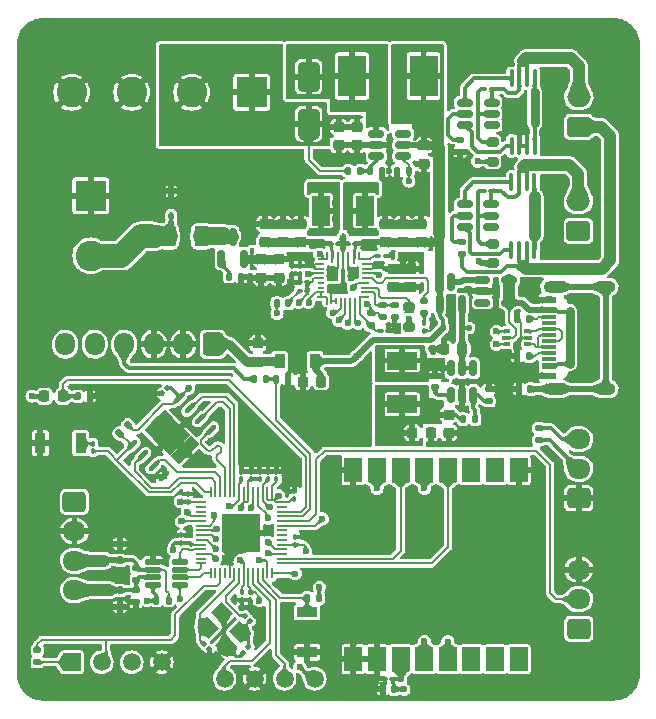
<source format=gbr>
%TF.GenerationSoftware,KiCad,Pcbnew,(7.0.0)*%
%TF.CreationDate,2023-07-06T14:26:49+03:00*%
%TF.ProjectId,IoT_Agrifarm,496f545f-4167-4726-9966-61726d2e6b69,rev?*%
%TF.SameCoordinates,Original*%
%TF.FileFunction,Copper,L1,Top*%
%TF.FilePolarity,Positive*%
%FSLAX46Y46*%
G04 Gerber Fmt 4.6, Leading zero omitted, Abs format (unit mm)*
G04 Created by KiCad (PCBNEW (7.0.0)) date 2023-07-06 14:26:49*
%MOMM*%
%LPD*%
G01*
G04 APERTURE LIST*
G04 Aperture macros list*
%AMRoundRect*
0 Rectangle with rounded corners*
0 $1 Rounding radius*
0 $2 $3 $4 $5 $6 $7 $8 $9 X,Y pos of 4 corners*
0 Add a 4 corners polygon primitive as box body*
4,1,4,$2,$3,$4,$5,$6,$7,$8,$9,$2,$3,0*
0 Add four circle primitives for the rounded corners*
1,1,$1+$1,$2,$3*
1,1,$1+$1,$4,$5*
1,1,$1+$1,$6,$7*
1,1,$1+$1,$8,$9*
0 Add four rect primitives between the rounded corners*
20,1,$1+$1,$2,$3,$4,$5,0*
20,1,$1+$1,$4,$5,$6,$7,0*
20,1,$1+$1,$6,$7,$8,$9,0*
20,1,$1+$1,$8,$9,$2,$3,0*%
%AMHorizOval*
0 Thick line with rounded ends*
0 $1 width*
0 $2 $3 position (X,Y) of the first rounded end (center of the circle)*
0 $4 $5 position (X,Y) of the second rounded end (center of the circle)*
0 Add line between two ends*
20,1,$1,$2,$3,$4,$5,0*
0 Add two circle primitives to create the rounded ends*
1,1,$1,$2,$3*
1,1,$1,$4,$5*%
%AMRotRect*
0 Rectangle, with rotation*
0 The origin of the aperture is its center*
0 $1 length*
0 $2 width*
0 $3 Rotation angle, in degrees counterclockwise*
0 Add horizontal line*
21,1,$1,$2,0,0,$3*%
%AMFreePoly0*
4,1,9,3.862500,-0.866500,0.737500,-0.866500,0.737500,-0.450000,-0.737500,-0.450000,-0.737500,0.450000,0.737500,0.450000,0.737500,0.866500,3.862500,0.866500,3.862500,-0.866500,3.862500,-0.866500,$1*%
G04 Aperture macros list end*
%TA.AperFunction,ComponentPad*%
%ADD10R,2.600000X2.600000*%
%TD*%
%TA.AperFunction,ComponentPad*%
%ADD11C,2.600000*%
%TD*%
%TA.AperFunction,SMDPad,CuDef*%
%ADD12RoundRect,0.225000X-0.250000X0.225000X-0.250000X-0.225000X0.250000X-0.225000X0.250000X0.225000X0*%
%TD*%
%TA.AperFunction,SMDPad,CuDef*%
%ADD13RoundRect,0.250000X0.650000X-1.000000X0.650000X1.000000X-0.650000X1.000000X-0.650000X-1.000000X0*%
%TD*%
%TA.AperFunction,SMDPad,CuDef*%
%ADD14R,2.350000X3.500000*%
%TD*%
%TA.AperFunction,SMDPad,CuDef*%
%ADD15RoundRect,0.135000X0.135000X0.185000X-0.135000X0.185000X-0.135000X-0.185000X0.135000X-0.185000X0*%
%TD*%
%TA.AperFunction,SMDPad,CuDef*%
%ADD16RoundRect,0.135000X-0.135000X-0.185000X0.135000X-0.185000X0.135000X0.185000X-0.135000X0.185000X0*%
%TD*%
%TA.AperFunction,SMDPad,CuDef*%
%ADD17RoundRect,0.150000X-0.512500X-0.150000X0.512500X-0.150000X0.512500X0.150000X-0.512500X0.150000X0*%
%TD*%
%TA.AperFunction,ComponentPad*%
%ADD18RoundRect,0.250000X-0.725000X0.600000X-0.725000X-0.600000X0.725000X-0.600000X0.725000X0.600000X0*%
%TD*%
%TA.AperFunction,ComponentPad*%
%ADD19O,1.950000X1.700000*%
%TD*%
%TA.AperFunction,SMDPad,CuDef*%
%ADD20RoundRect,0.147500X-0.147500X-0.172500X0.147500X-0.172500X0.147500X0.172500X-0.147500X0.172500X0*%
%TD*%
%TA.AperFunction,SMDPad,CuDef*%
%ADD21C,1.500000*%
%TD*%
%TA.AperFunction,SMDPad,CuDef*%
%ADD22RoundRect,0.225000X0.250000X-0.225000X0.250000X0.225000X-0.250000X0.225000X-0.250000X-0.225000X0*%
%TD*%
%TA.AperFunction,SMDPad,CuDef*%
%ADD23RoundRect,0.100000X0.130000X0.100000X-0.130000X0.100000X-0.130000X-0.100000X0.130000X-0.100000X0*%
%TD*%
%TA.AperFunction,SMDPad,CuDef*%
%ADD24RoundRect,0.048038X0.406384X-0.048037X0.406384X0.048037X-0.406384X0.048037X-0.406384X-0.048037X0*%
%TD*%
%TA.AperFunction,SMDPad,CuDef*%
%ADD25RoundRect,0.050000X-0.050000X-0.250000X0.050000X-0.250000X0.050000X0.250000X-0.050000X0.250000X0*%
%TD*%
%TA.AperFunction,SMDPad,CuDef*%
%ADD26R,0.599999X0.200000*%
%TD*%
%TA.AperFunction,SMDPad,CuDef*%
%ADD27R,0.200000X0.599999*%
%TD*%
%TA.AperFunction,SMDPad,CuDef*%
%ADD28RoundRect,0.050000X0.050000X0.250000X-0.050000X0.250000X-0.050000X-0.250000X0.050000X-0.250000X0*%
%TD*%
%TA.AperFunction,SMDPad,CuDef*%
%ADD29RoundRect,0.048038X-0.406384X0.048037X-0.406384X-0.048037X0.406384X-0.048037X0.406384X0.048037X0*%
%TD*%
%TA.AperFunction,SMDPad,CuDef*%
%ADD30R,0.700001X0.200000*%
%TD*%
%TA.AperFunction,SMDPad,CuDef*%
%ADD31R,0.650001X0.200000*%
%TD*%
%TA.AperFunction,SMDPad,CuDef*%
%ADD32R,0.680001X0.200000*%
%TD*%
%TA.AperFunction,SMDPad,CuDef*%
%ADD33R,0.200000X1.000000*%
%TD*%
%TA.AperFunction,SMDPad,CuDef*%
%ADD34R,0.200000X0.950001*%
%TD*%
%TA.AperFunction,SMDPad,CuDef*%
%ADD35R,2.500000X1.500000*%
%TD*%
%TA.AperFunction,SMDPad,CuDef*%
%ADD36RoundRect,0.150000X0.200000X-0.150000X0.200000X0.150000X-0.200000X0.150000X-0.200000X-0.150000X0*%
%TD*%
%TA.AperFunction,ComponentPad*%
%ADD37RoundRect,0.250000X0.750000X-0.600000X0.750000X0.600000X-0.750000X0.600000X-0.750000X-0.600000X0*%
%TD*%
%TA.AperFunction,ComponentPad*%
%ADD38O,2.000000X1.700000*%
%TD*%
%TA.AperFunction,SMDPad,CuDef*%
%ADD39RoundRect,0.100000X-0.162635X0.021213X0.021213X-0.162635X0.162635X-0.021213X-0.021213X0.162635X0*%
%TD*%
%TA.AperFunction,SMDPad,CuDef*%
%ADD40RoundRect,0.100000X0.100000X-0.130000X0.100000X0.130000X-0.100000X0.130000X-0.100000X-0.130000X0*%
%TD*%
%TA.AperFunction,SMDPad,CuDef*%
%ADD41RoundRect,0.135000X-0.185000X0.135000X-0.185000X-0.135000X0.185000X-0.135000X0.185000X0.135000X0*%
%TD*%
%TA.AperFunction,SMDPad,CuDef*%
%ADD42RoundRect,0.100000X-0.130000X-0.100000X0.130000X-0.100000X0.130000X0.100000X-0.130000X0.100000X0*%
%TD*%
%TA.AperFunction,SMDPad,CuDef*%
%ADD43R,1.700000X0.900000*%
%TD*%
%TA.AperFunction,SMDPad,CuDef*%
%ADD44RoundRect,0.150000X0.150000X-0.512500X0.150000X0.512500X-0.150000X0.512500X-0.150000X-0.512500X0*%
%TD*%
%TA.AperFunction,SMDPad,CuDef*%
%ADD45RoundRect,0.100000X0.021213X0.162635X-0.162635X-0.021213X-0.021213X-0.162635X0.162635X0.021213X0*%
%TD*%
%TA.AperFunction,SMDPad,CuDef*%
%ADD46RoundRect,0.250000X-0.375000X-0.625000X0.375000X-0.625000X0.375000X0.625000X-0.375000X0.625000X0*%
%TD*%
%TA.AperFunction,SMDPad,CuDef*%
%ADD47RoundRect,0.100000X-0.100000X0.130000X-0.100000X-0.130000X0.100000X-0.130000X0.100000X0.130000X0*%
%TD*%
%TA.AperFunction,SMDPad,CuDef*%
%ADD48RoundRect,0.225000X0.225000X0.250000X-0.225000X0.250000X-0.225000X-0.250000X0.225000X-0.250000X0*%
%TD*%
%TA.AperFunction,SMDPad,CuDef*%
%ADD49RoundRect,0.218750X-0.218750X-0.256250X0.218750X-0.256250X0.218750X0.256250X-0.218750X0.256250X0*%
%TD*%
%TA.AperFunction,SMDPad,CuDef*%
%ADD50R,0.500000X0.375000*%
%TD*%
%TA.AperFunction,SMDPad,CuDef*%
%ADD51R,0.650000X0.300000*%
%TD*%
%TA.AperFunction,SMDPad,CuDef*%
%ADD52RoundRect,0.150000X0.150000X-0.587500X0.150000X0.587500X-0.150000X0.587500X-0.150000X-0.587500X0*%
%TD*%
%TA.AperFunction,SMDPad,CuDef*%
%ADD53RoundRect,0.135000X0.035355X-0.226274X0.226274X-0.035355X-0.035355X0.226274X-0.226274X0.035355X0*%
%TD*%
%TA.AperFunction,SMDPad,CuDef*%
%ADD54R,0.900000X1.300000*%
%TD*%
%TA.AperFunction,SMDPad,CuDef*%
%ADD55FreePoly0,90.000000*%
%TD*%
%TA.AperFunction,SMDPad,CuDef*%
%ADD56RoundRect,0.125000X0.125000X0.125000X-0.125000X0.125000X-0.125000X-0.125000X0.125000X-0.125000X0*%
%TD*%
%TA.AperFunction,SMDPad,CuDef*%
%ADD57RoundRect,0.147500X0.147500X0.172500X-0.147500X0.172500X-0.147500X-0.172500X0.147500X-0.172500X0*%
%TD*%
%TA.AperFunction,SMDPad,CuDef*%
%ADD58RoundRect,0.140000X0.140000X0.170000X-0.140000X0.170000X-0.140000X-0.170000X0.140000X-0.170000X0*%
%TD*%
%TA.AperFunction,SMDPad,CuDef*%
%ADD59RoundRect,0.225000X-0.225000X-0.250000X0.225000X-0.250000X0.225000X0.250000X-0.225000X0.250000X0*%
%TD*%
%TA.AperFunction,SMDPad,CuDef*%
%ADD60RoundRect,0.200000X0.275000X-0.200000X0.275000X0.200000X-0.275000X0.200000X-0.275000X-0.200000X0*%
%TD*%
%TA.AperFunction,SMDPad,CuDef*%
%ADD61HorizOval,0.450000X0.229810X0.229810X-0.229810X-0.229810X0*%
%TD*%
%TA.AperFunction,SMDPad,CuDef*%
%ADD62RotRect,1.200000X1.025000X45.000000*%
%TD*%
%TA.AperFunction,SMDPad,CuDef*%
%ADD63RoundRect,0.135000X0.185000X-0.135000X0.185000X0.135000X-0.185000X0.135000X-0.185000X-0.135000X0*%
%TD*%
%TA.AperFunction,SMDPad,CuDef*%
%ADD64RoundRect,0.200000X-0.275000X0.200000X-0.275000X-0.200000X0.275000X-0.200000X0.275000X0.200000X0*%
%TD*%
%TA.AperFunction,SMDPad,CuDef*%
%ADD65RoundRect,0.112500X-0.112500X0.187500X-0.112500X-0.187500X0.112500X-0.187500X0.112500X0.187500X0*%
%TD*%
%TA.AperFunction,ComponentPad*%
%ADD66R,1.500000X1.500000*%
%TD*%
%TA.AperFunction,ComponentPad*%
%ADD67C,1.500000*%
%TD*%
%TA.AperFunction,SMDPad,CuDef*%
%ADD68RoundRect,0.050000X-0.387500X-0.050000X0.387500X-0.050000X0.387500X0.050000X-0.387500X0.050000X0*%
%TD*%
%TA.AperFunction,SMDPad,CuDef*%
%ADD69RoundRect,0.050000X-0.050000X-0.387500X0.050000X-0.387500X0.050000X0.387500X-0.050000X0.387500X0*%
%TD*%
%TA.AperFunction,SMDPad,CuDef*%
%ADD70R,3.200000X3.200000*%
%TD*%
%TA.AperFunction,SMDPad,CuDef*%
%ADD71RoundRect,0.100000X-0.100000X0.637500X-0.100000X-0.637500X0.100000X-0.637500X0.100000X0.637500X0*%
%TD*%
%TA.AperFunction,SMDPad,CuDef*%
%ADD72RoundRect,0.140000X0.170000X-0.140000X0.170000X0.140000X-0.170000X0.140000X-0.170000X-0.140000X0*%
%TD*%
%TA.AperFunction,SMDPad,CuDef*%
%ADD73RoundRect,0.150000X-0.200000X0.150000X-0.200000X-0.150000X0.200000X-0.150000X0.200000X0.150000X0*%
%TD*%
%TA.AperFunction,SMDPad,CuDef*%
%ADD74RoundRect,0.100000X0.162635X-0.021213X-0.021213X0.162635X-0.162635X0.021213X0.021213X-0.162635X0*%
%TD*%
%TA.AperFunction,ComponentPad*%
%ADD75RoundRect,0.250000X0.600000X0.725000X-0.600000X0.725000X-0.600000X-0.725000X0.600000X-0.725000X0*%
%TD*%
%TA.AperFunction,ComponentPad*%
%ADD76O,1.700000X1.950000*%
%TD*%
%TA.AperFunction,SMDPad,CuDef*%
%ADD77R,1.500000X2.500000*%
%TD*%
%TA.AperFunction,SMDPad,CuDef*%
%ADD78R,1.150000X0.600000*%
%TD*%
%TA.AperFunction,SMDPad,CuDef*%
%ADD79R,1.150000X0.300000*%
%TD*%
%TA.AperFunction,ComponentPad*%
%ADD80O,2.100000X1.000000*%
%TD*%
%TA.AperFunction,ComponentPad*%
%ADD81O,1.800000X1.000000*%
%TD*%
%TA.AperFunction,SMDPad,CuDef*%
%ADD82R,0.900000X1.700000*%
%TD*%
%TA.AperFunction,SMDPad,CuDef*%
%ADD83R,1.500000X2.000000*%
%TD*%
%TA.AperFunction,ComponentPad*%
%ADD84RoundRect,0.250000X0.725000X-0.600000X0.725000X0.600000X-0.725000X0.600000X-0.725000X-0.600000X0*%
%TD*%
%TA.AperFunction,SMDPad,CuDef*%
%ADD85RotRect,1.400000X1.200000X315.000000*%
%TD*%
%TA.AperFunction,SMDPad,CuDef*%
%ADD86RoundRect,0.125000X0.537500X0.125000X-0.537500X0.125000X-0.537500X-0.125000X0.537500X-0.125000X0*%
%TD*%
%TA.AperFunction,ViaPad*%
%ADD87C,0.600000*%
%TD*%
%TA.AperFunction,ViaPad*%
%ADD88C,0.800000*%
%TD*%
%TA.AperFunction,ViaPad*%
%ADD89C,0.500000*%
%TD*%
%TA.AperFunction,Conductor*%
%ADD90C,0.200000*%
%TD*%
%TA.AperFunction,Conductor*%
%ADD91C,0.750000*%
%TD*%
%TA.AperFunction,Conductor*%
%ADD92C,1.000000*%
%TD*%
%TA.AperFunction,Conductor*%
%ADD93C,0.500000*%
%TD*%
%TA.AperFunction,Conductor*%
%ADD94C,0.300000*%
%TD*%
%TA.AperFunction,Conductor*%
%ADD95C,0.250000*%
%TD*%
%TA.AperFunction,Conductor*%
%ADD96C,2.000000*%
%TD*%
%TA.AperFunction,Conductor*%
%ADD97C,1.500000*%
%TD*%
G04 APERTURE END LIST*
D10*
%TO.P,J105,1,Pin_1*%
%TO.N,/REGULATOR_SWITCHING_SY7208/VOUT_24V*%
X137032999Y-54863999D03*
D11*
%TO.P,J105,2,Pin_2*%
X131953000Y-54864000D03*
%TO.P,J105,3,Pin_3*%
%TO.N,GND*%
X126873000Y-54864000D03*
%TO.P,J105,4,Pin_4*%
X121793000Y-54864000D03*
%TD*%
D12*
%TO.P,C602,1*%
%TO.N,/REGULATOR_SWITCHING_SY7208/VOUT_24V*%
X145908600Y-57784400D03*
%TO.P,C602,2*%
%TO.N,GND*%
X145908600Y-59334400D03*
%TD*%
D13*
%TO.P,D601,2,A*%
%TO.N,/REGULATOR_SWITCHING_SY7208/SW_24V*%
X141844600Y-53543200D03*
%TO.P,D601,1,K*%
%TO.N,/REGULATOR_SWITCHING_SY7208/VOUT_24V*%
X141844600Y-57543200D03*
%TD*%
D14*
%TO.P,L601,2,2*%
%TO.N,/REGULATOR_SWITCHING_SY7208/SW_24V*%
X145525199Y-53492399D03*
%TO.P,L601,1,1*%
%TO.N,+12V*%
X151575199Y-53492399D03*
%TD*%
D12*
%TO.P,C601,2*%
%TO.N,GND*%
X151598200Y-60909200D03*
%TO.P,C601,1*%
%TO.N,+12V*%
X151598200Y-59359200D03*
%TD*%
D15*
%TO.P,R601,2*%
%TO.N,Net-(U601-FB)*%
X147075000Y-61518800D03*
%TO.P,R601,1*%
%TO.N,GND*%
X148095000Y-61518800D03*
%TD*%
D16*
%TO.P,R604,2*%
%TO.N,/MCU_RP2040/GPIO7*%
X150330200Y-61518800D03*
%TO.P,R604,1*%
%TO.N,GND*%
X149310200Y-61518800D03*
%TD*%
D12*
%TO.P,C603,2*%
%TO.N,GND*%
X144384600Y-59347400D03*
%TO.P,C603,1*%
%TO.N,/REGULATOR_SWITCHING_SY7208/VOUT_24V*%
X144384600Y-57797400D03*
%TD*%
D15*
%TO.P,R602,2*%
%TO.N,/REGULATOR_SWITCHING_SY7208/VOUT_24V*%
X145195400Y-61518800D03*
%TO.P,R602,1*%
%TO.N,Net-(U601-FB)*%
X146215400Y-61518800D03*
%TD*%
D17*
%TO.P,U601,6,NC*%
%TO.N,unconnected-(U601-NC-Pad6)*%
X149860000Y-58369200D03*
%TO.P,U601,5,VIN*%
%TO.N,+12V*%
X149860000Y-59319200D03*
%TO.P,U601,4,EN*%
%TO.N,/MCU_RP2040/GPIO7*%
X149860000Y-60269200D03*
%TO.P,U601,3,FB*%
%TO.N,Net-(U601-FB)*%
X147585000Y-60269200D03*
%TO.P,U601,2,GND*%
%TO.N,GND*%
X147585000Y-59319200D03*
%TO.P,U601,1,LX*%
%TO.N,/REGULATOR_SWITCHING_SY7208/SW_24V*%
X147585000Y-58369200D03*
%TD*%
D18*
%TO.P,J103,1,Pin_1*%
%TO.N,+12V*%
X122021600Y-89528000D03*
D19*
%TO.P,J103,2,Pin_2*%
%TO.N,GND*%
X122021599Y-92027999D03*
%TO.P,J103,3,Pin_3*%
%TO.N,/IOT_AGRIFARM_SENSORS/NPK_A*%
X122021599Y-94527999D03*
%TO.P,J103,4,Pin_4*%
%TO.N,/IOT_AGRIFARM_SENSORS/NPK_B*%
X122021599Y-97027999D03*
%TD*%
D20*
%TO.P,D201,1,K*%
%TO.N,Net-(D201-K)*%
X139164200Y-72720200D03*
%TO.P,D201,2,A*%
%TO.N,Net-(D201-A)*%
X140134200Y-72720200D03*
%TD*%
D21*
%TO.P,TP301,1,1*%
%TO.N,+3V3*%
X142367000Y-104521000D03*
%TD*%
D15*
%TO.P,R102,1*%
%TO.N,GND*%
X136146000Y-70485000D03*
%TO.P,R102,2*%
%TO.N,Net-(Q101-G)*%
X135126000Y-70485000D03*
%TD*%
D22*
%TO.P,C211,1*%
%TO.N,/IOT_AGRIFARM_POWER/PMID*%
X139683001Y-67564000D03*
%TO.P,C211,2*%
%TO.N,GND*%
X139683001Y-66014000D03*
%TD*%
D23*
%TO.P,C207,1*%
%TO.N,/IOT_AGRIFARM_POWER/REGN*%
X141751001Y-70954600D03*
%TO.P,C207,2*%
%TO.N,GND*%
X141111001Y-70954600D03*
%TD*%
D24*
%TO.P,U203,1,STAT*%
%TO.N,Net-(D201-K)*%
X143057655Y-69004325D03*
D25*
X143412201Y-68694000D03*
D26*
%TO.P,U203,2,VBUS*%
%TO.N,/IOT_AGRIFARM_POWER/V_PANEL*%
X142858401Y-69398999D03*
%TO.P,U203,3,VBUS*%
X142858401Y-69798998D03*
%TO.P,U203,4,BTST1*%
%TO.N,Net-(U203-BTST1)*%
X142858401Y-70199000D03*
%TO.P,U203,5,REGN*%
%TO.N,/IOT_AGRIFARM_POWER/REGN*%
X142858401Y-70598999D03*
%TO.P,U203,6,D+*%
%TO.N,unconnected-(U203-D+-Pad6)*%
X142858401Y-70998998D03*
%TO.P,U203,7,D-*%
%TO.N,unconnected-(U203-D--Pad7)*%
X142858401Y-71399000D03*
%TO.P,U203,8,VAC2*%
%TO.N,/IOT_AGRIFARM_POWER/V_PANEL*%
X142858401Y-71798999D03*
D24*
%TO.P,U203,9,VAC1*%
X143005801Y-72199200D03*
D25*
X143361401Y-72504000D03*
D27*
%TO.P,U203,10,ACDRV2*%
%TO.N,GND*%
X143758399Y-72498998D03*
%TO.P,U203,11,ACDRV1*%
X144158401Y-72498998D03*
%TO.P,U203,12,~{QON}*%
%TO.N,/IOT_AGRIFARM_POWER/BQ_~{QON}*%
X144558400Y-72498998D03*
%TO.P,U203,13,~{CE}*%
%TO.N,/IOT_AGRIFARM_POWER/BQ_~{CE}*%
X144958400Y-72498998D03*
%TO.P,U203,14,SCL*%
%TO.N,/IOT_AGRIFARM_POWER/BQ_SCL*%
X145358399Y-72498998D03*
%TO.P,U203,15,SDA*%
%TO.N,/IOT_AGRIFARM_POWER/BQ_SDA*%
X145758401Y-72498998D03*
D28*
%TO.P,U203,16,TS*%
%TO.N,Net-(U203-TS)*%
X146157951Y-72504800D03*
D29*
X146512497Y-72194475D03*
D30*
%TO.P,U203,17,ILIM_HIZ*%
%TO.N,Net-(U203-ILIM_HIZ)*%
X146608399Y-71798999D03*
D31*
%TO.P,U203,18,BATP*%
%TO.N,Net-(U203-BATP)*%
X146633400Y-71398997D03*
D32*
%TO.P,U203,19,BTST2*%
%TO.N,Net-(U203-BTST2)*%
X146618399Y-70998998D03*
D26*
%TO.P,U203,20,PROG*%
%TO.N,Net-(U203-PROG)*%
X146658399Y-70598999D03*
%TO.P,U203,21,~{INT}*%
%TO.N,/IOT_AGRIFARM_POWER/BQ_~{INT}*%
X146658399Y-70199000D03*
%TO.P,U203,22,BAT*%
%TO.N,/IOT_AGRIFARM_POWER/BATT2+*%
X146658399Y-69798998D03*
%TO.P,U203,23,BAT*%
X146658399Y-69398999D03*
D28*
%TO.P,U203,24,SDRV*%
%TO.N,Net-(U203-SDRV)*%
X146130001Y-68694000D03*
D29*
X146485601Y-68998800D03*
D33*
%TO.P,U203,25,SYS*%
%TO.N,+12V*%
X145658401Y-68899000D03*
%TO.P,U203,26,SW2*%
%TO.N,/IOT_AGRIFARM_POWER/SW2*%
X145208399Y-68899000D03*
%TO.P,U203,27,GND*%
%TO.N,GND*%
X144758400Y-68899000D03*
%TO.P,U203,28,SW1*%
%TO.N,/IOT_AGRIFARM_POWER/SW1*%
X144308401Y-68899000D03*
D34*
%TO.P,U203,29,PMID*%
%TO.N,/IOT_AGRIFARM_POWER/PMID*%
X143858399Y-68873999D03*
%TD*%
D35*
%TO.P,L202,1,1*%
%TO.N,+3V3*%
X149772399Y-81279999D03*
%TO.P,L202,2,2*%
%TO.N,/IOT_AGRIFARM_POWER/BUCK_SW*%
X149772399Y-77579999D03*
%TD*%
D22*
%TO.P,C210,1*%
%TO.N,/IOT_AGRIFARM_POWER/PMID*%
X138129001Y-67564000D03*
%TO.P,C210,2*%
%TO.N,GND*%
X138129001Y-66014000D03*
%TD*%
D36*
%TO.P,D402,1,A1*%
%TO.N,GND*%
X125857000Y-93088000D03*
%TO.P,D402,2,A2*%
%TO.N,/IOT_AGRIFARM_SENSORS/NPK_A*%
X125857000Y-94488000D03*
%TD*%
D15*
%TO.P,R212,1*%
%TO.N,Net-(U207-FB)*%
X155958000Y-82550000D03*
%TO.P,R212,2*%
%TO.N,+3V3*%
X154938000Y-82550000D03*
%TD*%
D37*
%TO.P,BT201,1,+*%
%TO.N,/IOT_AGRIFARM_POWER/BATT2+*%
X164693600Y-66598800D03*
D38*
%TO.P,BT201,2,-*%
%TO.N,/IOT_AGRIFARM_POWER/BATT2-*%
X164693599Y-64098799D03*
%TD*%
D39*
%TO.P,C309,1*%
%TO.N,/MCU_RP2040/XIN*%
X132971326Y-101576926D03*
%TO.P,C309,2*%
%TO.N,GND*%
X133423874Y-102029474D03*
%TD*%
D40*
%TO.P,C312,1*%
%TO.N,+1V1*%
X136144000Y-87620000D03*
%TO.P,C312,2*%
%TO.N,GND*%
X136144000Y-86980000D03*
%TD*%
D21*
%TO.P,TP304,1,1*%
%TO.N,/MCU_RP2040/SWDIO*%
X139808600Y-104521000D03*
%TD*%
D41*
%TO.P,R406,1*%
%TO.N,/IOT_AGRIFARM_SENSORS/NPK_A*%
X127254000Y-95121000D03*
%TO.P,R406,2*%
%TO.N,/IOT_AGRIFARM_SENSORS/NPK_B*%
X127254000Y-96141000D03*
%TD*%
D37*
%TO.P,BT202,1,+*%
%TO.N,/IOT_AGRIFARM_POWER/BATT1+*%
X164719000Y-57785000D03*
D38*
%TO.P,BT202,2,-*%
%TO.N,/IOT_AGRIFARM_POWER/BATT1-*%
X164718999Y-55284999D03*
%TD*%
D42*
%TO.P,C205,1*%
%TO.N,Net-(U201-VCC)*%
X156662200Y-63184400D03*
%TO.P,C205,2*%
%TO.N,/IOT_AGRIFARM_POWER/BATT2-*%
X157302200Y-63184400D03*
%TD*%
D41*
%TO.P,R208,1*%
%TO.N,/IOT_AGRIFARM_POWER/REGN*%
X147091400Y-73581800D03*
%TO.P,R208,2*%
%TO.N,Net-(U203-TS)*%
X147091400Y-74601800D03*
%TD*%
D42*
%TO.P,C218,1*%
%TO.N,Net-(U204-VCC)*%
X156702800Y-54610000D03*
%TO.P,C218,2*%
%TO.N,/IOT_AGRIFARM_POWER/BATT1-*%
X157342800Y-54610000D03*
%TD*%
D43*
%TO.P,SW301,2,2*%
%TO.N,/MCU_RP2040/RESET*%
X141731999Y-98883999D03*
%TO.P,SW301,1,1*%
%TO.N,GND*%
X141731999Y-102283999D03*
%TD*%
D17*
%TO.P,U201,1,OD*%
%TO.N,Net-(U201-OD)*%
X155047100Y-64368000D03*
%TO.P,U201,2,CS*%
%TO.N,Net-(U201-CS)*%
X155047100Y-65318000D03*
%TO.P,U201,3,OC*%
%TO.N,Net-(U201-OC)*%
X155047100Y-66268000D03*
%TO.P,U201,4,TD*%
%TO.N,unconnected-(U201-TD-Pad4)*%
X157322100Y-66268000D03*
%TO.P,U201,5,VCC*%
%TO.N,Net-(U201-VCC)*%
X157322100Y-65318000D03*
%TO.P,U201,6,GND*%
%TO.N,/IOT_AGRIFARM_POWER/BATT2-*%
X157322100Y-64368000D03*
%TD*%
D40*
%TO.P,C304,1*%
%TO.N,+3V3*%
X131064000Y-93030000D03*
%TO.P,C304,2*%
%TO.N,GND*%
X131064000Y-92390000D03*
%TD*%
D21*
%TO.P,TP303,1,1*%
%TO.N,GND*%
X137268600Y-104521000D03*
%TD*%
D44*
%TO.P,U207,1,BS*%
%TO.N,Net-(U207-BS)*%
X153902400Y-80507000D03*
%TO.P,U207,2,GND*%
%TO.N,GND*%
X154852400Y-80507000D03*
%TO.P,U207,3,FB*%
%TO.N,Net-(U207-FB)*%
X155802400Y-80507000D03*
%TO.P,U207,4,EN*%
%TO.N,/IOT_AGRIFARM_POWER/BUCK_IN*%
X155802400Y-78232000D03*
%TO.P,U207,5,VIN*%
X154852400Y-78232000D03*
%TO.P,U207,6,SW*%
%TO.N,/IOT_AGRIFARM_POWER/BUCK_SW*%
X153902400Y-78232000D03*
%TD*%
D45*
%TO.P,C310,1*%
%TO.N,Net-(C310-Pad1)*%
X136751274Y-101856326D03*
%TO.P,C310,2*%
%TO.N,GND*%
X136298726Y-102308874D03*
%TD*%
D23*
%TO.P,C502,1*%
%TO.N,+3V3*%
X148945600Y-104522000D03*
%TO.P,C502,2*%
%TO.N,GND*%
X148305600Y-104522000D03*
%TD*%
D42*
%TO.P,R209,1*%
%TO.N,Net-(U203-TS)*%
X147950000Y-75057000D03*
%TO.P,R209,2*%
%TO.N,GND*%
X148590000Y-75057000D03*
%TD*%
D23*
%TO.P,C206,1*%
%TO.N,GND*%
X148380401Y-68719400D03*
%TO.P,C206,2*%
%TO.N,Net-(U203-SDRV)*%
X147740401Y-68719400D03*
%TD*%
D46*
%TO.P,F101,1*%
%TO.N,Net-(D102-A2)*%
X129994200Y-67056000D03*
%TO.P,F101,2*%
%TO.N,Net-(Q101-D)*%
X132794200Y-67056000D03*
%TD*%
D17*
%TO.P,U101,1,OUT*%
%TO.N,VBUS*%
X156566900Y-70776000D03*
%TO.P,U101,2,GND*%
%TO.N,GND*%
X156566900Y-71726000D03*
%TO.P,U101,3,~{FLG}*%
%TO.N,unconnected-(U101-~{FLG}-Pad3)*%
X156566900Y-72676000D03*
%TO.P,U101,4,EN*%
%TO.N,/VBUS_IN*%
X158841900Y-72676000D03*
%TO.P,U101,5,IN*%
X158841900Y-70776000D03*
%TD*%
D47*
%TO.P,C202,1*%
%TO.N,/IOT_AGRIFARM_POWER/V_PANEL*%
X140411200Y-69572400D03*
%TO.P,C202,2*%
%TO.N,GND*%
X140411200Y-70212400D03*
%TD*%
%TO.P,C305,1*%
%TO.N,+3V3*%
X136194800Y-97216000D03*
%TO.P,C305,2*%
%TO.N,GND*%
X136194800Y-97856000D03*
%TD*%
D16*
%TO.P,R404,1*%
%TO.N,+3V3*%
X128964933Y-97905000D03*
%TO.P,R404,2*%
%TO.N,/IOT_AGRIFARM_SENSORS/NPK_A*%
X129984933Y-97905000D03*
%TD*%
D48*
%TO.P,C221,1*%
%TO.N,+12V*%
X142901400Y-79375000D03*
%TO.P,C221,2*%
%TO.N,GND*%
X141351400Y-79375000D03*
%TD*%
D49*
%TO.P,Q401,2,E*%
%TO.N,/IOT_AGRIFARM_SENSORS/LIGHT_SENSOR*%
X121056500Y-80619600D03*
%TO.P,Q401,1,C*%
%TO.N,+3V3*%
X119481500Y-80619600D03*
%TD*%
D40*
%TO.P,C306,1*%
%TO.N,+3V3*%
X140716000Y-93157000D03*
%TO.P,C306,2*%
%TO.N,GND*%
X140716000Y-92517000D03*
%TD*%
D23*
%TO.P,C214,1*%
%TO.N,+12V*%
X145804401Y-67678000D03*
%TO.P,C214,2*%
%TO.N,GND*%
X145164401Y-67678000D03*
%TD*%
D16*
%TO.P,R407,1*%
%TO.N,/IOT_AGRIFARM_SENSORS/SOIL_PH*%
X139105000Y-79121000D03*
%TO.P,R407,2*%
%TO.N,GND*%
X140125000Y-79121000D03*
%TD*%
D17*
%TO.P,U204,1,OD*%
%TO.N,Net-(U204-OD)*%
X155072500Y-55742800D03*
%TO.P,U204,2,CS*%
%TO.N,Net-(U204-CS)*%
X155072500Y-56692800D03*
%TO.P,U204,3,OC*%
%TO.N,Net-(U204-OC)*%
X155072500Y-57642800D03*
%TO.P,U204,4,TD*%
%TO.N,unconnected-(U204-TD-Pad4)*%
X157347500Y-57642800D03*
%TO.P,U204,5,VCC*%
%TO.N,Net-(U204-VCC)*%
X157347500Y-56692800D03*
%TO.P,U204,6,GND*%
%TO.N,/IOT_AGRIFARM_POWER/BATT1-*%
X157347500Y-55742800D03*
%TD*%
D16*
%TO.P,R403,2*%
%TO.N,GND*%
X123319000Y-80619600D03*
%TO.P,R403,1*%
%TO.N,/IOT_AGRIFARM_SENSORS/LIGHT_SENSOR*%
X122299000Y-80619600D03*
%TD*%
D50*
%TO.P,U102,1,I/O1*%
%TO.N,/USB_DN*%
X160361999Y-76195699D03*
D51*
%TO.P,U102,2,GND*%
%TO.N,GND*%
X160436999Y-75658199D03*
D50*
%TO.P,U102,3,I/O2*%
%TO.N,/USB_DP*%
X160361999Y-75120699D03*
%TO.P,U102,4,I/O2*%
%TO.N,/MCU_RP2040/USB_DP*%
X158661999Y-75120699D03*
D51*
%TO.P,U102,5,VBUS*%
%TO.N,/VBUS_IN*%
X158586999Y-75658199D03*
D50*
%TO.P,U102,6,I/O1*%
%TO.N,/MCU_RP2040/USB_DN*%
X158661999Y-76195699D03*
%TD*%
D40*
%TO.P,C307,1*%
%TO.N,+3V3*%
X140638400Y-89307000D03*
%TO.P,C307,2*%
%TO.N,GND*%
X140638400Y-88667000D03*
%TD*%
D52*
%TO.P,Q201,1,G*%
%TO.N,+12V*%
X152947400Y-72819500D03*
%TO.P,Q201,2,S*%
%TO.N,/IOT_AGRIFARM_POWER/BUCK_IN*%
X154847400Y-72819500D03*
%TO.P,Q201,3,D*%
%TO.N,VBUS*%
X153897400Y-70944500D03*
%TD*%
D53*
%TO.P,R304,1*%
%TO.N,/MCU_RP2040/QSPI_SS*%
X125826576Y-83748824D03*
%TO.P,R304,2*%
%TO.N,+3V3*%
X126547824Y-83027576D03*
%TD*%
D54*
%TO.P,U206,1,OUT*%
%TO.N,+5V*%
X139401399Y-77652999D03*
D55*
%TO.P,U206,2,GND*%
%TO.N,GND*%
X140901400Y-77565500D03*
D54*
%TO.P,U206,3,IN*%
%TO.N,+12V*%
X142401399Y-77652999D03*
%TD*%
D56*
%TO.P,D202,1,K*%
%TO.N,/IOT_AGRIFARM_POWER/BUCK_IN*%
X155448000Y-74803000D03*
%TO.P,D202,2,A*%
%TO.N,+12V*%
X153248000Y-74803000D03*
%TD*%
D57*
%TO.P,L101,1*%
%TO.N,Earth*%
X160632000Y-80010000D03*
%TO.P,L101,2*%
%TO.N,GND*%
X159662000Y-80010000D03*
%TD*%
D22*
%TO.P,C212,1*%
%TO.N,/IOT_AGRIFARM_POWER/PMID*%
X141177001Y-67564000D03*
%TO.P,C212,2*%
%TO.N,GND*%
X141177001Y-66014000D03*
%TD*%
D58*
%TO.P,C501,1*%
%TO.N,+3V3*%
X149105600Y-105410000D03*
%TO.P,C501,2*%
%TO.N,GND*%
X148145600Y-105410000D03*
%TD*%
D59*
%TO.P,C226,1*%
%TO.N,+3V3*%
X150635400Y-83687500D03*
%TO.P,C226,2*%
%TO.N,GND*%
X152185400Y-83687500D03*
%TD*%
D41*
%TO.P,R202,1*%
%TO.N,Net-(U201-CS)*%
X154813000Y-67502400D03*
%TO.P,R202,2*%
%TO.N,/IOT_AGRIFARM_POWER/BATT1+*%
X154813000Y-68522400D03*
%TD*%
D12*
%TO.P,C225,1*%
%TO.N,+3V3*%
X153709400Y-82163500D03*
%TO.P,C225,2*%
%TO.N,GND*%
X153709400Y-83713500D03*
%TD*%
D40*
%TO.P,C313,1*%
%TO.N,+1V1*%
X138403200Y-87620000D03*
%TO.P,C313,2*%
%TO.N,GND*%
X138403200Y-86980000D03*
%TD*%
D21*
%TO.P,TP302,1,1*%
%TO.N,/MCU_RP2040/SWCLK*%
X134728600Y-104521000D03*
%TD*%
D60*
%TO.P,R201,1*%
%TO.N,/IOT_AGRIFARM_POWER/BATT2+*%
X157454600Y-69343400D03*
%TO.P,R201,2*%
%TO.N,Net-(U201-VCC)*%
X157454600Y-67693400D03*
%TD*%
D61*
%TO.P,U302,1,~{CS}*%
%TO.N,/MCU_RP2040/QSPI_SS*%
X126924262Y-84702767D03*
%TO.P,U302,2,DO(IO1)*%
%TO.N,/MCU_RP2040/QSPI_SD1*%
X127822287Y-85600792D03*
%TO.P,U302,3,IO2*%
%TO.N,/MCU_RP2040/QSPI_SD2*%
X128720313Y-86498818D03*
%TO.P,U302,4,GND*%
%TO.N,GND*%
X129618338Y-87396843D03*
%TO.P,U302,5,DI(IO0)*%
%TO.N,/MCU_RP2040/QSPI_SD0*%
X133578136Y-83437045D03*
%TO.P,U302,6,CLK*%
%TO.N,/MCU_RP2040/QSPI_CLK*%
X132680111Y-82539020D03*
%TO.P,U302,7,IO3*%
%TO.N,/MCU_RP2040/QSPI_SD3*%
X131782085Y-81640994D03*
%TO.P,U302,8,VCC*%
%TO.N,+3V3*%
X130884060Y-80742969D03*
D62*
%TO.P,U302,9,EP*%
%TO.N,GND*%
X128739758Y-83406993D03*
X129464543Y-84131778D03*
X130189326Y-84856562D03*
X130914112Y-85581347D03*
X129588286Y-82558465D03*
X130313071Y-83283250D03*
X131037855Y-84008033D03*
X131762640Y-84732819D03*
%TD*%
D12*
%TO.P,C204,1*%
%TO.N,/IOT_AGRIFARM_POWER/V_PANEL*%
X139319000Y-69011200D03*
%TO.P,C204,2*%
%TO.N,GND*%
X139319000Y-70561200D03*
%TD*%
D63*
%TO.P,R203,1*%
%TO.N,/IOT_AGRIFARM_POWER/REGN*%
X148102001Y-73908400D03*
%TO.P,R203,2*%
%TO.N,Net-(U203-ILIM_HIZ)*%
X148102001Y-72888400D03*
%TD*%
D40*
%TO.P,C303,1*%
%TO.N,+3V3*%
X137692000Y-87620000D03*
%TO.P,C303,2*%
%TO.N,GND*%
X137692000Y-86980000D03*
%TD*%
D64*
%TO.P,R205,1*%
%TO.N,Net-(U203-BATP)*%
X150368000Y-73089000D03*
%TO.P,R205,2*%
%TO.N,/IOT_AGRIFARM_POWER/BATT2+*%
X150368000Y-74739000D03*
%TD*%
D52*
%TO.P,Q101,1,G*%
%TO.N,Net-(Q101-G)*%
X134457400Y-68958700D03*
%TO.P,Q101,2,S*%
%TO.N,/IOT_AGRIFARM_POWER/V_PANEL*%
X136357400Y-68958700D03*
%TO.P,Q101,3,D*%
%TO.N,Net-(Q101-D)*%
X135407400Y-67083700D03*
%TD*%
D65*
%TO.P,D102,1,A1*%
%TO.N,GND*%
X130200400Y-63228800D03*
%TO.P,D102,2,A2*%
%TO.N,Net-(D102-A2)*%
X130200400Y-65328800D03*
%TD*%
D41*
%TO.P,R408,1*%
%TO.N,/IOT_AGRIFARM_SENSORS/NPK_B*%
X127254000Y-97028000D03*
%TO.P,R408,2*%
%TO.N,GND*%
X127254000Y-98048000D03*
%TD*%
D66*
%TO.P,U402,1,VCC*%
%TO.N,+3V3*%
X121792999Y-103123999D03*
D67*
%TO.P,U402,2,IO*%
%TO.N,/IOT_AGRIFARM_SENSORS/DHT_SENSOR*%
X124333000Y-103124000D03*
%TO.P,U402,3,NC*%
%TO.N,unconnected-(U402-NC-Pad3)*%
X126873000Y-103124000D03*
%TO.P,U402,4,GND*%
%TO.N,GND*%
X129413000Y-103124000D03*
%TD*%
D60*
%TO.P,R207,1*%
%TO.N,/IOT_AGRIFARM_POWER/BATT1+*%
X157429200Y-60730400D03*
%TO.P,R207,2*%
%TO.N,Net-(U204-VCC)*%
X157429200Y-59080400D03*
%TD*%
D15*
%TO.P,R104,1*%
%TO.N,Net-(J104-CC2)*%
X160530000Y-74041000D03*
%TO.P,R104,2*%
%TO.N,GND*%
X159510000Y-74041000D03*
%TD*%
D68*
%TO.P,U301,1,IOVDD*%
%TO.N,+3V3*%
X132717900Y-89564000D03*
%TO.P,U301,2,GPIO0*%
%TO.N,unconnected-(U301-GPIO0-Pad2)*%
X132717900Y-89964000D03*
%TO.P,U301,3,GPIO1*%
%TO.N,unconnected-(U301-GPIO1-Pad3)*%
X132717900Y-90364000D03*
%TO.P,U301,4,GPIO2*%
%TO.N,/IOT_AGRIFARM_POWER/BQ_~{QON}*%
X132717900Y-90764000D03*
%TO.P,U301,5,GPIO3*%
%TO.N,/IOT_AGRIFARM_POWER/BQ_~{CE}*%
X132717900Y-91164000D03*
%TO.P,U301,6,GPIO4*%
%TO.N,/IOT_AGRIFARM_POWER/BQ_SDA*%
X132717900Y-91564000D03*
%TO.P,U301,7,GPIO5*%
%TO.N,/IOT_AGRIFARM_POWER/BQ_SCL*%
X132717900Y-91964000D03*
%TO.P,U301,8,GPIO6*%
%TO.N,/IOT_AGRIFARM_POWER/BQ_~{INT}*%
X132717900Y-92364000D03*
%TO.P,U301,9,GPIO7*%
%TO.N,/MCU_RP2040/GPIO7*%
X132717900Y-92764000D03*
%TO.P,U301,10,IOVDD*%
%TO.N,+3V3*%
X132717900Y-93164000D03*
%TO.P,U301,11,GPIO8*%
%TO.N,/IOT_AGRIFARM_SENSORS/485_TX*%
X132717900Y-93564000D03*
%TO.P,U301,12,GPIO9*%
%TO.N,/IOT_AGRIFARM_SENSORS/485_RX*%
X132717900Y-93964000D03*
%TO.P,U301,13,GPIO10*%
%TO.N,unconnected-(U301-GPIO10-Pad13)*%
X132717900Y-94364000D03*
%TO.P,U301,14,GPIO11*%
%TO.N,/IOT_AGRIFARM_SENSORS/485_TX_EN*%
X132717900Y-94764000D03*
D69*
%TO.P,U301,15,GPIO12*%
%TO.N,/IOT_AGRIFARM_SENSORS/~{485_RX_EN}*%
X133555400Y-95601500D03*
%TO.P,U301,16,GPIO13*%
%TO.N,unconnected-(U301-GPIO13-Pad16)*%
X133955400Y-95601500D03*
%TO.P,U301,17,GPIO14*%
%TO.N,/IOT_AGRIFARM_SENSORS/DHT_SENSOR*%
X134355400Y-95601500D03*
%TO.P,U301,18,GPIO15*%
%TO.N,unconnected-(U301-GPIO15-Pad18)*%
X134755400Y-95601500D03*
%TO.P,U301,19,TESTEN*%
%TO.N,GND*%
X135155400Y-95601500D03*
%TO.P,U301,20,XIN*%
%TO.N,/MCU_RP2040/XIN*%
X135555400Y-95601500D03*
%TO.P,U301,21,XOUT*%
%TO.N,/MCU_RP2040/XOUT*%
X135955400Y-95601500D03*
%TO.P,U301,22,IOVDD*%
%TO.N,+3V3*%
X136355400Y-95601500D03*
%TO.P,U301,23,DVDD*%
%TO.N,+1V1*%
X136755400Y-95601500D03*
%TO.P,U301,24,SWCLK*%
%TO.N,/MCU_RP2040/SWCLK*%
X137155400Y-95601500D03*
%TO.P,U301,25,SWD*%
%TO.N,/MCU_RP2040/SWDIO*%
X137555400Y-95601500D03*
%TO.P,U301,26,RUN*%
%TO.N,/MCU_RP2040/RESET*%
X137955400Y-95601500D03*
%TO.P,U301,27,GPIO16*%
%TO.N,/MCU_RP2040/GPIO16*%
X138355400Y-95601500D03*
%TO.P,U301,28,GPIO17*%
%TO.N,/MCU_RP2040/GPIO17*%
X138755400Y-95601500D03*
D68*
%TO.P,U301,29,GPIO18*%
%TO.N,/MCU_RP2040/GPIO18*%
X139592900Y-94764000D03*
%TO.P,U301,30,GPIO19*%
%TO.N,/MCU_RP2040/GPIO19*%
X139592900Y-94364000D03*
%TO.P,U301,31,GPIO20*%
%TO.N,/MCU_RP2040/GPIO20*%
X139592900Y-93964000D03*
%TO.P,U301,32,GPIO21*%
%TO.N,/MCU_RP2040/GPIO21*%
X139592900Y-93564000D03*
%TO.P,U301,33,IOVDD*%
%TO.N,+3V3*%
X139592900Y-93164000D03*
%TO.P,U301,34,GPIO22*%
%TO.N,unconnected-(U301-GPIO22-Pad34)*%
X139592900Y-92764000D03*
%TO.P,U301,35,GPIO23*%
%TO.N,unconnected-(U301-GPIO23-Pad35)*%
X139592900Y-92364000D03*
%TO.P,U301,36,GPIO24*%
%TO.N,unconnected-(U301-GPIO24-Pad36)*%
X139592900Y-91964000D03*
%TO.P,U301,37,GPIO25*%
%TO.N,/IOT_AGRIFARM_SENSORS/SOIL_TEMP*%
X139592900Y-91564000D03*
%TO.P,U301,38,GPIO26_ADC0*%
%TO.N,/IOT_AGRIFARM_SENSORS/SOIL_MOISTURE*%
X139592900Y-91164000D03*
%TO.P,U301,39,GPIO27_ADC1*%
%TO.N,/IOT_AGRIFARM_SENSORS/SOIL_PH*%
X139592900Y-90764000D03*
%TO.P,U301,40,GPIO28_ADC2*%
%TO.N,/IOT_AGRIFARM_SENSORS/LIGHT_SENSOR*%
X139592900Y-90364000D03*
%TO.P,U301,41,GPIO29_ADC3*%
%TO.N,unconnected-(U301-GPIO29_ADC3-Pad41)*%
X139592900Y-89964000D03*
%TO.P,U301,42,IOVDD*%
%TO.N,+3V3*%
X139592900Y-89564000D03*
D69*
%TO.P,U301,43,ADC_AVDD*%
X138755400Y-88726500D03*
%TO.P,U301,44,VREG_IN*%
X138355400Y-88726500D03*
%TO.P,U301,45,VREG_VOUT*%
%TO.N,+1V1*%
X137955400Y-88726500D03*
%TO.P,U301,46,USB_DM*%
%TO.N,Net-(U301-USB_DM)*%
X137555400Y-88726500D03*
%TO.P,U301,47,USB_DP*%
%TO.N,Net-(U301-USB_DP)*%
X137155400Y-88726500D03*
%TO.P,U301,48,USB_VDD*%
%TO.N,+3V3*%
X136755400Y-88726500D03*
%TO.P,U301,49,IOVDD*%
X136355400Y-88726500D03*
%TO.P,U301,50,DVDD*%
%TO.N,+1V1*%
X135955400Y-88726500D03*
%TO.P,U301,51,QSPI_SD3*%
%TO.N,/MCU_RP2040/QSPI_SD3*%
X135555400Y-88726500D03*
%TO.P,U301,52,QSPI_SCLK*%
%TO.N,/MCU_RP2040/QSPI_CLK*%
X135155400Y-88726500D03*
%TO.P,U301,53,QSPI_SD0*%
%TO.N,/MCU_RP2040/QSPI_SD0*%
X134755400Y-88726500D03*
%TO.P,U301,54,QSPI_SD2*%
%TO.N,/MCU_RP2040/QSPI_SD2*%
X134355400Y-88726500D03*
%TO.P,U301,55,QSPI_SD1*%
%TO.N,/MCU_RP2040/QSPI_SD1*%
X133955400Y-88726500D03*
%TO.P,U301,56,QSPI_SS*%
%TO.N,/MCU_RP2040/QSPI_SS*%
X133555400Y-88726500D03*
D70*
%TO.P,U301,57,GND*%
%TO.N,GND*%
X136155399Y-92163999D03*
%TD*%
D71*
%TO.P,U202,1,D1*%
%TO.N,Net-(U202A-D1)*%
X160969600Y-62466300D03*
%TO.P,U202,2,S1*%
%TO.N,/IOT_AGRIFARM_POWER/BATT2-*%
X160319600Y-62466300D03*
%TO.P,U202,3,S1*%
X159669600Y-62466300D03*
%TO.P,U202,4,G1*%
%TO.N,Net-(U201-OD)*%
X159019600Y-62466300D03*
%TO.P,U202,5,G2*%
%TO.N,Net-(U201-OC)*%
X159019600Y-68191300D03*
%TO.P,U202,6,S2*%
%TO.N,/IOT_AGRIFARM_POWER/BATT1+*%
X159669600Y-68191300D03*
%TO.P,U202,7,S2*%
X160319600Y-68191300D03*
%TO.P,U202,8,D2*%
%TO.N,Net-(U202A-D1)*%
X160969600Y-68191300D03*
%TD*%
D47*
%TO.P,C201,1*%
%TO.N,/IOT_AGRIFARM_POWER/V_PANEL*%
X141122400Y-69580800D03*
%TO.P,C201,2*%
%TO.N,GND*%
X141122400Y-70220800D03*
%TD*%
D72*
%TO.P,C223,1*%
%TO.N,Net-(U207-BS)*%
X152566400Y-79849500D03*
%TO.P,C223,2*%
%TO.N,/IOT_AGRIFARM_POWER/BUCK_SW*%
X152566400Y-78889500D03*
%TD*%
D73*
%TO.P,D401,1,A1*%
%TO.N,GND*%
X125857000Y-98428000D03*
%TO.P,D401,2,A2*%
%TO.N,/IOT_AGRIFARM_SENSORS/NPK_B*%
X125857000Y-97028000D03*
%TD*%
D22*
%TO.P,C222,1*%
%TO.N,+5V*%
X137554400Y-77673200D03*
%TO.P,C222,2*%
%TO.N,GND*%
X137554400Y-76123200D03*
%TD*%
D12*
%TO.P,C203,1*%
%TO.N,/IOT_AGRIFARM_POWER/V_PANEL*%
X137845800Y-69011200D03*
%TO.P,C203,2*%
%TO.N,GND*%
X137845800Y-70561200D03*
%TD*%
D40*
%TO.P,C301,1*%
%TO.N,+3V3*%
X131621400Y-89525000D03*
%TO.P,C301,2*%
%TO.N,GND*%
X131621400Y-88885000D03*
%TD*%
D10*
%TO.P,J102,1,Pin_1*%
%TO.N,GND*%
X123392999Y-63621999D03*
D11*
%TO.P,J102,2,Pin_2*%
%TO.N,Net-(D102-A2)*%
X123393000Y-68702000D03*
%TD*%
D16*
%TO.P,R305,1*%
%TO.N,/MCU_RP2040/RESET*%
X141713600Y-97688000D03*
%TO.P,R305,2*%
%TO.N,+3V3*%
X142733600Y-97688000D03*
%TD*%
D71*
%TO.P,U205,1,D1*%
%TO.N,Net-(U205A-D1)*%
X160987001Y-53683500D03*
%TO.P,U205,2,S1*%
%TO.N,/IOT_AGRIFARM_POWER/BATT1-*%
X160337001Y-53683500D03*
%TO.P,U205,3,S1*%
X159687001Y-53683500D03*
%TO.P,U205,4,G1*%
%TO.N,Net-(U204-OD)*%
X159037001Y-53683500D03*
%TO.P,U205,5,G2*%
%TO.N,Net-(U204-OC)*%
X159037001Y-59408500D03*
%TO.P,U205,6,S2*%
%TO.N,GND*%
X159687001Y-59408500D03*
%TO.P,U205,7,S2*%
X160337001Y-59408500D03*
%TO.P,U205,8,D2*%
%TO.N,Net-(U205A-D1)*%
X160987001Y-59408500D03*
%TD*%
D41*
%TO.P,R204,1*%
%TO.N,Net-(U203-ILIM_HIZ)*%
X149118001Y-72888400D03*
%TO.P,R204,2*%
%TO.N,GND*%
X149118001Y-73908400D03*
%TD*%
D48*
%TO.P,C224,1*%
%TO.N,/IOT_AGRIFARM_POWER/BUCK_IN*%
X154852400Y-76581000D03*
%TO.P,C224,2*%
%TO.N,GND*%
X153302400Y-76581000D03*
%TD*%
D74*
%TO.P,R301,1*%
%TO.N,Net-(C310-Pad1)*%
X136888322Y-99626522D03*
%TO.P,R301,2*%
%TO.N,/MCU_RP2040/XOUT*%
X136435774Y-99173974D03*
%TD*%
D22*
%TO.P,C215,1*%
%TO.N,+12V*%
X148339801Y-67564000D03*
%TO.P,C215,2*%
%TO.N,GND*%
X148339801Y-66014000D03*
%TD*%
D75*
%TO.P,J401,1,Pin_1*%
%TO.N,+5V*%
X133731000Y-76200000D03*
D76*
%TO.P,J401,2,Pin_2*%
%TO.N,GND*%
X131230999Y-76199999D03*
%TO.P,J401,3,Pin_3*%
X128730999Y-76199999D03*
%TO.P,J401,4,Pin_4*%
%TO.N,Net-(J401-Pin_4)*%
X126230999Y-76199999D03*
%TO.P,J401,5,Pin_5*%
%TO.N,unconnected-(J401-Pin_5-Pad5)*%
X123730999Y-76199999D03*
%TO.P,J401,6,Pin_6*%
%TO.N,unconnected-(J401-Pin_6-Pad6)*%
X121230999Y-76199999D03*
%TD*%
D63*
%TO.P,R402,1*%
%TO.N,+3V3*%
X118872000Y-103126000D03*
%TO.P,R402,2*%
%TO.N,/IOT_AGRIFARM_SENSORS/DHT_SENSOR*%
X118872000Y-102106000D03*
%TD*%
D40*
%TO.P,R306,1*%
%TO.N,/MCU_RP2040/QSPI_SS*%
X123596400Y-85257600D03*
%TO.P,R306,2*%
%TO.N,Net-(R306-Pad2)*%
X123596400Y-84617600D03*
%TD*%
D47*
%TO.P,R211,1*%
%TO.N,Net-(R211-Pad1)*%
X151638000Y-74422000D03*
%TO.P,R211,2*%
%TO.N,GND*%
X151638000Y-75062000D03*
%TD*%
D77*
%TO.P,L201,1,1*%
%TO.N,/IOT_AGRIFARM_POWER/SW1*%
X142908400Y-64883999D03*
%TO.P,L201,2,2*%
%TO.N,/IOT_AGRIFARM_POWER/SW2*%
X146608400Y-64883999D03*
%TD*%
D22*
%TO.P,C217,1*%
%TO.N,+12V*%
X151387801Y-67564000D03*
%TO.P,C217,2*%
%TO.N,GND*%
X151387801Y-66014000D03*
%TD*%
D40*
%TO.P,C308,1*%
%TO.N,+3V3*%
X139114400Y-87620000D03*
%TO.P,C308,2*%
%TO.N,GND*%
X139114400Y-86980000D03*
%TD*%
D78*
%TO.P,J104,A1,GND*%
%TO.N,GND*%
X162181999Y-78860999D03*
%TO.P,J104,A4,VBUS*%
%TO.N,/VBUS_IN*%
X162181999Y-78060999D03*
D79*
%TO.P,J104,A5,CC1*%
%TO.N,Net-(J104-CC1)*%
X162181999Y-76910999D03*
%TO.P,J104,A6,D+*%
%TO.N,/USB_DP*%
X162181999Y-75910999D03*
%TO.P,J104,A7,D-*%
%TO.N,/USB_DN*%
X162181999Y-75410999D03*
%TO.P,J104,A8,SBU1*%
%TO.N,unconnected-(J104-SBU1-PadA8)*%
X162181999Y-74410999D03*
D78*
%TO.P,J104,A9,VBUS*%
%TO.N,/VBUS_IN*%
X162181999Y-73260999D03*
%TO.P,J104,A12,GND*%
%TO.N,GND*%
X162181999Y-72460999D03*
%TO.P,J104,B1,GND*%
X162181999Y-72460999D03*
%TO.P,J104,B4,VBUS*%
%TO.N,/VBUS_IN*%
X162181999Y-73260999D03*
D79*
%TO.P,J104,B5,CC2*%
%TO.N,Net-(J104-CC2)*%
X162181999Y-73910999D03*
%TO.P,J104,B6,D+*%
%TO.N,/USB_DP*%
X162181999Y-74910999D03*
%TO.P,J104,B7,D-*%
%TO.N,/USB_DN*%
X162181999Y-76410999D03*
%TO.P,J104,B8,SBU2*%
%TO.N,unconnected-(J104-SBU2-PadB8)*%
X162181999Y-77410999D03*
D78*
%TO.P,J104,B9,VBUS*%
%TO.N,/VBUS_IN*%
X162181999Y-78060999D03*
%TO.P,J104,B12,GND*%
%TO.N,GND*%
X162181999Y-78860999D03*
D80*
%TO.P,J104,S1,SHIELD*%
%TO.N,Earth*%
X162756999Y-79980999D03*
D81*
X166936999Y-79980999D03*
D80*
X162756999Y-71340999D03*
D81*
X166936999Y-71340999D03*
%TD*%
D42*
%TO.P,C209,1*%
%TO.N,/IOT_AGRIFARM_POWER/PMID*%
X143712401Y-67678000D03*
%TO.P,C209,2*%
%TO.N,GND*%
X144352401Y-67678000D03*
%TD*%
D40*
%TO.P,C302,1*%
%TO.N,+3V3*%
X136980800Y-87620000D03*
%TO.P,C302,2*%
%TO.N,GND*%
X136980800Y-86980000D03*
%TD*%
D47*
%TO.P,C311,1*%
%TO.N,+1V1*%
X136906000Y-97216000D03*
%TO.P,C311,2*%
%TO.N,GND*%
X136906000Y-97856000D03*
%TD*%
D82*
%TO.P,SW302,2,2*%
%TO.N,Net-(R306-Pad2)*%
X122540799Y-84581999D03*
%TO.P,SW302,1,1*%
%TO.N,GND*%
X119140799Y-84581999D03*
%TD*%
D41*
%TO.P,R210,1*%
%TO.N,Net-(U204-CS)*%
X154686000Y-58875200D03*
%TO.P,R210,2*%
%TO.N,GND*%
X154686000Y-59895200D03*
%TD*%
D16*
%TO.P,R405,1*%
%TO.N,Net-(J401-Pin_4)*%
X137198000Y-79121000D03*
%TO.P,R405,2*%
%TO.N,/IOT_AGRIFARM_SENSORS/SOIL_PH*%
X138218000Y-79121000D03*
%TD*%
D41*
%TO.P,R401,1*%
%TO.N,+3V3*%
X161340800Y-83310000D03*
%TO.P,R401,2*%
%TO.N,/IOT_AGRIFARM_SENSORS/SOIL_TEMP*%
X161340800Y-84330000D03*
%TD*%
%TO.P,R213,1*%
%TO.N,GND*%
X157099000Y-80008000D03*
%TO.P,R213,2*%
%TO.N,Net-(U207-FB)*%
X157099000Y-81028000D03*
%TD*%
D83*
%TO.P,U501,1,GND*%
%TO.N,GND*%
X145633999Y-102869999D03*
%TO.P,U501,2,GND*%
X147633999Y-102869999D03*
%TO.P,U501,3,VDD*%
%TO.N,+3V3*%
X149633999Y-102869999D03*
%TO.P,U501,4,~{RESET}*%
%TO.N,/MCU_RP2040/GPIO20*%
X151633999Y-102869999D03*
%TO.P,U501,5,DIO0*%
%TO.N,/MCU_RP2040/GPIO21*%
X153633999Y-102869999D03*
%TO.P,U501,6,DIO1*%
%TO.N,unconnected-(U501-DIO1-Pad6)*%
X155633999Y-102869999D03*
%TO.P,U501,7,DIO2*%
%TO.N,unconnected-(U501-DIO2-Pad7)*%
X157633999Y-102869999D03*
%TO.P,U501,8,DIO3*%
%TO.N,unconnected-(U501-DIO3-Pad8)*%
X159633999Y-102869999D03*
%TO.P,U501,9,GND*%
%TO.N,GND*%
X159633999Y-86869999D03*
%TO.P,U501,10,DIO4*%
%TO.N,unconnected-(U501-DIO4-Pad10)*%
X157633999Y-86869999D03*
%TO.P,U501,11,DIO5*%
%TO.N,unconnected-(U501-DIO5-Pad11)*%
X155633999Y-86869999D03*
%TO.P,U501,12,SCK*%
%TO.N,/MCU_RP2040/GPIO18*%
X153633999Y-86869999D03*
%TO.P,U501,13,MISO*%
%TO.N,/MCU_RP2040/GPIO16*%
X151633999Y-86869999D03*
%TO.P,U501,14,MOSI*%
%TO.N,/MCU_RP2040/GPIO19*%
X149633999Y-86869999D03*
%TO.P,U501,15,~{NSS}*%
%TO.N,/MCU_RP2040/GPIO17*%
X147633999Y-86869999D03*
%TO.P,U501,16,GND*%
%TO.N,GND*%
X145633999Y-86869999D03*
%TD*%
D23*
%TO.P,R206,1*%
%TO.N,/IOT_AGRIFARM_POWER/REGN*%
X141751001Y-71665800D03*
%TO.P,R206,2*%
%TO.N,Net-(D201-A)*%
X141111001Y-71665800D03*
%TD*%
D84*
%TO.P,J402,1,Pin_1*%
%TO.N,+3V3*%
X164719000Y-100290000D03*
D19*
%TO.P,J402,2,Pin_2*%
%TO.N,/IOT_AGRIFARM_SENSORS/SOIL_MOISTURE*%
X164718999Y-97789999D03*
%TO.P,J402,3,Pin_3*%
%TO.N,GND*%
X164718999Y-95289999D03*
%TD*%
D84*
%TO.P,U401,1,GND*%
%TO.N,GND*%
X164719000Y-89241000D03*
D19*
%TO.P,U401,2,DQ*%
%TO.N,/IOT_AGRIFARM_SENSORS/SOIL_TEMP*%
X164718999Y-86740999D03*
%TO.P,U401,3,V_{DD}*%
%TO.N,+3V3*%
X164718999Y-84240999D03*
%TD*%
D85*
%TO.P,Y301,1,1*%
%TO.N,/MCU_RP2040/XIN*%
X133311189Y-100188870D03*
%TO.P,Y301,2,2*%
%TO.N,GND*%
X134866824Y-101744505D03*
%TO.P,Y301,3,3*%
%TO.N,Net-(C310-Pad1)*%
X136068905Y-100542424D03*
%TO.P,Y301,4,4*%
%TO.N,GND*%
X134513270Y-98986789D03*
%TD*%
D45*
%TO.P,C314,1*%
%TO.N,+3V3*%
X129877922Y-79900678D03*
%TO.P,C314,2*%
%TO.N,GND*%
X129425374Y-80353226D03*
%TD*%
D63*
%TO.P,R215,1*%
%TO.N,Net-(R211-Pad1)*%
X151638000Y-73537000D03*
%TO.P,R215,2*%
%TO.N,Net-(U203-PROG)*%
X151638000Y-72517000D03*
%TD*%
D22*
%TO.P,C216,1*%
%TO.N,+12V*%
X149863801Y-67564000D03*
%TO.P,C216,2*%
%TO.N,GND*%
X149863801Y-66014000D03*
%TD*%
D12*
%TO.P,C219,1*%
%TO.N,/IOT_AGRIFARM_POWER/BATT2+*%
X150495000Y-69811000D03*
%TO.P,C219,2*%
%TO.N,GND*%
X150495000Y-71361000D03*
%TD*%
%TO.P,C220,2*%
%TO.N,GND*%
X148971000Y-71361000D03*
%TO.P,C220,1*%
%TO.N,/IOT_AGRIFARM_POWER/BATT2+*%
X148971000Y-69811000D03*
%TD*%
D86*
%TO.P,U403,1,RO*%
%TO.N,/IOT_AGRIFARM_SENSORS/485_RX*%
X130937000Y-96596200D03*
%TO.P,U403,2,~{RE}*%
%TO.N,/IOT_AGRIFARM_SENSORS/~{485_RX_EN}*%
X130937000Y-95946200D03*
%TO.P,U403,3,DE*%
%TO.N,/IOT_AGRIFARM_SENSORS/485_TX_EN*%
X130937000Y-95296200D03*
%TO.P,U403,4,DI*%
%TO.N,/IOT_AGRIFARM_SENSORS/485_TX*%
X130937000Y-94646200D03*
%TO.P,U403,5,GND*%
%TO.N,GND*%
X128662000Y-94646200D03*
%TO.P,U403,6,A*%
%TO.N,/IOT_AGRIFARM_SENSORS/NPK_A*%
X128662000Y-95296200D03*
%TO.P,U403,7,B*%
%TO.N,/IOT_AGRIFARM_SENSORS/NPK_B*%
X128662000Y-95946200D03*
%TO.P,U403,8,VCC*%
%TO.N,+3V3*%
X128662000Y-96596200D03*
%TD*%
D15*
%TO.P,R103,1*%
%TO.N,Net-(J104-CC1)*%
X160530000Y-77233000D03*
%TO.P,R103,2*%
%TO.N,GND*%
X159510000Y-77233000D03*
%TD*%
D87*
%TO.N,+12V*%
X145948400Y-77165200D03*
X151638000Y-56388000D03*
X150749000Y-56388000D03*
X152527000Y-58293000D03*
X151638000Y-58293000D03*
%TO.N,GND*%
X153924000Y-59893200D03*
X148640800Y-59334400D03*
X151587200Y-61823600D03*
X145897600Y-60350400D03*
X144373600Y-60350400D03*
X148691600Y-61518800D03*
X154852400Y-79394000D03*
X138531600Y-103581200D03*
X165735000Y-73660000D03*
X160020000Y-57708800D03*
X141173200Y-65024000D03*
X151384000Y-65024000D03*
X161163000Y-78867000D03*
X144932400Y-90779600D03*
X151028400Y-93675200D03*
X139446000Y-74803000D03*
X152273000Y-76581000D03*
X152400000Y-74396600D03*
X128651000Y-87503000D03*
X132080000Y-98806000D03*
X157704400Y-71726000D03*
X150622000Y-90144600D03*
X131419600Y-99745800D03*
X135483600Y-91440000D03*
X139446000Y-75946000D03*
X165735000Y-77470000D03*
X138176000Y-65024000D03*
X140294300Y-70942200D03*
X137407839Y-86226839D03*
X147320000Y-105410000D03*
X138430000Y-85916500D03*
X147574000Y-104546400D03*
X152654000Y-90119200D03*
X124079000Y-80619600D03*
X148336000Y-65024000D03*
X149123400Y-74549000D03*
X137160000Y-71628000D03*
X146151600Y-89966800D03*
X139319000Y-85916500D03*
X149860000Y-65024000D03*
X144754600Y-67183000D03*
X137718800Y-99999800D03*
X135991600Y-103596500D03*
X151384000Y-71374000D03*
D88*
X129032000Y-85217000D03*
D87*
X144754600Y-71399400D03*
X137007600Y-70510400D03*
X135483600Y-92710000D03*
X159258000Y-57912000D03*
X136219203Y-98528857D03*
X153924000Y-84617500D03*
X165735000Y-75565000D03*
X139979400Y-71653400D03*
X142748000Y-93726000D03*
X130378200Y-90347800D03*
X136702800Y-91440000D03*
X130429000Y-91821000D03*
X136525000Y-86233000D03*
X133477000Y-97282000D03*
X137718800Y-101092000D03*
X132842000Y-97917000D03*
X137541000Y-75057000D03*
X136906000Y-98552000D03*
X161234000Y-72461000D03*
X143865600Y-71399400D03*
X148898956Y-68686416D03*
X154852400Y-81691100D03*
X159512000Y-78105000D03*
D88*
X131445000Y-82804000D03*
D87*
X154813000Y-83693000D03*
X152146000Y-84617500D03*
X133985000Y-102743000D03*
X139700000Y-65024000D03*
%TO.N,/IOT_AGRIFARM_POWER/BATT2+*%
X150622000Y-68961000D03*
X149860000Y-68961000D03*
X156311600Y-69167900D03*
X150368000Y-74041000D03*
%TO.N,/IOT_AGRIFARM_POWER/BATT1+*%
X156159200Y-60706000D03*
%TO.N,/IOT_AGRIFARM_POWER/V_PANEL*%
X141935200Y-68935600D03*
X141859000Y-72669400D03*
%TO.N,+3V3*%
X149352000Y-84074000D03*
X139319000Y-89027000D03*
X130400791Y-93584895D03*
X149910800Y-105410000D03*
X152527000Y-81153000D03*
X141097000Y-103505000D03*
X136017000Y-94488000D03*
X130972500Y-89525000D03*
X136144000Y-90043000D03*
X148336000Y-83058000D03*
X149987000Y-82677000D03*
X151130000Y-82677000D03*
X152527000Y-82169000D03*
X128143000Y-97917000D03*
X141605000Y-93726000D03*
X149656800Y-104546400D03*
X131699000Y-79933800D03*
X118414800Y-80594200D03*
X148336000Y-84074000D03*
X142748000Y-96774000D03*
%TO.N,+1V1*%
X135128000Y-89916000D03*
X137668000Y-97917000D03*
X138538600Y-90007500D03*
%TO.N,Net-(D201-K)*%
X139164200Y-73581400D03*
X142773400Y-68556061D03*
%TO.N,/IOT_AGRIFARM_POWER/REGN*%
X141010430Y-72668653D03*
X146761200Y-72790050D03*
%TO.N,/IOT_AGRIFARM_SENSORS/SOIL_TEMP*%
X143002000Y-90982800D03*
%TO.N,/MCU_RP2040/USB_DP*%
X157740600Y-75120700D03*
%TO.N,/MCU_RP2040/USB_DN*%
X157740600Y-76195700D03*
%TO.N,/IOT_AGRIFARM_SENSORS/485_RX*%
X133985000Y-94361000D03*
X130937000Y-97790000D03*
%TO.N,Net-(U203-BTST1)*%
X141821900Y-70232500D03*
%TO.N,Net-(U203-BTST2)*%
X145618200Y-71399400D03*
%TO.N,/MCU_RP2040/GPIO16*%
X151638000Y-88392000D03*
X137668000Y-94488000D03*
%TO.N,/MCU_RP2040/GPIO17*%
X140716000Y-95631000D03*
X147634000Y-88392000D03*
%TO.N,/MCU_RP2040/GPIO20*%
X138430000Y-93853000D03*
X151638000Y-101346000D03*
%TO.N,/MCU_RP2040/GPIO21*%
X153634000Y-101382000D03*
X138430000Y-92964000D03*
%TO.N,/MCU_RP2040/GPIO7*%
X134027911Y-93556089D03*
X150333957Y-62385368D03*
%TO.N,/IOT_AGRIFARM_POWER/BQ_~{QON}*%
X143891000Y-73533000D03*
X131572000Y-90424000D03*
%TO.N,/IOT_AGRIFARM_POWER/BQ_~{CE}*%
X131064000Y-91186000D03*
X144399000Y-74168000D03*
%TO.N,/IOT_AGRIFARM_POWER/BQ_SCL*%
X134055898Y-91821000D03*
X145161000Y-74422000D03*
%TO.N,/IOT_AGRIFARM_POWER/BQ_SDA*%
X146050000Y-74422000D03*
X133858000Y-90640497D03*
%TO.N,/IOT_AGRIFARM_POWER/BQ_~{INT}*%
X147828000Y-70358000D03*
X134038341Y-92718697D03*
%TO.N,Net-(U301-USB_DP)*%
X136978957Y-90037494D03*
%TO.N,Net-(U301-USB_DM)*%
X138430000Y-90932000D03*
%TO.N,/IOT_AGRIFARM_POWER/SW2*%
X145389600Y-64236600D03*
X146837400Y-66573400D03*
D89*
X145389600Y-70434200D03*
X145897600Y-70434200D03*
D87*
X145389600Y-65608200D03*
D89*
X145897600Y-69926200D03*
D87*
X146126200Y-66573400D03*
D89*
X145389600Y-69926200D03*
D87*
%TO.N,/IOT_AGRIFARM_POWER/SW1*%
X144119600Y-65608200D03*
X142468600Y-66598800D03*
D89*
X144119600Y-70434200D03*
X144119600Y-69926200D03*
X143611600Y-69926200D03*
X143611600Y-70434200D03*
D87*
X143332200Y-66598800D03*
X144119600Y-64236600D03*
%TD*%
D90*
%TO.N,Net-(R306-Pad2)*%
X122576400Y-84617600D02*
X122540800Y-84582000D01*
X123596400Y-84617600D02*
X122576400Y-84617600D01*
D91*
%TO.N,+12V*%
X152908000Y-67564000D02*
X151387801Y-67564000D01*
D92*
X152908000Y-59588400D02*
X152806400Y-59486800D01*
X152908000Y-66751200D02*
X152908000Y-59588400D01*
D91*
X152806400Y-59486800D02*
X152678800Y-59359200D01*
X152678800Y-59359200D02*
X151598200Y-59359200D01*
X152908000Y-68072000D02*
X152908000Y-66751200D01*
D90*
%TO.N,/MCU_RP2040/QSPI_SS*%
X126851230Y-84773478D02*
X125826576Y-83748824D01*
X126853552Y-84773478D02*
X126851230Y-84773478D01*
X125612257Y-86014773D02*
X126853552Y-84773478D01*
X125612257Y-86020543D02*
X125612257Y-86014773D01*
X123596400Y-85257600D02*
X124849314Y-85257600D01*
X124849314Y-85257600D02*
X125907800Y-86316086D01*
D93*
%TO.N,+12V*%
X145948400Y-77165200D02*
X147306600Y-75807000D01*
X145948400Y-77165200D02*
X145948400Y-77165200D01*
X145948400Y-77165200D02*
X145948400Y-77165200D01*
X147306600Y-75807000D02*
X152244000Y-75807000D01*
X152244000Y-75807000D02*
X153248000Y-74803000D01*
X145460600Y-77653000D02*
X145948400Y-77165200D01*
X142401400Y-77653000D02*
X145460600Y-77653000D01*
D92*
%TO.N,/IOT_AGRIFARM_SENSORS/NPK_A*%
X122021600Y-94528000D02*
X124547000Y-94528000D01*
%TO.N,/IOT_AGRIFARM_SENSORS/NPK_B*%
X122021600Y-97028000D02*
X124968000Y-97028000D01*
D90*
%TO.N,/IOT_AGRIFARM_SENSORS/LIGHT_SENSOR*%
X135113000Y-79233000D02*
X121427000Y-79233000D01*
X141605000Y-85725000D02*
X135113000Y-79233000D01*
X141605000Y-89985314D02*
X141605000Y-85725000D01*
X141226314Y-90364000D02*
X141605000Y-89985314D01*
X121427000Y-79233000D02*
X121056500Y-79603500D01*
X121056500Y-79603500D02*
X121056500Y-80619600D01*
X139592900Y-90364000D02*
X141226314Y-90364000D01*
D94*
%TO.N,+3V3*%
X118440200Y-80619600D02*
X119481500Y-80619600D01*
X118414800Y-80594200D02*
X118440200Y-80619600D01*
D93*
%TO.N,+12V*%
X149860000Y-59319200D02*
X151558200Y-59319200D01*
X151558200Y-59319200D02*
X151598200Y-59359200D01*
D90*
%TO.N,/MCU_RP2040/GPIO7*%
X150330200Y-62381611D02*
X150333957Y-62385368D01*
X150330200Y-61518800D02*
X150330200Y-62381611D01*
X150330200Y-61049200D02*
X149860000Y-60579000D01*
X149860000Y-60579000D02*
X149860000Y-60269200D01*
X150330200Y-61518800D02*
X150330200Y-61049200D01*
%TO.N,/REGULATOR_SWITCHING_SY7208/VOUT_24V*%
X142798800Y-61518800D02*
X145195400Y-61518800D01*
X141844600Y-57543200D02*
X141844600Y-60564600D01*
X141844600Y-60564600D02*
X142798800Y-61518800D01*
D94*
%TO.N,Net-(U601-FB)*%
X147585000Y-60695000D02*
X147585000Y-60269200D01*
X147075000Y-61518800D02*
X147075000Y-61205000D01*
X147075000Y-61205000D02*
X147585000Y-60695000D01*
X147075000Y-61518800D02*
X146215400Y-61518800D01*
%TO.N,GND*%
X131064000Y-92390000D02*
X130591600Y-92390000D01*
D90*
X144758401Y-68899001D02*
X144758401Y-68042628D01*
X143758400Y-72498999D02*
X143758400Y-71506600D01*
X135155400Y-93164000D02*
X136155400Y-92164000D01*
D91*
X138129001Y-66014000D02*
X141177001Y-66014000D01*
D95*
X134866825Y-101861175D02*
X133985000Y-102743000D01*
D90*
X135155400Y-95601500D02*
X135155400Y-93164000D01*
X130378200Y-90347800D02*
X130251200Y-90220800D01*
X143758400Y-71506600D02*
X143865600Y-71399400D01*
D93*
X144754600Y-68038827D02*
X144758351Y-68042578D01*
D94*
X136194800Y-98504454D02*
X136219203Y-98528857D01*
D90*
X144158402Y-72498999D02*
X143766402Y-72498999D01*
X159806400Y-75658200D02*
X159806400Y-74337400D01*
X160437000Y-75658200D02*
X159806400Y-75658200D01*
X159510000Y-75954600D02*
X159510000Y-77233000D01*
X152400000Y-74396600D02*
X152400000Y-74777600D01*
D93*
X154852400Y-81691100D02*
X154852400Y-80507000D01*
D91*
X148339801Y-66014000D02*
X151387801Y-66014000D01*
D95*
X134866825Y-101744506D02*
X134866825Y-101861175D01*
D90*
X144758401Y-68042628D02*
X144758351Y-68042578D01*
D93*
X154852400Y-79394000D02*
X154852400Y-80507000D01*
D91*
X149098000Y-71361000D02*
X150622000Y-71361000D01*
D90*
X152115600Y-75062000D02*
X151638000Y-75062000D01*
X130251200Y-90220800D02*
X130251200Y-89331800D01*
D95*
X136035600Y-102572000D02*
X135694319Y-102572000D01*
D93*
X152273000Y-76581000D02*
X153302400Y-76581000D01*
D90*
X130251200Y-89331800D02*
X130698000Y-88885000D01*
D94*
X134866825Y-101744506D02*
X134690048Y-101567729D01*
X160337001Y-58025801D02*
X160337001Y-59408500D01*
D93*
X144754600Y-67183000D02*
X144754600Y-68038827D01*
D94*
X130591600Y-92390000D02*
X130429000Y-92227400D01*
X134690048Y-99163567D02*
X134690048Y-100365648D01*
D95*
X135694319Y-102572000D02*
X134866825Y-101744506D01*
D94*
X159687001Y-59408500D02*
X160337001Y-59408500D01*
D93*
X129032000Y-85217000D02*
X131445000Y-82804000D01*
D94*
X144754600Y-69900800D02*
X144754600Y-71399400D01*
X159258000Y-57912000D02*
X159687001Y-58341001D01*
D93*
X162179000Y-72461000D02*
X161234000Y-72461000D01*
D95*
X136298726Y-102308874D02*
X136035600Y-102572000D01*
D93*
X162182000Y-78861000D02*
X161169000Y-78861000D01*
D94*
X160020000Y-57708800D02*
X160337001Y-58025801D01*
X134690048Y-101567729D02*
X134690048Y-100365648D01*
D90*
X144758401Y-69896999D02*
X144754600Y-69900800D01*
X159806400Y-74337400D02*
X159510000Y-74041000D01*
D93*
X157704400Y-71726000D02*
X156566900Y-71726000D01*
D90*
X130698000Y-88885000D02*
X131621400Y-88885000D01*
X159806400Y-75658200D02*
X159510000Y-75954600D01*
D94*
X136906000Y-97856000D02*
X136906000Y-98552000D01*
X136194800Y-97856000D02*
X136194800Y-98504454D01*
D90*
X144758401Y-68899001D02*
X144758401Y-69896999D01*
D93*
X161169000Y-78861000D02*
X161163000Y-78867000D01*
D94*
X134513271Y-98986790D02*
X134690048Y-99163567D01*
D90*
X152400000Y-74777600D02*
X152115600Y-75062000D01*
D94*
X159687001Y-58341001D02*
X159687001Y-59408500D01*
X130429000Y-92227400D02*
X130429000Y-91821000D01*
D90*
%TO.N,/IOT_AGRIFARM_POWER/BATT2+*%
X150368000Y-74739000D02*
X150368000Y-74041000D01*
D93*
X149860000Y-68961000D02*
X149860000Y-69811000D01*
D90*
X147320000Y-69697600D02*
X147218601Y-69798999D01*
D93*
X156487100Y-69343400D02*
X157454600Y-69343400D01*
D91*
X149098000Y-69811000D02*
X149860000Y-69811000D01*
D90*
X147218601Y-69798999D02*
X146658400Y-69798999D01*
D93*
X156311600Y-69167900D02*
X156487100Y-69343400D01*
D90*
X146658400Y-69399000D02*
X147224600Y-69399000D01*
D91*
X149860000Y-69811000D02*
X150622000Y-69811000D01*
D90*
X147320000Y-69494400D02*
X147320000Y-69697600D01*
D93*
X150622000Y-68961000D02*
X150622000Y-69811000D01*
D90*
X147224600Y-69399000D02*
X147320000Y-69494400D01*
D94*
%TO.N,/IOT_AGRIFARM_POWER/BATT2-*%
X159664400Y-62471500D02*
X159669600Y-62466300D01*
X157302200Y-63184400D02*
X158129600Y-63184400D01*
X159664400Y-63449200D02*
X159664400Y-62471500D01*
X159669600Y-62466300D02*
X159669600Y-61513600D01*
D92*
X164693600Y-64098800D02*
X164693600Y-61823600D01*
D94*
X158129600Y-63184400D02*
X158699200Y-63754000D01*
X160319600Y-61462800D02*
X160020000Y-61163200D01*
D92*
X163898800Y-61028800D02*
X160154400Y-61028800D01*
X164693600Y-61823600D02*
X163898800Y-61028800D01*
D94*
X157302200Y-63184400D02*
X157302200Y-64348100D01*
X159669600Y-61513600D02*
X160020000Y-61163200D01*
D92*
X160154400Y-61028800D02*
X160020000Y-61163200D01*
D94*
X160319600Y-62466300D02*
X160319600Y-61462800D01*
X159359600Y-63754000D02*
X159664400Y-63449200D01*
X157302200Y-64348100D02*
X157322100Y-64368000D01*
X158699200Y-63754000D02*
X159359600Y-63754000D01*
%TO.N,/IOT_AGRIFARM_POWER/BATT1+*%
X154813000Y-69672200D02*
X155244800Y-70104000D01*
X154813000Y-68522400D02*
X154813000Y-69672200D01*
D92*
X167386000Y-69088000D02*
X166674800Y-69799200D01*
D94*
X160319600Y-68191300D02*
X160319600Y-69296400D01*
X158652293Y-69596000D02*
X160020000Y-69596000D01*
X159669600Y-69245600D02*
X160020000Y-69596000D01*
D92*
X160223200Y-69799200D02*
X160020000Y-69596000D01*
X167386000Y-58547000D02*
X167386000Y-69088000D01*
D94*
X155244800Y-70104000D02*
X158144293Y-70104000D01*
D92*
X166674800Y-69799200D02*
X160223200Y-69799200D01*
D94*
X160319600Y-69296400D02*
X160020000Y-69596000D01*
D92*
X164719000Y-57785000D02*
X166624000Y-57785000D01*
D94*
X156183600Y-60730400D02*
X156159200Y-60706000D01*
X158144293Y-70104000D02*
X158652293Y-69596000D01*
D92*
X166624000Y-57785000D02*
X167386000Y-58547000D01*
D94*
X159669600Y-68191300D02*
X159669600Y-69245600D01*
X157429200Y-60730400D02*
X156183600Y-60730400D01*
%TO.N,/IOT_AGRIFARM_POWER/BATT1-*%
X160020000Y-52222400D02*
X159687001Y-52555399D01*
X160337001Y-52539401D02*
X160337001Y-53683500D01*
X158394400Y-54610000D02*
X158750000Y-54965600D01*
X160020000Y-52222400D02*
X160337001Y-52539401D01*
X158750000Y-54965600D02*
X159410400Y-54965600D01*
D92*
X160274000Y-51968400D02*
X164033200Y-51968400D01*
D94*
X157347500Y-55742800D02*
X157347500Y-54614700D01*
X159687001Y-54688999D02*
X159687001Y-53683500D01*
X157347500Y-54614700D02*
X157342800Y-54610000D01*
X159410400Y-54965600D02*
X159687001Y-54688999D01*
X159687001Y-52555399D02*
X159687001Y-53683500D01*
D92*
X164033200Y-51968400D02*
X164719000Y-52654200D01*
D94*
X157342800Y-54610000D02*
X158394400Y-54610000D01*
D92*
X160020000Y-52222400D02*
X160274000Y-51968400D01*
X164719000Y-52654200D02*
X164719000Y-55285000D01*
D90*
%TO.N,/IOT_AGRIFARM_POWER/V_PANEL*%
X142417599Y-69798999D02*
X142858402Y-69798999D01*
X142290800Y-69519800D02*
X142290800Y-69672200D01*
X142858402Y-71799000D02*
X142858402Y-72051801D01*
X142858402Y-72051801D02*
X143005801Y-72199200D01*
X142411600Y-69399000D02*
X142290800Y-69519800D01*
D94*
X141122400Y-69580800D02*
X142199400Y-69580800D01*
X142199400Y-69580800D02*
X142290800Y-69672200D01*
D90*
X141859000Y-72399380D02*
X141859000Y-72669400D01*
X142858402Y-69399000D02*
X142411600Y-69399000D01*
X142858402Y-71799000D02*
X142459380Y-71799000D01*
D91*
X137845800Y-69011200D02*
X139319000Y-69011200D01*
D90*
X142290800Y-69672200D02*
X142417599Y-69798999D01*
X143366402Y-72498999D02*
X143361401Y-72504000D01*
D91*
X136409900Y-69011200D02*
X137845800Y-69011200D01*
D90*
X142459380Y-71799000D02*
X141859000Y-72399380D01*
D91*
X136357400Y-68958700D02*
X136409900Y-69011200D01*
%TO.N,/IOT_AGRIFARM_POWER/PMID*%
X138129001Y-67564000D02*
X141177001Y-67564000D01*
D95*
X143713200Y-68122800D02*
X143713200Y-67678799D01*
X143858400Y-68874000D02*
X143858400Y-68268000D01*
X143713200Y-67678799D02*
X143712401Y-67678000D01*
X143858400Y-68268000D02*
X143713200Y-68122800D01*
D91*
%TO.N,+12V*%
X152908000Y-71501000D02*
X152908000Y-68072000D01*
D94*
X153248000Y-74803000D02*
X153248000Y-74127000D01*
D95*
X145804401Y-68012799D02*
X145804401Y-67678000D01*
X145658402Y-68158798D02*
X145804401Y-68012799D01*
D94*
X152947400Y-73826400D02*
X152947400Y-72819500D01*
D95*
X145658402Y-68899001D02*
X145658402Y-68158798D01*
D93*
X152908000Y-71501000D02*
X152947400Y-71540400D01*
X142401400Y-78266400D02*
X142901400Y-78766400D01*
D91*
X148339801Y-67564000D02*
X151387801Y-67564000D01*
D94*
X153248000Y-74127000D02*
X152947400Y-73826400D01*
D93*
X142901400Y-78766400D02*
X142901400Y-79375000D01*
X152947400Y-71540400D02*
X152947400Y-72819500D01*
X142401400Y-77653000D02*
X142401400Y-78266400D01*
D91*
%TO.N,+5V*%
X137554400Y-77673200D02*
X136601200Y-77673200D01*
X136601200Y-77673200D02*
X135128000Y-76200000D01*
X135128000Y-76200000D02*
X133731000Y-76200000D01*
X139401400Y-77653000D02*
X137574600Y-77653000D01*
X137574600Y-77653000D02*
X137554400Y-77673200D01*
D93*
%TO.N,/IOT_AGRIFARM_POWER/BUCK_IN*%
X154847400Y-74803000D02*
X154847400Y-76576000D01*
D94*
X155448000Y-74803000D02*
X154847400Y-74803000D01*
D93*
X154847400Y-72819500D02*
X154847400Y-74803000D01*
X154847400Y-76576000D02*
X154852400Y-76581000D01*
X154852400Y-76581000D02*
X154852400Y-78232000D01*
D94*
X155802400Y-78232000D02*
X154852400Y-78232000D01*
%TO.N,+3V3*%
X130400791Y-93170009D02*
X130540800Y-93030000D01*
X131899000Y-93164000D02*
X131826000Y-93091000D01*
X128155000Y-97905000D02*
X128143000Y-97917000D01*
D90*
X136355400Y-89492400D02*
X136398000Y-89535000D01*
X139094000Y-89564000D02*
X138938000Y-89408000D01*
X139592900Y-89564000D02*
X140179000Y-89564000D01*
D94*
X130400791Y-93584895D02*
X130400791Y-93170009D01*
X161342800Y-83312000D02*
X162356800Y-83312000D01*
X142367000Y-104521000D02*
X142113000Y-104521000D01*
D90*
X130960541Y-80672259D02*
X131699000Y-79933800D01*
D94*
X142113000Y-104521000D02*
X141097000Y-103505000D01*
D90*
X136980800Y-87620000D02*
X136916000Y-87620000D01*
D94*
X162356800Y-83312000D02*
X163285800Y-84241000D01*
X154686000Y-82550000D02*
X154299500Y-82163500D01*
D90*
X132717900Y-89564000D02*
X131660400Y-89564000D01*
D94*
X142733600Y-96788400D02*
X142748000Y-96774000D01*
D90*
X139319000Y-89027000D02*
X138938000Y-89408000D01*
X136755400Y-89431600D02*
X136755400Y-88726500D01*
X136355400Y-95601500D02*
X136355400Y-96620286D01*
X126959248Y-83439000D02*
X127381000Y-83439000D01*
D94*
X154938000Y-82550000D02*
X154686000Y-82550000D01*
D90*
X136194800Y-96780886D02*
X136194800Y-97216000D01*
X131660400Y-89564000D02*
X131621400Y-89525000D01*
X140436000Y-89307000D02*
X140638400Y-89307000D01*
D94*
X163285800Y-84241000D02*
X164719000Y-84241000D01*
D90*
X138755400Y-88726500D02*
X138755400Y-89336600D01*
X118872000Y-103126000D02*
X118874000Y-103124000D01*
D93*
X149987000Y-82677000D02*
X151130000Y-82677000D01*
D90*
X139592900Y-89564000D02*
X139094000Y-89564000D01*
X138755400Y-88193600D02*
X139114400Y-87834600D01*
D94*
X128964933Y-97905000D02*
X128155000Y-97905000D01*
X130183190Y-79900678D02*
X130954771Y-80672259D01*
D90*
X138938000Y-89408000D02*
X138582400Y-89408000D01*
D94*
X128662000Y-97166000D02*
X128662000Y-96606000D01*
D90*
X127381000Y-83439000D02*
X129540000Y-81280000D01*
D94*
X131064000Y-93030000D02*
X131765000Y-93030000D01*
X149656800Y-104546400D02*
X148970000Y-104546400D01*
D90*
X138755400Y-88726500D02*
X138755400Y-88193600D01*
D94*
X149105600Y-105036600D02*
X148971000Y-104902000D01*
D90*
X141417000Y-93157000D02*
X141605000Y-93345000D01*
X126547824Y-83027576D02*
X126959248Y-83439000D01*
D94*
X128964933Y-97905000D02*
X128964933Y-97468933D01*
D90*
X130954771Y-80672259D02*
X130960541Y-80672259D01*
X136398000Y-89535000D02*
X136144000Y-89789000D01*
D93*
X149656800Y-104546400D02*
X149656800Y-102892800D01*
D90*
X136144000Y-89789000D02*
X136144000Y-90043000D01*
X138582400Y-89408000D02*
X138430000Y-89408000D01*
D94*
X161340800Y-83310000D02*
X161342800Y-83312000D01*
X148971000Y-104902000D02*
X148971000Y-104547400D01*
D90*
X136755400Y-87780600D02*
X136755400Y-88726500D01*
D94*
X129877922Y-79900678D02*
X130183190Y-79900678D01*
X131765000Y-93030000D02*
X131826000Y-93091000D01*
D90*
X136355400Y-96620286D02*
X136194800Y-96780886D01*
X136652000Y-89535000D02*
X136755400Y-89431600D01*
X130347030Y-81280000D02*
X130954771Y-80672259D01*
X138355400Y-89333400D02*
X138355400Y-88726500D01*
X136355400Y-88726500D02*
X136355400Y-89492400D01*
X136355400Y-94826400D02*
X136017000Y-94488000D01*
X136916000Y-87620000D02*
X136755400Y-87780600D01*
D94*
X148971000Y-104547400D02*
X148945600Y-104522000D01*
X154299500Y-82163500D02*
X153709400Y-82163500D01*
D90*
X139592900Y-93164000D02*
X140709000Y-93164000D01*
D94*
X149105600Y-105410000D02*
X149105600Y-105036600D01*
X148970000Y-104546400D02*
X148945600Y-104522000D01*
X142733600Y-97688000D02*
X142733600Y-96788400D01*
X130972500Y-89525000D02*
X131621400Y-89525000D01*
D90*
X140709000Y-93164000D02*
X140716000Y-93157000D01*
X141605000Y-93345000D02*
X141605000Y-93726000D01*
X140179000Y-89564000D02*
X140436000Y-89307000D01*
X138430000Y-89408000D02*
X138355400Y-89333400D01*
D94*
X149910800Y-105410000D02*
X149105600Y-105410000D01*
D90*
X136398000Y-89535000D02*
X136652000Y-89535000D01*
D94*
X137692000Y-87620000D02*
X136980800Y-87620000D01*
D90*
X132717900Y-93164000D02*
X131899000Y-93164000D01*
X138755400Y-89336600D02*
X138684000Y-89408000D01*
X138684000Y-89408000D02*
X138582400Y-89408000D01*
X118874000Y-103124000D02*
X121793000Y-103124000D01*
X140716000Y-93157000D02*
X141417000Y-93157000D01*
X129540000Y-81280000D02*
X130347030Y-81280000D01*
X139114400Y-87834600D02*
X139114400Y-87620000D01*
D94*
X130540800Y-93030000D02*
X131064000Y-93030000D01*
D90*
X136355400Y-95601500D02*
X136355400Y-94826400D01*
D94*
X128964933Y-97468933D02*
X128662000Y-97166000D01*
D93*
X149656800Y-102892800D02*
X149634000Y-102870000D01*
D90*
%TO.N,/MCU_RP2040/XIN*%
X132638800Y-100861261D02*
X133311190Y-100188871D01*
X132638800Y-101244400D02*
X132638800Y-100861261D01*
X132638800Y-99516481D02*
X133311190Y-100188871D01*
X132971326Y-101576926D02*
X132638800Y-101244400D01*
X132638800Y-99050575D02*
X132638800Y-99516481D01*
X135555400Y-95601500D02*
X135555400Y-96133975D01*
X135555400Y-96133975D02*
X132638800Y-99050575D01*
%TO.N,+1V1*%
X135955400Y-88726500D02*
X135955400Y-89364288D01*
X137668000Y-97593686D02*
X137668000Y-97917000D01*
X136906000Y-96831686D02*
X136906000Y-97216000D01*
X137955400Y-88726500D02*
X137955400Y-88152285D01*
X135403688Y-89916000D02*
X135128000Y-89916000D01*
X135955400Y-88072600D02*
X136144000Y-87884000D01*
X137290314Y-97216000D02*
X137668000Y-97593686D01*
X137955400Y-88726500D02*
X137955400Y-89499086D01*
X136755400Y-95601500D02*
X136755400Y-96681086D01*
X136906000Y-97216000D02*
X137290314Y-97216000D01*
X138463814Y-90007500D02*
X138538600Y-90007500D01*
X136755400Y-96681086D02*
X136906000Y-96831686D01*
X137955400Y-89499086D02*
X138463814Y-90007500D01*
X136144000Y-87884000D02*
X136144000Y-87620000D01*
X137955400Y-88152285D02*
X138403200Y-87704485D01*
X135955400Y-88726500D02*
X135955400Y-88072600D01*
X138403200Y-87704485D02*
X138403200Y-87620000D01*
X135955400Y-89364288D02*
X135403688Y-89916000D01*
D94*
%TO.N,Net-(D102-A2)*%
X130200400Y-65328800D02*
X130200400Y-65887600D01*
D96*
X125989000Y-68702000D02*
X127127000Y-67564000D01*
X123393000Y-68702000D02*
X125989000Y-68702000D01*
X127635000Y-67056000D02*
X128524000Y-67056000D01*
D93*
X130200400Y-66849800D02*
X129994200Y-67056000D01*
X130200400Y-65887600D02*
X130200400Y-66849800D01*
D96*
X127127000Y-67564000D02*
X127635000Y-67056000D01*
D97*
X128524000Y-67056000D02*
X129994200Y-67056000D01*
D90*
%TO.N,Net-(D201-K)*%
X143052330Y-68999000D02*
X143057655Y-69004325D01*
X139164200Y-73581400D02*
X139164200Y-72720200D01*
X142773400Y-68556061D02*
X143052330Y-68834991D01*
X143052330Y-68834991D02*
X143052330Y-68999000D01*
D93*
%TO.N,/IOT_AGRIFARM_SENSORS/NPK_B*%
X124968000Y-97028000D02*
X125857000Y-97028000D01*
D94*
X127254000Y-97028000D02*
X125857000Y-97028000D01*
X127254000Y-97028000D02*
X127254000Y-96141000D01*
X127448800Y-95946200D02*
X127254000Y-96141000D01*
X128662000Y-95946200D02*
X127448800Y-95946200D01*
D93*
%TO.N,/IOT_AGRIFARM_SENSORS/NPK_A*%
X124587000Y-94488000D02*
X125857000Y-94488000D01*
D94*
X128662000Y-95306000D02*
X128652200Y-95296200D01*
X128652200Y-95296200D02*
X127429200Y-95296200D01*
D90*
X129984933Y-97905000D02*
X129984933Y-97282000D01*
D94*
X127254000Y-95121000D02*
X127254000Y-94742000D01*
D90*
X129799500Y-97096567D02*
X129799500Y-95504000D01*
X128671800Y-95296200D02*
X128662000Y-95306000D01*
D93*
X124547000Y-94528000D02*
X124587000Y-94488000D01*
D94*
X127429200Y-95296200D02*
X127254000Y-95121000D01*
D90*
X129984933Y-97282000D02*
X129799500Y-97096567D01*
X129591700Y-95296200D02*
X128671800Y-95296200D01*
D94*
X127254000Y-94742000D02*
X127000000Y-94488000D01*
D90*
X129799500Y-95504000D02*
X129591700Y-95296200D01*
D94*
X127000000Y-94488000D02*
X125857000Y-94488000D01*
D97*
%TO.N,Net-(Q101-D)*%
X132794200Y-67056000D02*
X134620000Y-67056000D01*
D92*
X135379700Y-67056000D02*
X135407400Y-67083700D01*
X134620000Y-67056000D02*
X135379700Y-67056000D01*
D93*
%TO.N,/VBUS_IN*%
X162182000Y-73261000D02*
X160510000Y-73261000D01*
X159925000Y-72676000D02*
X158841900Y-72676000D01*
D91*
X163957000Y-73406000D02*
X163957000Y-77851000D01*
D94*
X163917000Y-73446000D02*
X162977406Y-73446000D01*
D90*
X159162000Y-75658200D02*
X158587000Y-75658200D01*
D94*
X163002406Y-77851000D02*
X163957000Y-77851000D01*
D90*
X158841900Y-72676000D02*
X158841900Y-74359800D01*
D94*
X162093400Y-78061000D02*
X162792406Y-78061000D01*
X163957000Y-73406000D02*
X163917000Y-73446000D01*
D90*
X158841900Y-74359800D02*
X159385000Y-74902900D01*
X159385000Y-74902900D02*
X159385000Y-75435200D01*
D93*
X160510000Y-73261000D02*
X159925000Y-72676000D01*
D92*
X158841900Y-72676000D02*
X158841900Y-70776000D01*
D94*
X162792406Y-73261000D02*
X162093400Y-73261000D01*
D90*
X159385000Y-75435200D02*
X159162000Y-75658200D01*
D94*
X162792406Y-78061000D02*
X163002406Y-77851000D01*
X162977406Y-73446000D02*
X162792406Y-73261000D01*
D90*
%TO.N,/USB_DP*%
X161105900Y-75120700D02*
X160362000Y-75120700D01*
X162227000Y-75911000D02*
X163052000Y-75911000D01*
X163282000Y-75137400D02*
X163055600Y-74911000D01*
X163055600Y-74911000D02*
X161315600Y-74911000D01*
X163052000Y-75911000D02*
X163282000Y-75681000D01*
X161315600Y-74911000D02*
X161105900Y-75120700D01*
X163282000Y-75681000D02*
X163282000Y-75137400D01*
%TO.N,/USB_DN*%
X160911300Y-76195700D02*
X160362000Y-76195700D01*
X161290000Y-76411000D02*
X161290000Y-75621600D01*
X161126600Y-76411000D02*
X160911300Y-76195700D01*
X161290000Y-75621600D02*
X161500600Y-75411000D01*
X162227000Y-76411000D02*
X161402000Y-76411000D01*
X161402000Y-76411000D02*
X161126600Y-76411000D01*
X161500600Y-75411000D02*
X162227000Y-75411000D01*
D93*
%TO.N,Earth*%
X160661000Y-79981000D02*
X160632000Y-80010000D01*
X162803200Y-79959200D02*
X162825000Y-79981000D01*
X162757000Y-79981000D02*
X160661000Y-79981000D01*
X167005000Y-71341000D02*
X162825000Y-71341000D01*
X167005000Y-79981000D02*
X167005000Y-71341000D01*
X162825000Y-79981000D02*
X167005000Y-79981000D01*
D90*
%TO.N,/IOT_AGRIFARM_SENSORS/SOIL_MOISTURE*%
X141881000Y-91164000D02*
X142494000Y-90551000D01*
X161112200Y-85217000D02*
X162306000Y-86410800D01*
X142494000Y-90551000D02*
X142494000Y-85953600D01*
X162306000Y-86410800D02*
X162306000Y-97282000D01*
X162814000Y-97790000D02*
X164719000Y-97790000D01*
X139592900Y-91164000D02*
X141881000Y-91164000D01*
X143230600Y-85217000D02*
X161112200Y-85217000D01*
X162306000Y-97282000D02*
X162814000Y-97790000D01*
X142494000Y-85953600D02*
X143230600Y-85217000D01*
D94*
%TO.N,Net-(Q101-G)*%
X134457400Y-69433400D02*
X135126000Y-70102000D01*
X135126000Y-70102000D02*
X135126000Y-70485000D01*
X134457400Y-68958700D02*
X134457400Y-69433400D01*
D93*
%TO.N,VBUS*%
X154903000Y-70776000D02*
X154734500Y-70944500D01*
X154734500Y-70944500D02*
X153897400Y-70944500D01*
X156566900Y-70776000D02*
X154903000Y-70776000D01*
D94*
%TO.N,/IOT_AGRIFARM_SENSORS/LIGHT_SENSOR*%
X122299000Y-80619600D02*
X121056500Y-80619600D01*
D90*
%TO.N,/IOT_AGRIFARM_POWER/REGN*%
X142100600Y-70954600D02*
X141751001Y-70954600D01*
X141751001Y-71928082D02*
X141010430Y-72668653D01*
X142858402Y-70599000D02*
X142303800Y-70599000D01*
X142303800Y-70599000D02*
X142189200Y-70713600D01*
X148102001Y-73908400D02*
X148051000Y-73908400D01*
X142189200Y-70713600D02*
X142189200Y-70866000D01*
X141751001Y-71665800D02*
X141751001Y-71928082D01*
X142189200Y-70866000D02*
X142100600Y-70954600D01*
D94*
X141751001Y-71665800D02*
X141751001Y-70954600D01*
D90*
X148051000Y-73908400D02*
X147724400Y-73581800D01*
X146761200Y-72790050D02*
X147091400Y-73120250D01*
X147091400Y-73120250D02*
X147091400Y-73581800D01*
X147724400Y-73581800D02*
X147091400Y-73581800D01*
%TO.N,/IOT_AGRIFARM_SENSORS/SOIL_TEMP*%
X142420800Y-91564000D02*
X143002000Y-90982800D01*
X139592900Y-91564000D02*
X142420800Y-91564000D01*
D94*
X161340800Y-84330000D02*
X162264400Y-84330000D01*
X164675400Y-86741000D02*
X164719000Y-86741000D01*
X162264400Y-84330000D02*
X164675400Y-86741000D01*
D90*
%TO.N,/IOT_AGRIFARM_SENSORS/DHT_SENSOR*%
X132969000Y-96647000D02*
X134112000Y-96647000D01*
X124333000Y-103124000D02*
X124714000Y-102743000D01*
X119253000Y-101219000D02*
X130175000Y-101219000D01*
X134355400Y-96403600D02*
X134355400Y-95601500D01*
X118872000Y-101600000D02*
X119253000Y-101219000D01*
X134112000Y-96647000D02*
X134355400Y-96403600D01*
X130556000Y-100838000D02*
X130556000Y-99060000D01*
X118872000Y-102106000D02*
X118872000Y-101600000D01*
X130175000Y-101219000D02*
X130556000Y-100838000D01*
X130556000Y-99060000D02*
X132969000Y-96647000D01*
X124714000Y-102743000D02*
X124714000Y-101219000D01*
D94*
%TO.N,/IOT_AGRIFARM_SENSORS/SOIL_PH*%
X138218000Y-79121000D02*
X139105000Y-79121000D01*
D90*
X139105000Y-82590000D02*
X142005000Y-85490000D01*
X141392000Y-90764000D02*
X139592900Y-90764000D01*
X139105000Y-79121000D02*
X139105000Y-82590000D01*
X142005000Y-90151000D02*
X141392000Y-90764000D01*
X142005000Y-85490000D02*
X142005000Y-90151000D01*
%TO.N,/MCU_RP2040/XOUT*%
X136435774Y-99173974D02*
X136015791Y-99173974D01*
X134874000Y-98032183D02*
X134874000Y-97536000D01*
X134874000Y-97536000D02*
X135955400Y-96454600D01*
X136015791Y-99173974D02*
X134874000Y-98032183D01*
X135955400Y-96454600D02*
X135955400Y-95601500D01*
%TO.N,/MCU_RP2040/USB_DP*%
X157740600Y-75120700D02*
X158662000Y-75120700D01*
%TO.N,/MCU_RP2040/USB_DN*%
X157740600Y-76195700D02*
X158662000Y-76195700D01*
%TO.N,/MCU_RP2040/QSPI_SS*%
X130221645Y-88733240D02*
X128324954Y-88733240D01*
X128324954Y-88733240D02*
X125907800Y-86316086D01*
X131001086Y-87953800D02*
X130221645Y-88733240D01*
X132327600Y-87953800D02*
X131001086Y-87953800D01*
X133100300Y-88726500D02*
X132327600Y-87953800D01*
X133555400Y-88726500D02*
X133100300Y-88726500D01*
D94*
%TO.N,/MCU_RP2040/RESET*%
X141713600Y-97688000D02*
X141713600Y-98865600D01*
X141713600Y-98865600D02*
X141732000Y-98884000D01*
D90*
X139459372Y-97688000D02*
X141713600Y-97688000D01*
X137955400Y-96184028D02*
X139459372Y-97688000D01*
X137955400Y-95601500D02*
X137955400Y-96184028D01*
%TO.N,/MCU_RP2040/SWCLK*%
X137033000Y-102997000D02*
X138557000Y-101473000D01*
X137155400Y-96515400D02*
X137155400Y-95601500D01*
X134728600Y-103447200D02*
X135178800Y-102997000D01*
X138557000Y-101473000D02*
X138557000Y-97917000D01*
X138557000Y-97917000D02*
X137155400Y-96515400D01*
X134728600Y-104521000D02*
X134728600Y-103447200D01*
X135178800Y-102997000D02*
X137033000Y-102997000D01*
%TO.N,/MCU_RP2040/SWDIO*%
X139065000Y-97859314D02*
X139065000Y-102489000D01*
X137555400Y-96349714D02*
X139065000Y-97859314D01*
X139808600Y-103232600D02*
X139808600Y-104521000D01*
X139065000Y-102489000D02*
X139808600Y-103232600D01*
X137555400Y-95601500D02*
X137555400Y-96349714D01*
%TO.N,/IOT_AGRIFARM_SENSORS/485_RX*%
X130937000Y-96606000D02*
X130937000Y-97790000D01*
X133588000Y-93964000D02*
X132717900Y-93964000D01*
X133985000Y-94361000D02*
X133588000Y-93964000D01*
%TO.N,/IOT_AGRIFARM_SENSORS/~{485_RX_EN}*%
X130937000Y-95946200D02*
X132653800Y-95946200D01*
X132653800Y-95946200D02*
X132998500Y-95601500D01*
X132998500Y-95601500D02*
X133555400Y-95601500D01*
%TO.N,/IOT_AGRIFARM_SENSORS/485_TX_EN*%
X132541800Y-95296200D02*
X132717900Y-95120100D01*
X132717900Y-95120100D02*
X132717900Y-94764000D01*
X130937000Y-95306000D02*
X130946800Y-95296200D01*
X130946800Y-95296200D02*
X132541800Y-95296200D01*
%TO.N,/IOT_AGRIFARM_SENSORS/485_TX*%
X130937000Y-93853000D02*
X131226000Y-93564000D01*
X131226000Y-93564000D02*
X131662604Y-93564000D01*
X130937000Y-94656000D02*
X130937000Y-93853000D01*
X131712604Y-93614000D02*
X132085396Y-93614000D01*
X132085396Y-93614000D02*
X132135396Y-93564000D01*
X131662604Y-93564000D02*
X131712604Y-93614000D01*
X132135396Y-93564000D02*
X132717900Y-93564000D01*
%TO.N,/MCU_RP2040/QSPI_SD3*%
X135555400Y-81326400D02*
X134874000Y-80645000D01*
X132778082Y-80645000D02*
X131852797Y-81570285D01*
X135555400Y-88726500D02*
X135555400Y-81326400D01*
X134874000Y-80645000D02*
X132778082Y-80645000D01*
%TO.N,/MCU_RP2040/QSPI_CLK*%
X135155400Y-88726500D02*
X135155400Y-81688400D01*
X135155400Y-81688400D02*
X134594600Y-81127600D01*
X134091532Y-81127600D02*
X132750822Y-82468310D01*
X134594600Y-81127600D02*
X134091532Y-81127600D01*
%TO.N,/MCU_RP2040/QSPI_SD0*%
X134392471Y-85294922D02*
X134109627Y-85577763D01*
X134392470Y-85294923D02*
X134392471Y-85294922D01*
X134755400Y-86647800D02*
X134755400Y-88726500D01*
X134109627Y-86002027D02*
X134755400Y-86647800D01*
X132740400Y-84632800D02*
X133261100Y-85153500D01*
X133685365Y-85153499D02*
X133968207Y-84870658D01*
X132740400Y-84274784D02*
X132740400Y-84632800D01*
X133648848Y-83366336D02*
X132740400Y-84274784D01*
X134109632Y-85577768D02*
G75*
G03*
X134109627Y-86002027I212168J-212132D01*
G01*
X133261069Y-85153531D02*
G75*
G03*
X133685364Y-85153498I212131J212131D01*
G01*
X134392470Y-84870659D02*
G75*
G03*
X133968208Y-84870659I-212131J-212131D01*
G01*
X134392480Y-85294933D02*
G75*
G03*
X134392471Y-84870658I-212180J212133D01*
G01*
%TO.N,/MCU_RP2040/QSPI_SD2*%
X134355400Y-87441600D02*
X134355400Y-88726500D01*
X130683000Y-86995000D02*
X133908800Y-86995000D01*
X128649603Y-86569529D02*
X129240132Y-85979000D01*
X129240132Y-85979000D02*
X129667000Y-85979000D01*
X133908800Y-86995000D02*
X134355400Y-87441600D01*
X129667000Y-85979000D02*
X130683000Y-86995000D01*
%TO.N,/MCU_RP2040/QSPI_SD1*%
X133654800Y-87553800D02*
X130835400Y-87553800D01*
X130835400Y-87553800D02*
X130055960Y-88333240D01*
X130055960Y-88333240D02*
X128490640Y-88333240D01*
X127127000Y-86969600D02*
X127127000Y-86296082D01*
X127127000Y-86296082D02*
X127751578Y-85671504D01*
X133955400Y-88726500D02*
X133955400Y-87854400D01*
X133955400Y-87854400D02*
X133654800Y-87553800D01*
X128490640Y-88333240D02*
X127127000Y-86969600D01*
D94*
%TO.N,Net-(U201-VCC)*%
X156322400Y-63184400D02*
X156662200Y-63184400D01*
X157322100Y-65318000D02*
X156184600Y-65318000D01*
X156184600Y-63322200D02*
X156322400Y-63184400D01*
X156184600Y-67400800D02*
X156184600Y-63322200D01*
X157454600Y-67693400D02*
X156477200Y-67693400D01*
X156477200Y-67693400D02*
X156184600Y-67400800D01*
D90*
%TO.N,Net-(U203-SDRV)*%
X147358400Y-68719400D02*
X147740401Y-68719400D01*
X147079000Y-68998800D02*
X147358400Y-68719400D01*
X146485601Y-68998800D02*
X147079000Y-68998800D01*
%TO.N,Net-(U203-BTST1)*%
X141855399Y-70199001D02*
X141821900Y-70232500D01*
X142858402Y-70199001D02*
X141855399Y-70199001D01*
%TO.N,Net-(U203-BTST2)*%
X146018601Y-70998999D02*
X145618200Y-71399400D01*
X146618400Y-70998999D02*
X146018601Y-70998999D01*
D94*
%TO.N,Net-(U204-VCC)*%
X156210000Y-56388000D02*
X156210000Y-54813200D01*
X157347500Y-56692800D02*
X156210000Y-56692800D01*
X156210000Y-54813200D02*
X156413200Y-54610000D01*
X157429200Y-59080400D02*
X156565600Y-59080400D01*
X156413200Y-54610000D02*
X156702800Y-54610000D01*
X156565600Y-59080400D02*
X156210000Y-58724800D01*
X156210000Y-58724800D02*
X156210000Y-56388000D01*
%TO.N,Net-(U207-BS)*%
X152566400Y-80303400D02*
X152770000Y-80507000D01*
X152770000Y-80507000D02*
X153902400Y-80507000D01*
X152566400Y-79849500D02*
X152566400Y-80303400D01*
D90*
%TO.N,Net-(D201-A)*%
X140134200Y-72642601D02*
X140134200Y-72720200D01*
X141111001Y-71665800D02*
X140134200Y-72642601D01*
%TO.N,Net-(J104-CC1)*%
X161025600Y-77233000D02*
X160530000Y-77233000D01*
X161347600Y-76911000D02*
X161025600Y-77233000D01*
X162227000Y-76911000D02*
X161347600Y-76911000D01*
%TO.N,Net-(J104-CC2)*%
X162227000Y-73911000D02*
X161299600Y-73911000D01*
X161299600Y-73911000D02*
X161169600Y-74041000D01*
X161169600Y-74041000D02*
X160530000Y-74041000D01*
D94*
%TO.N,Net-(U201-CS)*%
X154152600Y-67502400D02*
X154000200Y-67350000D01*
X154000200Y-65470400D02*
X154152600Y-65318000D01*
X154152600Y-65318000D02*
X155047100Y-65318000D01*
X154000200Y-67350000D02*
X154000200Y-65470400D01*
X154813000Y-67502400D02*
X154152600Y-67502400D01*
D90*
%TO.N,Net-(U203-ILIM_HIZ)*%
X148102001Y-72888400D02*
X149118001Y-72888400D01*
X147306314Y-71799000D02*
X147447000Y-71939686D01*
X147574000Y-72888400D02*
X148102001Y-72888400D01*
X147447000Y-72761400D02*
X147574000Y-72888400D01*
X146608400Y-71799000D02*
X147306314Y-71799000D01*
X147447000Y-71939686D02*
X147447000Y-72761400D01*
%TO.N,Net-(U203-BATP)*%
X150719000Y-73436000D02*
X150749000Y-73406000D01*
X147955000Y-72263000D02*
X150114000Y-72263000D01*
X147598998Y-71398998D02*
X147847000Y-71647000D01*
X149987000Y-73436000D02*
X150719000Y-73436000D01*
X147847000Y-71647000D02*
X147847000Y-72155000D01*
X147847000Y-72155000D02*
X147955000Y-72263000D01*
X150368000Y-72517000D02*
X150368000Y-73089000D01*
X146633401Y-71398998D02*
X147598998Y-71398998D01*
X150114000Y-72263000D02*
X150368000Y-72517000D01*
%TO.N,Net-(U203-TS)*%
X147091400Y-74601800D02*
X147091400Y-74579516D01*
X146157951Y-73646067D02*
X146326842Y-73814958D01*
X147091400Y-74579516D02*
X146326842Y-73814958D01*
X147546600Y-75057000D02*
X147091400Y-74601800D01*
X147950000Y-75057000D02*
X147546600Y-75057000D01*
X146326842Y-73814958D02*
X146183402Y-73671518D01*
X146157951Y-72504800D02*
X146157951Y-73646067D01*
D94*
%TO.N,Net-(U204-CS)*%
X154076400Y-56692800D02*
X153670000Y-57099200D01*
X153670000Y-57099200D02*
X153670000Y-58470800D01*
X153670000Y-58470800D02*
X154074400Y-58875200D01*
X155072500Y-56692800D02*
X154076400Y-56692800D01*
X154074400Y-58875200D02*
X154686000Y-58875200D01*
D90*
%TO.N,Net-(U203-PROG)*%
X151089462Y-70611000D02*
X151090462Y-70612000D01*
X146658400Y-70599000D02*
X147220471Y-70599000D01*
X151638000Y-72136000D02*
X151638000Y-72517000D01*
X148423529Y-70611000D02*
X151089462Y-70611000D01*
X151984000Y-70831000D02*
X151984000Y-71790000D01*
X151984000Y-71790000D02*
X151638000Y-72136000D01*
X147220471Y-70599000D02*
X147614471Y-70993000D01*
X151765000Y-70612000D02*
X151984000Y-70831000D01*
X148041529Y-70993000D02*
X148423529Y-70611000D01*
X147614471Y-70993000D02*
X148041529Y-70993000D01*
X151090462Y-70612000D02*
X151765000Y-70612000D01*
D94*
%TO.N,Net-(U207-FB)*%
X155802400Y-81634400D02*
X155802400Y-80507000D01*
X155956000Y-81788000D02*
X155802400Y-81634400D01*
X155958000Y-82550000D02*
X155956000Y-82548000D01*
X155956000Y-82548000D02*
X155956000Y-81788000D01*
X156720000Y-81028000D02*
X156199000Y-80507000D01*
X157099000Y-81028000D02*
X156720000Y-81028000D01*
X156199000Y-80507000D02*
X155802400Y-80507000D01*
%TO.N,Net-(U201-OD)*%
X155785100Y-62466300D02*
X159019600Y-62466300D01*
X155047100Y-63204300D02*
X155785100Y-62466300D01*
X155047100Y-64368000D02*
X155047100Y-63204300D01*
%TO.N,Net-(U201-OC)*%
X155524200Y-68366000D02*
X155676600Y-68518400D01*
X155676600Y-68518400D02*
X158064200Y-68518400D01*
X155047100Y-66268000D02*
X155524200Y-66745100D01*
X155524200Y-66745100D02*
X155524200Y-68366000D01*
X158391300Y-68191300D02*
X159019600Y-68191300D01*
X158064200Y-68518400D02*
X158391300Y-68191300D01*
%TO.N,Net-(U202A-D1)*%
X160985200Y-66954400D02*
X160985200Y-68175700D01*
X160969600Y-63738400D02*
X160985200Y-63754000D01*
X160969600Y-62466300D02*
X160969600Y-63738400D01*
X160985200Y-68175700D02*
X160969600Y-68191300D01*
D92*
X160985200Y-63754000D02*
X160985200Y-66954400D01*
D94*
%TO.N,Net-(U204-OD)*%
X159037001Y-53683500D02*
X155866500Y-53683500D01*
X155072500Y-55742800D02*
X155072500Y-54477500D01*
X155072500Y-54477500D02*
X155866500Y-53683500D01*
%TO.N,Net-(U204-OC)*%
X155651200Y-58221500D02*
X155651200Y-59436000D01*
X158038800Y-59893200D02*
X158523500Y-59408500D01*
X156108400Y-59893200D02*
X158038800Y-59893200D01*
X155072500Y-57642800D02*
X155651200Y-58221500D01*
X158523500Y-59408500D02*
X159037001Y-59408500D01*
X155651200Y-59436000D02*
X156108400Y-59893200D01*
D91*
%TO.N,Net-(U205A-D1)*%
X160985200Y-54864000D02*
X160985200Y-57475162D01*
D94*
X160987001Y-53683500D02*
X160987001Y-54862199D01*
D91*
X160985200Y-57475162D02*
X161000419Y-57490381D01*
D94*
X161000419Y-57490381D02*
X160987001Y-57503799D01*
X160987001Y-57503799D02*
X160987001Y-59408500D01*
X160987001Y-54862199D02*
X160985200Y-54864000D01*
D90*
%TO.N,/MCU_RP2040/GPIO16*%
X138176000Y-94488000D02*
X137668000Y-94488000D01*
X138355400Y-94667400D02*
X138176000Y-94488000D01*
D94*
X151634000Y-88388000D02*
X151638000Y-88392000D01*
X151634000Y-86870000D02*
X151634000Y-88388000D01*
D90*
X138355400Y-95601500D02*
X138355400Y-94667400D01*
%TO.N,/MCU_RP2040/GPIO17*%
X140686500Y-95601500D02*
X140716000Y-95631000D01*
D94*
X147634000Y-86870000D02*
X147634000Y-88392000D01*
D90*
X138755400Y-95601500D02*
X140686500Y-95601500D01*
%TO.N,/MCU_RP2040/GPIO18*%
X153634000Y-93381000D02*
X153634000Y-86870000D01*
X152251000Y-94764000D02*
X153634000Y-93381000D01*
X139592900Y-94764000D02*
X152251000Y-94764000D01*
%TO.N,/MCU_RP2040/GPIO19*%
X148968000Y-94364000D02*
X149634000Y-93698000D01*
X149634000Y-93698000D02*
X149634000Y-86870000D01*
X139592900Y-94364000D02*
X148968000Y-94364000D01*
%TO.N,/MCU_RP2040/GPIO20*%
X138541000Y-93964000D02*
X139592900Y-93964000D01*
X138430000Y-93853000D02*
X138541000Y-93964000D01*
D94*
X151634000Y-102870000D02*
X151634000Y-101350000D01*
X151634000Y-101350000D02*
X151638000Y-101346000D01*
%TO.N,/MCU_RP2040/GPIO21*%
X153634000Y-102870000D02*
X153634000Y-101382000D01*
D90*
X138430000Y-92964000D02*
X139030000Y-93564000D01*
X139030000Y-93564000D02*
X139592900Y-93564000D01*
%TO.N,/MCU_RP2040/GPIO7*%
X133438341Y-92951966D02*
X133250375Y-92764000D01*
X133250375Y-92764000D02*
X132717900Y-92764000D01*
X134027911Y-93556089D02*
X133438341Y-92966519D01*
X133438341Y-92966519D02*
X133438341Y-92951966D01*
%TO.N,/IOT_AGRIFARM_POWER/BQ_~{QON}*%
X144124400Y-73533000D02*
X143891000Y-73533000D01*
X132717900Y-90764000D02*
X131912000Y-90764000D01*
X144558401Y-72498999D02*
X144558402Y-73098998D01*
X131912000Y-90764000D02*
X131572000Y-90424000D01*
X144558402Y-73098998D02*
X144124400Y-73533000D01*
%TO.N,/IOT_AGRIFARM_POWER/BQ_~{CE}*%
X131086000Y-91164000D02*
X131064000Y-91186000D01*
X144958401Y-73608599D02*
X144399000Y-74168000D01*
X132717900Y-91164000D02*
X131086000Y-91164000D01*
X144958401Y-72498999D02*
X144958401Y-73608599D01*
%TO.N,/IOT_AGRIFARM_POWER/BQ_SCL*%
X134055898Y-91821000D02*
X133912898Y-91964000D01*
X145358400Y-72498999D02*
X145358400Y-74224600D01*
X133912898Y-91964000D02*
X132717900Y-91964000D01*
X145358400Y-74224600D02*
X145161000Y-74422000D01*
%TO.N,/IOT_AGRIFARM_POWER/BQ_SDA*%
X133858000Y-91170369D02*
X133858000Y-90640497D01*
X133464369Y-91564000D02*
X133858000Y-91170369D01*
X145758402Y-72498999D02*
X145758402Y-74130402D01*
X132717900Y-91564000D02*
X133464369Y-91564000D01*
X145758402Y-74130402D02*
X146050000Y-74422000D01*
%TO.N,/IOT_AGRIFARM_POWER/BQ_~{INT}*%
X133683644Y-92364000D02*
X132717900Y-92364000D01*
X147669001Y-70199001D02*
X146658400Y-70199001D01*
X134038341Y-92718697D02*
X133683644Y-92364000D01*
X147828000Y-70358000D02*
X147669001Y-70199001D01*
D95*
%TO.N,Net-(C310-Pad1)*%
X136751274Y-101856326D02*
X136751274Y-101224793D01*
D90*
X136068906Y-100542425D02*
X136601200Y-100010131D01*
X136601200Y-99913644D02*
X136888322Y-99626522D01*
D95*
X136751274Y-101224793D02*
X136068906Y-100542425D01*
D90*
X136601200Y-100010131D02*
X136601200Y-99913644D01*
D94*
%TO.N,Net-(J401-Pin_4)*%
X126231000Y-76200000D02*
X126231000Y-77844000D01*
X126619000Y-78232000D02*
X135509000Y-78232000D01*
X136398000Y-79121000D02*
X137198000Y-79121000D01*
X126231000Y-77844000D02*
X126619000Y-78232000D01*
X135509000Y-78232000D02*
X136398000Y-79121000D01*
D90*
%TO.N,Net-(U301-USB_DP)*%
X137155400Y-89861051D02*
X136978957Y-90037494D01*
X137155400Y-88726500D02*
X137155400Y-89861051D01*
%TO.N,Net-(U301-USB_DM)*%
X138296000Y-90607500D02*
X138290071Y-90607500D01*
X138430000Y-90932000D02*
X138430000Y-90741500D01*
X137555400Y-89872829D02*
X137555400Y-88726500D01*
X138430000Y-90741500D02*
X138296000Y-90607500D01*
X138290071Y-90607500D02*
X137555400Y-89872829D01*
D95*
%TO.N,Net-(R211-Pad1)*%
X151638000Y-74422000D02*
X151638000Y-73537000D01*
D90*
%TO.N,/IOT_AGRIFARM_POWER/SW2*%
X145208400Y-68899001D02*
X145208400Y-69745000D01*
X145208400Y-69745000D02*
X145389600Y-69926200D01*
%TO.N,/IOT_AGRIFARM_POWER/SW1*%
X144308402Y-68899001D02*
X144308402Y-69737398D01*
X144308402Y-69737398D02*
X144119600Y-69926200D01*
%TD*%
%TA.AperFunction,Conductor*%
%TO.N,/IOT_AGRIFARM_POWER/SW1*%
G36*
X143598722Y-69543582D02*
G01*
X143660660Y-69584967D01*
X143733726Y-69599501D01*
X143976980Y-69599501D01*
X143983074Y-69599501D01*
X143990795Y-69597964D01*
X143992576Y-69597964D01*
X143995113Y-69597715D01*
X143995137Y-69597964D01*
X144039185Y-69597960D01*
X144083893Y-69616478D01*
X144100705Y-69627712D01*
X144122835Y-69636878D01*
X144177797Y-69647811D01*
X144189874Y-69649001D01*
X144243804Y-69649001D01*
X144295718Y-69660391D01*
X144338094Y-69692469D01*
X144363148Y-69739342D01*
X144366277Y-69792399D01*
X144354863Y-69864460D01*
X144354862Y-69864467D01*
X144354100Y-69869281D01*
X144354100Y-69874159D01*
X144354100Y-70742000D01*
X144337487Y-70804000D01*
X144292100Y-70849387D01*
X144230100Y-70866000D01*
X144032471Y-70866000D01*
X144009324Y-70862953D01*
X144009309Y-70863070D01*
X143873659Y-70845211D01*
X143865600Y-70844150D01*
X143857541Y-70845211D01*
X143721891Y-70863070D01*
X143721875Y-70862953D01*
X143698729Y-70866000D01*
X143531097Y-70866000D01*
X143465616Y-70847301D01*
X143419885Y-70796844D01*
X143407694Y-70729846D01*
X143407713Y-70729649D01*
X143408902Y-70723674D01*
X143408902Y-70474326D01*
X143398730Y-70423189D01*
X143398730Y-70374812D01*
X143408902Y-70323675D01*
X143408902Y-70074327D01*
X143398730Y-70023190D01*
X143398730Y-69974810D01*
X143408902Y-69923673D01*
X143408902Y-69674325D01*
X143407712Y-69668345D01*
X143407116Y-69662289D01*
X143408559Y-69662146D01*
X143410487Y-69613030D01*
X143438775Y-69562516D01*
X143486913Y-69530350D01*
X143544407Y-69523544D01*
X143598722Y-69543582D01*
G37*
%TD.AperFunction*%
%TD*%
%TA.AperFunction,Conductor*%
%TO.N,+3V3*%
G36*
X151943900Y-79647113D02*
G01*
X151989287Y-79692500D01*
X152005900Y-79754500D01*
X152005900Y-80015364D01*
X152005900Y-80015376D01*
X152005901Y-80020234D01*
X152006661Y-80025038D01*
X152006662Y-80025040D01*
X152017474Y-80093308D01*
X152019000Y-80112705D01*
X152019000Y-80772000D01*
X152417245Y-80772000D01*
X152464698Y-80781439D01*
X152498383Y-80803947D01*
X152498872Y-80803337D01*
X152498877Y-80803341D01*
X152503002Y-80807033D01*
X152504926Y-80808319D01*
X152509091Y-80812484D01*
X152509094Y-80812486D01*
X152531658Y-80835050D01*
X152551396Y-80845107D01*
X152567984Y-80855273D01*
X152578010Y-80862557D01*
X152578012Y-80862558D01*
X152585910Y-80868296D01*
X152606981Y-80875142D01*
X152624954Y-80882586D01*
X152644696Y-80892646D01*
X152666581Y-80896112D01*
X152685489Y-80900651D01*
X152706567Y-80907500D01*
X152738481Y-80907500D01*
X152833433Y-80907500D01*
X153165000Y-80907500D01*
X153227000Y-80924113D01*
X153272387Y-80969500D01*
X153289000Y-81031500D01*
X153289000Y-81280000D01*
X153294975Y-81280000D01*
X153313577Y-81298602D01*
X153344873Y-81351348D01*
X153347062Y-81412641D01*
X153319609Y-81467486D01*
X153269230Y-81502465D01*
X153237723Y-81514216D01*
X153222315Y-81522630D01*
X153127169Y-81593855D01*
X153114755Y-81606269D01*
X153043530Y-81701415D01*
X153035116Y-81716823D01*
X152993191Y-81829228D01*
X152989652Y-81844205D01*
X152984755Y-81889753D01*
X152984400Y-81896387D01*
X152984400Y-81897174D01*
X152987850Y-81910049D01*
X153000726Y-81913500D01*
X153835400Y-81913500D01*
X153897400Y-81930113D01*
X153942787Y-81975500D01*
X153959400Y-82037500D01*
X153959400Y-82289500D01*
X153942787Y-82351500D01*
X153897400Y-82396887D01*
X153835400Y-82413500D01*
X153000727Y-82413500D01*
X152987851Y-82416950D01*
X152984401Y-82429826D01*
X152984401Y-82430625D01*
X152984754Y-82437226D01*
X152989652Y-82482794D01*
X152993192Y-82497774D01*
X153035116Y-82610176D01*
X153043530Y-82625584D01*
X153120070Y-82727830D01*
X153119034Y-82728605D01*
X153143594Y-82768682D01*
X153148136Y-82826398D01*
X153125981Y-82879885D01*
X153081958Y-82917485D01*
X153025663Y-82931000D01*
X151511000Y-82931000D01*
X151511000Y-82947326D01*
X151511000Y-83144465D01*
X151494091Y-83206975D01*
X151447975Y-83252437D01*
X151385230Y-83268452D01*
X151322967Y-83250653D01*
X151281616Y-83207492D01*
X151281585Y-83207516D01*
X151281391Y-83207257D01*
X151278168Y-83203893D01*
X151276267Y-83200412D01*
X151205044Y-83105269D01*
X151192630Y-83092855D01*
X151097484Y-83021630D01*
X151082076Y-83013216D01*
X150969671Y-82971291D01*
X150954694Y-82967752D01*
X150909146Y-82962855D01*
X150902513Y-82962500D01*
X150901726Y-82962500D01*
X150888850Y-82965950D01*
X150885400Y-82978826D01*
X150885400Y-84396173D01*
X150888850Y-84409048D01*
X150901726Y-84412499D01*
X150902525Y-84412499D01*
X150909126Y-84412145D01*
X150954694Y-84407247D01*
X150969674Y-84403707D01*
X151082076Y-84361783D01*
X151097484Y-84353369D01*
X151192630Y-84282144D01*
X151205044Y-84269730D01*
X151276267Y-84174587D01*
X151278168Y-84171107D01*
X151281391Y-84167742D01*
X151281585Y-84167484D01*
X151281616Y-84167507D01*
X151322967Y-84124347D01*
X151385230Y-84106548D01*
X151447975Y-84122563D01*
X151494091Y-84168025D01*
X151511000Y-84230535D01*
X151511000Y-84712000D01*
X151494387Y-84774000D01*
X151449000Y-84819387D01*
X151387000Y-84836000D01*
X147571000Y-84836000D01*
X147509000Y-84819387D01*
X147463613Y-84774000D01*
X147447000Y-84712000D01*
X147447000Y-83979625D01*
X149935401Y-83979625D01*
X149935754Y-83986226D01*
X149940652Y-84031794D01*
X149944192Y-84046774D01*
X149986116Y-84159176D01*
X149994530Y-84174584D01*
X150065755Y-84269730D01*
X150078169Y-84282144D01*
X150173315Y-84353369D01*
X150188723Y-84361783D01*
X150301128Y-84403708D01*
X150316105Y-84407247D01*
X150361653Y-84412144D01*
X150368287Y-84412500D01*
X150369074Y-84412500D01*
X150381949Y-84409049D01*
X150385400Y-84396174D01*
X150385400Y-83953826D01*
X150381949Y-83940950D01*
X150369074Y-83937500D01*
X149951727Y-83937500D01*
X149938851Y-83940950D01*
X149935401Y-83953826D01*
X149935401Y-83979625D01*
X147447000Y-83979625D01*
X147447000Y-83421174D01*
X149935400Y-83421174D01*
X149938850Y-83434049D01*
X149951726Y-83437500D01*
X150369074Y-83437500D01*
X150381949Y-83434049D01*
X150385400Y-83421174D01*
X150385400Y-82978827D01*
X150381949Y-82965951D01*
X150369074Y-82962501D01*
X150368275Y-82962501D01*
X150361673Y-82962854D01*
X150316105Y-82967752D01*
X150301125Y-82971292D01*
X150188723Y-83013216D01*
X150173315Y-83021630D01*
X150078169Y-83092855D01*
X150065755Y-83105269D01*
X149994530Y-83200415D01*
X149986116Y-83215823D01*
X149944191Y-83328228D01*
X149940652Y-83343205D01*
X149935755Y-83388753D01*
X149935400Y-83395387D01*
X149935400Y-83421174D01*
X147447000Y-83421174D01*
X147447000Y-82048528D01*
X148272400Y-82048528D01*
X148273589Y-82060604D01*
X148284522Y-82115566D01*
X148293689Y-82137699D01*
X148335375Y-82200086D01*
X148352313Y-82217024D01*
X148414700Y-82258710D01*
X148436833Y-82267877D01*
X148491795Y-82278810D01*
X148503872Y-82280000D01*
X149506074Y-82280000D01*
X149518949Y-82276549D01*
X149522400Y-82263674D01*
X150022400Y-82263674D01*
X150025850Y-82276549D01*
X150038726Y-82280000D01*
X151040928Y-82280000D01*
X151053004Y-82278810D01*
X151107966Y-82267877D01*
X151130099Y-82258710D01*
X151192486Y-82217024D01*
X151209424Y-82200086D01*
X151251110Y-82137699D01*
X151260277Y-82115566D01*
X151271210Y-82060604D01*
X151272400Y-82048528D01*
X151272400Y-81546326D01*
X151268949Y-81533450D01*
X151256074Y-81530000D01*
X150038726Y-81530000D01*
X150025850Y-81533450D01*
X150022400Y-81546326D01*
X150022400Y-82263674D01*
X149522400Y-82263674D01*
X149522400Y-81546326D01*
X149518949Y-81533450D01*
X149506074Y-81530000D01*
X148288726Y-81530000D01*
X148275850Y-81533450D01*
X148272400Y-81546326D01*
X148272400Y-82048528D01*
X147447000Y-82048528D01*
X147447000Y-81013674D01*
X148272400Y-81013674D01*
X148275850Y-81026549D01*
X148288726Y-81030000D01*
X149506074Y-81030000D01*
X149518949Y-81026549D01*
X149522400Y-81013674D01*
X150022400Y-81013674D01*
X150025850Y-81026549D01*
X150038726Y-81030000D01*
X151256074Y-81030000D01*
X151268949Y-81026549D01*
X151272400Y-81013674D01*
X151272400Y-80511472D01*
X151271210Y-80499395D01*
X151260277Y-80444433D01*
X151251110Y-80422300D01*
X151209424Y-80359913D01*
X151192486Y-80342975D01*
X151130099Y-80301289D01*
X151107966Y-80292122D01*
X151053004Y-80281189D01*
X151040928Y-80280000D01*
X150038726Y-80280000D01*
X150025850Y-80283450D01*
X150022400Y-80296326D01*
X150022400Y-81013674D01*
X149522400Y-81013674D01*
X149522400Y-80296326D01*
X149518949Y-80283450D01*
X149506074Y-80280000D01*
X148503872Y-80280000D01*
X148491795Y-80281189D01*
X148436833Y-80292122D01*
X148414700Y-80301289D01*
X148352313Y-80342975D01*
X148335375Y-80359913D01*
X148293689Y-80422300D01*
X148284522Y-80444433D01*
X148273589Y-80499395D01*
X148272400Y-80511472D01*
X148272400Y-81013674D01*
X147447000Y-81013674D01*
X147447000Y-79754500D01*
X147463613Y-79692500D01*
X147509000Y-79647113D01*
X147571000Y-79630500D01*
X151881900Y-79630500D01*
X151943900Y-79647113D01*
G37*
%TD.AperFunction*%
%TD*%
%TA.AperFunction,Conductor*%
%TO.N,/IOT_AGRIFARM_POWER/PMID*%
G36*
X143182726Y-67324813D02*
G01*
X143226620Y-67361892D01*
X143249087Y-67414776D01*
X143245303Y-67472110D01*
X143244702Y-67474052D01*
X143244816Y-67475678D01*
X143255478Y-67478000D01*
X143747901Y-67478000D01*
X143809901Y-67494613D01*
X143855288Y-67540000D01*
X143871901Y-67602000D01*
X143871901Y-67754000D01*
X143855288Y-67816000D01*
X143809901Y-67861387D01*
X143747901Y-67878000D01*
X143255478Y-67878000D01*
X143244816Y-67880321D01*
X143244702Y-67881946D01*
X143246541Y-67887898D01*
X143278686Y-67953652D01*
X143290875Y-68018182D01*
X143268400Y-68079887D01*
X143217563Y-68121461D01*
X143152624Y-68131241D01*
X143091797Y-68106486D01*
X143091303Y-68106107D01*
X143051025Y-68075200D01*
X142972369Y-68042620D01*
X142924623Y-68022843D01*
X142924620Y-68022842D01*
X142917109Y-68019731D01*
X142909049Y-68018669D01*
X142909046Y-68018669D01*
X142781459Y-68001872D01*
X142773400Y-68000811D01*
X142765341Y-68001872D01*
X142637753Y-68018669D01*
X142637748Y-68018670D01*
X142629691Y-68019731D01*
X142622181Y-68022841D01*
X142622176Y-68022843D01*
X142503285Y-68072089D01*
X142503283Y-68072090D01*
X142495775Y-68075200D01*
X142489332Y-68080143D01*
X142489323Y-68080149D01*
X142419219Y-68133942D01*
X142357906Y-68158753D01*
X142292560Y-68148514D01*
X142245826Y-68127340D01*
X142245807Y-68127333D01*
X142241819Y-68125526D01*
X142237608Y-68124298D01*
X142237601Y-68124296D01*
X142179417Y-68107338D01*
X142179418Y-68107338D01*
X142175194Y-68106107D01*
X142170839Y-68105485D01*
X142170838Y-68105485D01*
X142108052Y-68096521D01*
X142108045Y-68096520D01*
X142103699Y-68095900D01*
X141998092Y-68095900D01*
X141940617Y-68081775D01*
X141896236Y-68042620D01*
X141875059Y-67987353D01*
X141881910Y-67928566D01*
X141893209Y-67898271D01*
X141896748Y-67883294D01*
X141901645Y-67837746D01*
X141902001Y-67831113D01*
X141902001Y-67830326D01*
X141898550Y-67817450D01*
X141885675Y-67814000D01*
X140468327Y-67814000D01*
X140462094Y-67815670D01*
X140397907Y-67815670D01*
X140391675Y-67814000D01*
X139557001Y-67814000D01*
X139495001Y-67797387D01*
X139449614Y-67752000D01*
X139433001Y-67690000D01*
X139433001Y-67438000D01*
X139449614Y-67376000D01*
X139495001Y-67330613D01*
X139557001Y-67314000D01*
X140391673Y-67314000D01*
X140397901Y-67312331D01*
X140462098Y-67312330D01*
X140468330Y-67314000D01*
X141892339Y-67314000D01*
X141911330Y-67311500D01*
X143126831Y-67311500D01*
X143182726Y-67324813D01*
G37*
%TD.AperFunction*%
%TD*%
%TA.AperFunction,Conductor*%
%TO.N,/IOT_AGRIFARM_POWER/V_PANEL*%
G36*
X137107119Y-69338842D02*
G01*
X137147580Y-69393704D01*
X137171514Y-69457872D01*
X137179930Y-69473284D01*
X137251155Y-69568430D01*
X137263569Y-69580844D01*
X137358715Y-69652069D01*
X137374123Y-69660483D01*
X137374484Y-69660618D01*
X137374809Y-69660858D01*
X137381911Y-69664736D01*
X137381381Y-69665705D01*
X137429346Y-69701080D01*
X137454531Y-69764426D01*
X137442427Y-69831511D01*
X137396693Y-69882062D01*
X137331150Y-69900800D01*
X136978003Y-69900800D01*
X136917414Y-69884989D01*
X136872275Y-69841590D01*
X136854099Y-69781668D01*
X136867518Y-69720505D01*
X136888133Y-69680044D01*
X136894092Y-69661705D01*
X136906636Y-69582503D01*
X136907399Y-69572801D01*
X136907399Y-69437040D01*
X136926136Y-69371497D01*
X136976687Y-69325762D01*
X137043772Y-69313658D01*
X137107119Y-69338842D01*
G37*
%TD.AperFunction*%
%TA.AperFunction,Conductor*%
G36*
X142170324Y-68370819D02*
G01*
X142216081Y-68422995D01*
X142226638Y-68491585D01*
X142220177Y-68540665D01*
X142218150Y-68556061D01*
X142219211Y-68564120D01*
X142234935Y-68683558D01*
X142237070Y-68699770D01*
X142240181Y-68707281D01*
X142240182Y-68707284D01*
X142252687Y-68737473D01*
X142292539Y-68833686D01*
X142380779Y-68948682D01*
X142381181Y-68948991D01*
X142411355Y-69001252D01*
X142411356Y-69065438D01*
X142379265Y-69121026D01*
X142371376Y-69128914D01*
X142329691Y-69191300D01*
X142320524Y-69213433D01*
X142309591Y-69268395D01*
X142308402Y-69280472D01*
X142308402Y-69517528D01*
X142309591Y-69529604D01*
X142318583Y-69574808D01*
X142318584Y-69623189D01*
X142308403Y-69674374D01*
X142307369Y-69674168D01*
X142289873Y-69723649D01*
X142246347Y-69764000D01*
X142189054Y-69779500D01*
X142131120Y-69766599D01*
X142065284Y-69733915D01*
X142065283Y-69733914D01*
X142061501Y-69732037D01*
X142057497Y-69730690D01*
X142057493Y-69730689D01*
X142016109Y-69716774D01*
X142008178Y-69713802D01*
X141973114Y-69699278D01*
X141973110Y-69699276D01*
X141965609Y-69696170D01*
X141957555Y-69695109D01*
X141957553Y-69695109D01*
X141829959Y-69678311D01*
X141821900Y-69677250D01*
X141813841Y-69678311D01*
X141686253Y-69695108D01*
X141686248Y-69695109D01*
X141678191Y-69696170D01*
X141670681Y-69699280D01*
X141670676Y-69699282D01*
X141551785Y-69748528D01*
X141551783Y-69748529D01*
X141544275Y-69751639D01*
X141537826Y-69756587D01*
X141530788Y-69760651D01*
X141530466Y-69760093D01*
X141504040Y-69774219D01*
X141464180Y-69780800D01*
X141415020Y-69780800D01*
X141360560Y-69768201D01*
X141343974Y-69760093D01*
X141323793Y-69750227D01*
X141295166Y-69746056D01*
X141260097Y-69740946D01*
X141260090Y-69740945D01*
X141255660Y-69740300D01*
X140989140Y-69740300D01*
X140984710Y-69740945D01*
X140984702Y-69740946D01*
X140930540Y-69748838D01*
X140921007Y-69750227D01*
X140912354Y-69754456D01*
X140912354Y-69754457D01*
X140884240Y-69768201D01*
X140829780Y-69780800D01*
X140721002Y-69780800D01*
X140666542Y-69768201D01*
X140621245Y-69746056D01*
X140621241Y-69746054D01*
X140612593Y-69741827D01*
X140593065Y-69738981D01*
X140548897Y-69732546D01*
X140548890Y-69732545D01*
X140544460Y-69731900D01*
X140335200Y-69731900D01*
X140273200Y-69715287D01*
X140227813Y-69669900D01*
X140211200Y-69607900D01*
X140211200Y-69356074D01*
X140611200Y-69356074D01*
X140614650Y-69368949D01*
X140627526Y-69372400D01*
X140869851Y-69372400D01*
X140901945Y-69376625D01*
X140911799Y-69379265D01*
X140918949Y-69377349D01*
X140922400Y-69364474D01*
X141322400Y-69364474D01*
X141325850Y-69377349D01*
X141338726Y-69380800D01*
X141553696Y-69380800D01*
X141564355Y-69378478D01*
X141565116Y-69367595D01*
X141563876Y-69359082D01*
X141558256Y-69340896D01*
X141515700Y-69253846D01*
X141503917Y-69237342D01*
X141435857Y-69169282D01*
X141419353Y-69157499D01*
X141332300Y-69114941D01*
X141326346Y-69113101D01*
X141324721Y-69113215D01*
X141322400Y-69123877D01*
X141322400Y-69364474D01*
X140922400Y-69364474D01*
X140922400Y-69123877D01*
X140920078Y-69113215D01*
X140918453Y-69113101D01*
X140912501Y-69114940D01*
X140829187Y-69155670D01*
X140764496Y-69167846D01*
X140718645Y-69151043D01*
X140717389Y-69153614D01*
X140621100Y-69106541D01*
X140615146Y-69104701D01*
X140613521Y-69104815D01*
X140611200Y-69115477D01*
X140611200Y-69356074D01*
X140211200Y-69356074D01*
X140211200Y-69115477D01*
X140208878Y-69104815D01*
X140207253Y-69104701D01*
X140201299Y-69106541D01*
X140114246Y-69149099D01*
X140097742Y-69160882D01*
X140092638Y-69165986D01*
X140075057Y-69192297D01*
X140065818Y-69212688D01*
X140022287Y-69248413D01*
X139967444Y-69261200D01*
X138594001Y-69261200D01*
X138594001Y-69260084D01*
X138570800Y-69260083D01*
X138570800Y-69261200D01*
X137719800Y-69261200D01*
X137657800Y-69244587D01*
X137612413Y-69199200D01*
X137595800Y-69137200D01*
X137595800Y-68885200D01*
X137612413Y-68823200D01*
X137657800Y-68777813D01*
X137719800Y-68761200D01*
X138570799Y-68761200D01*
X138570799Y-68762318D01*
X138594000Y-68762318D01*
X138594000Y-68761200D01*
X140027673Y-68761200D01*
X140040548Y-68757749D01*
X140043999Y-68744874D01*
X140043999Y-68744075D01*
X140043645Y-68737473D01*
X140038747Y-68691905D01*
X140035207Y-68676925D01*
X139993283Y-68564523D01*
X139980621Y-68541335D01*
X139981847Y-68540665D01*
X139961075Y-68486449D01*
X139973699Y-68419894D01*
X140019416Y-68369904D01*
X140084582Y-68351400D01*
X142103699Y-68351400D01*
X142170324Y-68370819D01*
G37*
%TD.AperFunction*%
%TA.AperFunction,Conductor*%
G36*
X137174200Y-68037813D02*
G01*
X137219587Y-68083200D01*
X137236200Y-68145200D01*
X137236200Y-68351400D01*
X137240574Y-68351400D01*
X137248012Y-68379160D01*
X137249996Y-68434720D01*
X137227505Y-68485562D01*
X137179929Y-68549116D01*
X137171516Y-68564523D01*
X137147581Y-68628696D01*
X137107119Y-68683558D01*
X137043773Y-68708743D01*
X136976687Y-68696639D01*
X136926137Y-68650905D01*
X136907399Y-68585362D01*
X136907399Y-68344591D01*
X136906637Y-68334911D01*
X136894090Y-68255687D01*
X136888136Y-68237359D01*
X136869862Y-68201495D01*
X136856443Y-68140332D01*
X136874620Y-68080410D01*
X136919758Y-68037011D01*
X136980347Y-68021200D01*
X137112200Y-68021200D01*
X137174200Y-68037813D01*
G37*
%TD.AperFunction*%
%TD*%
%TA.AperFunction,Conductor*%
%TO.N,/IOT_AGRIFARM_POWER/SW1*%
G36*
X144462500Y-62500613D02*
G01*
X144507887Y-62546000D01*
X144524500Y-62607999D01*
X144524500Y-62608000D01*
X144524500Y-63639500D01*
X144524500Y-65389500D01*
X144524500Y-66424000D01*
X144525029Y-66428021D01*
X144525085Y-66428869D01*
X144515914Y-66484430D01*
X144483115Y-66530205D01*
X144462606Y-66541168D01*
X144455774Y-66548000D01*
X144449800Y-66548000D01*
X144449800Y-66564326D01*
X144449800Y-66661841D01*
X144437012Y-66716685D01*
X144401286Y-66760217D01*
X144368424Y-66785432D01*
X144368417Y-66785438D01*
X144361979Y-66790379D01*
X144357038Y-66796817D01*
X144357035Y-66796821D01*
X144278685Y-66898928D01*
X144278682Y-66898933D01*
X144273739Y-66905375D01*
X144270629Y-66912883D01*
X144270628Y-66912885D01*
X144243056Y-66979452D01*
X144216177Y-67019681D01*
X144175948Y-67046561D01*
X144128495Y-67056000D01*
X141871193Y-67056000D01*
X141815689Y-67042884D01*
X141778853Y-67012100D01*
X141778272Y-67012682D01*
X141772001Y-67006411D01*
X141766688Y-66999313D01*
X141759592Y-66994001D01*
X141759585Y-66993994D01*
X141757196Y-66992206D01*
X141754190Y-66988599D01*
X141753315Y-66987724D01*
X141753394Y-66987644D01*
X141720469Y-66948136D01*
X141707509Y-66892254D01*
X141708669Y-66683495D01*
X141721940Y-66628371D01*
X141753619Y-66590577D01*
X141753316Y-66590274D01*
X141756765Y-66586824D01*
X141758362Y-66584919D01*
X141766688Y-66578687D01*
X141848629Y-66469226D01*
X141865978Y-66422711D01*
X141896457Y-66376429D01*
X141944054Y-66348045D01*
X141999262Y-66343230D01*
X142039245Y-66358450D01*
X142039417Y-66358036D01*
X142072834Y-66371877D01*
X142127796Y-66382810D01*
X142139873Y-66384000D01*
X142642075Y-66384000D01*
X142654950Y-66380549D01*
X142658401Y-66367674D01*
X143158401Y-66367674D01*
X143161851Y-66380549D01*
X143174727Y-66384000D01*
X143676929Y-66384000D01*
X143689005Y-66382810D01*
X143743967Y-66371877D01*
X143766100Y-66362710D01*
X143828487Y-66321024D01*
X143845425Y-66304086D01*
X143887111Y-66241699D01*
X143896278Y-66219566D01*
X143907211Y-66164604D01*
X143908401Y-66152528D01*
X143908401Y-65150326D01*
X143904950Y-65137450D01*
X143892075Y-65134000D01*
X143174727Y-65134000D01*
X143161851Y-65137450D01*
X143158401Y-65150326D01*
X143158401Y-66367674D01*
X142658401Y-66367674D01*
X142658401Y-64617674D01*
X143158401Y-64617674D01*
X143161851Y-64630549D01*
X143174727Y-64634000D01*
X143892075Y-64634000D01*
X143904950Y-64630549D01*
X143908401Y-64617674D01*
X143908401Y-63615472D01*
X143907211Y-63603395D01*
X143896278Y-63548433D01*
X143887111Y-63526300D01*
X143845425Y-63463913D01*
X143828487Y-63446975D01*
X143766100Y-63405289D01*
X143743967Y-63396122D01*
X143689005Y-63385189D01*
X143676929Y-63384000D01*
X143174727Y-63384000D01*
X143161851Y-63387450D01*
X143158401Y-63400326D01*
X143158401Y-64617674D01*
X142658401Y-64617674D01*
X142658401Y-63400326D01*
X142654950Y-63387450D01*
X142642075Y-63384000D01*
X142139873Y-63384000D01*
X142127796Y-63385189D01*
X142072834Y-63396122D01*
X142050701Y-63405289D01*
X141988314Y-63446975D01*
X141971378Y-63463911D01*
X141953897Y-63490074D01*
X141906966Y-63531730D01*
X141845651Y-63545075D01*
X141785653Y-63526693D01*
X141742337Y-63481289D01*
X141726797Y-63420493D01*
X141726882Y-63405289D01*
X141731314Y-62607311D01*
X141748156Y-62545603D01*
X141793512Y-62500498D01*
X141855313Y-62484000D01*
X144400500Y-62484000D01*
X144462500Y-62500613D01*
G37*
%TD.AperFunction*%
%TD*%
%TA.AperFunction,Conductor*%
%TO.N,+12V*%
G36*
X152312600Y-67072613D02*
G01*
X152357987Y-67118000D01*
X152374600Y-67180000D01*
X152374600Y-68202000D01*
X152357987Y-68264000D01*
X152312600Y-68309387D01*
X152250600Y-68326000D01*
X152076877Y-68326000D01*
X152011710Y-68307495D01*
X151965993Y-68257505D01*
X151953371Y-68190948D01*
X151977610Y-68127690D01*
X152053670Y-68026084D01*
X152062084Y-68010676D01*
X152104009Y-67898271D01*
X152107548Y-67883294D01*
X152112445Y-67837746D01*
X152112801Y-67831113D01*
X152112801Y-67830326D01*
X152109350Y-67817450D01*
X152096475Y-67814000D01*
X150679125Y-67814000D01*
X150657893Y-67819689D01*
X150593708Y-67819689D01*
X150572476Y-67814000D01*
X149155125Y-67814000D01*
X149133893Y-67819689D01*
X149069708Y-67819689D01*
X149048476Y-67814000D01*
X147631128Y-67814000D01*
X147618252Y-67817450D01*
X147614802Y-67830326D01*
X147614802Y-67831125D01*
X147615155Y-67837726D01*
X147620053Y-67883294D01*
X147623593Y-67898274D01*
X147665517Y-68010676D01*
X147673929Y-68026080D01*
X147707248Y-68070589D01*
X147731487Y-68133847D01*
X147718865Y-68200404D01*
X147673148Y-68250395D01*
X147607981Y-68268900D01*
X147577141Y-68268900D01*
X147572711Y-68269545D01*
X147572703Y-68269546D01*
X147518541Y-68277438D01*
X147509008Y-68278827D01*
X147500355Y-68283056D01*
X147500355Y-68283057D01*
X147438285Y-68313401D01*
X147383825Y-68326000D01*
X146532524Y-68326000D01*
X146474704Y-68311694D01*
X146434105Y-68275533D01*
X146432207Y-68271235D01*
X146352766Y-68191794D01*
X146342254Y-68187152D01*
X146342252Y-68187151D01*
X146279305Y-68159357D01*
X146235452Y-68126863D01*
X146209799Y-68078687D01*
X146207316Y-68024164D01*
X146223974Y-67984573D01*
X146223187Y-67984189D01*
X146270259Y-67887900D01*
X146272099Y-67881946D01*
X146271985Y-67880321D01*
X146261324Y-67878000D01*
X145768901Y-67878000D01*
X145706901Y-67861387D01*
X145661514Y-67816000D01*
X145644901Y-67754000D01*
X145644901Y-67602000D01*
X145661514Y-67540000D01*
X145706901Y-67494613D01*
X145768901Y-67478000D01*
X146261324Y-67478000D01*
X146271985Y-67475678D01*
X146272099Y-67474052D01*
X146271499Y-67472110D01*
X146267715Y-67414776D01*
X146290182Y-67361892D01*
X146334076Y-67324813D01*
X146389971Y-67311500D01*
X147605471Y-67311500D01*
X147624462Y-67314000D01*
X149048474Y-67314000D01*
X149069704Y-67308311D01*
X149133895Y-67308311D01*
X149155125Y-67314000D01*
X150572474Y-67314000D01*
X150593704Y-67308311D01*
X150657895Y-67308311D01*
X150679125Y-67314000D01*
X152096474Y-67314000D01*
X152109349Y-67310549D01*
X152112800Y-67297674D01*
X152112800Y-67296875D01*
X152112446Y-67290273D01*
X152107548Y-67244705D01*
X152104007Y-67229720D01*
X152101626Y-67223337D01*
X152094772Y-67164549D01*
X152115949Y-67109281D01*
X152160330Y-67070125D01*
X152217806Y-67056000D01*
X152250600Y-67056000D01*
X152312600Y-67072613D01*
G37*
%TD.AperFunction*%
%TD*%
%TA.AperFunction,Conductor*%
%TO.N,/IOT_AGRIFARM_POWER/BATT2+*%
G36*
X151576000Y-68393413D02*
G01*
X151621387Y-68438800D01*
X151638000Y-68500800D01*
X151638000Y-70137500D01*
X151621387Y-70199500D01*
X151576000Y-70244887D01*
X151514000Y-70261500D01*
X151338687Y-70261500D01*
X151272894Y-70242606D01*
X151227151Y-70191682D01*
X151215397Y-70124246D01*
X151219645Y-70084730D01*
X151220000Y-70078113D01*
X151220000Y-70077326D01*
X151216549Y-70064450D01*
X151203674Y-70061000D01*
X149786324Y-70061000D01*
X149765092Y-70066689D01*
X149700907Y-70066689D01*
X149679675Y-70061000D01*
X148355144Y-70061000D01*
X148300300Y-70048212D01*
X148285200Y-70035820D01*
X148285200Y-70027800D01*
X148275428Y-70027800D01*
X148256768Y-70012486D01*
X148225567Y-69971824D01*
X148225564Y-69971821D01*
X148220621Y-69965379D01*
X148105625Y-69877139D01*
X148036486Y-69848501D01*
X147979223Y-69824782D01*
X147979220Y-69824781D01*
X147971709Y-69821670D01*
X147963649Y-69820608D01*
X147963646Y-69820608D01*
X147836056Y-69803810D01*
X147836051Y-69803810D01*
X147828000Y-69802750D01*
X147819947Y-69803810D01*
X147818025Y-69803810D01*
X147813928Y-69803617D01*
X147813926Y-69803693D01*
X147809774Y-69803580D01*
X147805635Y-69803191D01*
X147801487Y-69803357D01*
X147801477Y-69803357D01*
X147712771Y-69806914D01*
X147712705Y-69806917D01*
X147711967Y-69806947D01*
X147711265Y-69806991D01*
X147711186Y-69806996D01*
X147700508Y-69807680D01*
X147700489Y-69807681D01*
X147699808Y-69807725D01*
X147698717Y-69807821D01*
X147698048Y-69807895D01*
X147698035Y-69807897D01*
X147687541Y-69809068D01*
X147687464Y-69809077D01*
X147686842Y-69809147D01*
X147686152Y-69809240D01*
X147686131Y-69809243D01*
X147612898Y-69819155D01*
X147612740Y-69819177D01*
X147612565Y-69819201D01*
X147612399Y-69819225D01*
X147612275Y-69819243D01*
X147606822Y-69820048D01*
X147606807Y-69820050D01*
X147606504Y-69820095D01*
X147605941Y-69820185D01*
X147605587Y-69820246D01*
X147605445Y-69820270D01*
X147599645Y-69821278D01*
X147599581Y-69821289D01*
X147599181Y-69821359D01*
X147598819Y-69821426D01*
X147598724Y-69821444D01*
X147544189Y-69831670D01*
X147537988Y-69832670D01*
X147494072Y-69838615D01*
X147490208Y-69839138D01*
X147478550Y-69840158D01*
X147407286Y-69843018D01*
X147407285Y-69843018D01*
X147401356Y-69843256D01*
X147395590Y-69844614D01*
X147395581Y-69844616D01*
X147393128Y-69845195D01*
X147364685Y-69848501D01*
X147332400Y-69848501D01*
X147270400Y-69831888D01*
X147225013Y-69786501D01*
X147208400Y-69724501D01*
X147208400Y-69680471D01*
X147207210Y-69668399D01*
X147198218Y-69623192D01*
X147198218Y-69574806D01*
X147207210Y-69529599D01*
X147208400Y-69517528D01*
X147208400Y-69403086D01*
X147227214Y-69337421D01*
X147268865Y-69299868D01*
X147267880Y-69298488D01*
X147276246Y-69292513D01*
X147285484Y-69287998D01*
X147290732Y-69282749D01*
X147297258Y-69279218D01*
X147330254Y-69243372D01*
X147333757Y-69239723D01*
X147372963Y-69200518D01*
X147413191Y-69173639D01*
X147460643Y-69164200D01*
X147529037Y-69164200D01*
X147546914Y-69165495D01*
X147577141Y-69169900D01*
X147899179Y-69169900D01*
X147903661Y-69169900D01*
X147933887Y-69165495D01*
X147951765Y-69164200D01*
X148169037Y-69164200D01*
X148186914Y-69165495D01*
X148212818Y-69169270D01*
X148267608Y-69191498D01*
X148305876Y-69236573D01*
X148318919Y-69294244D01*
X148303773Y-69351399D01*
X148296717Y-69364320D01*
X148254791Y-69476728D01*
X148251252Y-69491705D01*
X148246355Y-69537253D01*
X148246000Y-69543887D01*
X148246000Y-69544674D01*
X148249450Y-69557549D01*
X148262326Y-69561000D01*
X149679673Y-69561000D01*
X149700903Y-69555311D01*
X149765094Y-69555311D01*
X149786324Y-69561000D01*
X150228674Y-69561000D01*
X150241549Y-69557549D01*
X150245000Y-69544674D01*
X150745000Y-69544674D01*
X150748450Y-69557549D01*
X150761326Y-69561000D01*
X151203673Y-69561000D01*
X151216548Y-69557549D01*
X151219999Y-69544674D01*
X151219999Y-69543875D01*
X151219645Y-69537273D01*
X151214747Y-69491705D01*
X151211207Y-69476725D01*
X151169283Y-69364323D01*
X151160869Y-69348915D01*
X151089644Y-69253769D01*
X151077230Y-69241355D01*
X150982084Y-69170130D01*
X150966676Y-69161716D01*
X150854271Y-69119791D01*
X150839294Y-69116252D01*
X150793746Y-69111355D01*
X150787113Y-69111000D01*
X150761326Y-69111000D01*
X150748450Y-69114450D01*
X150745000Y-69127326D01*
X150745000Y-69544674D01*
X150245000Y-69544674D01*
X150245000Y-69127327D01*
X150241549Y-69114451D01*
X150228674Y-69111001D01*
X150202875Y-69111001D01*
X150196273Y-69111354D01*
X150150705Y-69116252D01*
X150135725Y-69119792D01*
X150023323Y-69161716D01*
X150007915Y-69170130D01*
X149912769Y-69241355D01*
X149900355Y-69253769D01*
X149832267Y-69344725D01*
X149788505Y-69381299D01*
X149733000Y-69394415D01*
X149677495Y-69381299D01*
X149633733Y-69344725D01*
X149565644Y-69253769D01*
X149553230Y-69241355D01*
X149458084Y-69170130D01*
X149442673Y-69161714D01*
X149433010Y-69158110D01*
X149385335Y-69126147D01*
X149357161Y-69076140D01*
X149354525Y-69018803D01*
X149372559Y-68978544D01*
X149370804Y-68977531D01*
X149374868Y-68970490D01*
X149379817Y-68964041D01*
X149435286Y-68830125D01*
X149454206Y-68686416D01*
X149435286Y-68542707D01*
X149432174Y-68535195D01*
X149431558Y-68532894D01*
X149429716Y-68476609D01*
X149452957Y-68425314D01*
X149496489Y-68389588D01*
X149551333Y-68376800D01*
X151514000Y-68376800D01*
X151576000Y-68393413D01*
G37*
%TD.AperFunction*%
%TD*%
%TA.AperFunction,Conductor*%
%TO.N,/IOT_AGRIFARM_POWER/BUCK_SW*%
G36*
X151678987Y-76326919D02*
G01*
X151724744Y-76379095D01*
X151735301Y-76447685D01*
X151718811Y-76572940D01*
X151717750Y-76581000D01*
X151736670Y-76724709D01*
X151792139Y-76858625D01*
X151797084Y-76865069D01*
X151797085Y-76865071D01*
X151866376Y-76955372D01*
X151885419Y-76991000D01*
X151892000Y-77030859D01*
X151892000Y-77343000D01*
X153292955Y-77343000D01*
X153353544Y-77358810D01*
X153398682Y-77402210D01*
X153416859Y-77462131D01*
X153403440Y-77523294D01*
X153371667Y-77585652D01*
X153365707Y-77603994D01*
X153353163Y-77683196D01*
X153352400Y-77692899D01*
X153352400Y-77965674D01*
X153355850Y-77978549D01*
X153368726Y-77982000D01*
X154028400Y-77982000D01*
X154090400Y-77998613D01*
X154135787Y-78044000D01*
X154152400Y-78106000D01*
X154152400Y-78358000D01*
X154135787Y-78420000D01*
X154090400Y-78465387D01*
X154028400Y-78482000D01*
X153368727Y-78482000D01*
X153355851Y-78485450D01*
X153352401Y-78498326D01*
X153352401Y-78589596D01*
X153339418Y-78634280D01*
X153352401Y-78682105D01*
X153352401Y-78771109D01*
X153353162Y-78780788D01*
X153365709Y-78860012D01*
X153371663Y-78878340D01*
X153420328Y-78973849D01*
X153431660Y-78989446D01*
X153507453Y-79065239D01*
X153523050Y-79076571D01*
X153618555Y-79125233D01*
X153642668Y-79133068D01*
X153699894Y-79171958D01*
X153727374Y-79235457D01*
X153716551Y-79303796D01*
X153670795Y-79355696D01*
X153604352Y-79375000D01*
X153200415Y-79375000D01*
X153139826Y-79359189D01*
X153094687Y-79315789D01*
X153076511Y-79255867D01*
X153089931Y-79194704D01*
X153107506Y-79160211D01*
X153111457Y-79148052D01*
X153111091Y-79141847D01*
X153100394Y-79139500D01*
X152032406Y-79139500D01*
X152021710Y-79141846D01*
X152021343Y-79148051D01*
X152025295Y-79160215D01*
X152042869Y-79194704D01*
X152056289Y-79255867D01*
X152038113Y-79315789D01*
X151992974Y-79359189D01*
X151932385Y-79375000D01*
X147571000Y-79375000D01*
X147509000Y-79358387D01*
X147463613Y-79313000D01*
X147447000Y-79251000D01*
X147447000Y-78630947D01*
X152021342Y-78630947D01*
X152021708Y-78637152D01*
X152032406Y-78639500D01*
X152300074Y-78639500D01*
X152312949Y-78636049D01*
X152316400Y-78623174D01*
X152816400Y-78623174D01*
X152819850Y-78636049D01*
X152832726Y-78639500D01*
X153100394Y-78639500D01*
X153111923Y-78636970D01*
X153113993Y-78633097D01*
X153110469Y-78627910D01*
X153107505Y-78618786D01*
X153060279Y-78526102D01*
X153048947Y-78510505D01*
X152975394Y-78436952D01*
X152959797Y-78425620D01*
X152867115Y-78378396D01*
X152848776Y-78372437D01*
X152829679Y-78369413D01*
X152818746Y-78370058D01*
X152816400Y-78380753D01*
X152816400Y-78623174D01*
X152316400Y-78623174D01*
X152316400Y-78380753D01*
X152314053Y-78370058D01*
X152303120Y-78369413D01*
X152284023Y-78372437D01*
X152265684Y-78378396D01*
X152173002Y-78425620D01*
X152157405Y-78436952D01*
X152083852Y-78510505D01*
X152072520Y-78526102D01*
X152025293Y-78618790D01*
X152021342Y-78630947D01*
X147447000Y-78630947D01*
X147447000Y-78348528D01*
X148272400Y-78348528D01*
X148273589Y-78360604D01*
X148284522Y-78415566D01*
X148293689Y-78437699D01*
X148335375Y-78500086D01*
X148352313Y-78517024D01*
X148414700Y-78558710D01*
X148436833Y-78567877D01*
X148491795Y-78578810D01*
X148503872Y-78580000D01*
X149506074Y-78580000D01*
X149518949Y-78576549D01*
X149522400Y-78563674D01*
X150022400Y-78563674D01*
X150025850Y-78576549D01*
X150038726Y-78580000D01*
X151040928Y-78580000D01*
X151053004Y-78578810D01*
X151107966Y-78567877D01*
X151130099Y-78558710D01*
X151192486Y-78517024D01*
X151209424Y-78500086D01*
X151251110Y-78437699D01*
X151260277Y-78415566D01*
X151271210Y-78360604D01*
X151272400Y-78348528D01*
X151272400Y-77846326D01*
X151268949Y-77833450D01*
X151256074Y-77830000D01*
X150038726Y-77830000D01*
X150025850Y-77833450D01*
X150022400Y-77846326D01*
X150022400Y-78563674D01*
X149522400Y-78563674D01*
X149522400Y-77846326D01*
X149518949Y-77833450D01*
X149506074Y-77830000D01*
X148288726Y-77830000D01*
X148275850Y-77833450D01*
X148272400Y-77846326D01*
X148272400Y-78348528D01*
X147447000Y-78348528D01*
X147447000Y-77313674D01*
X148272400Y-77313674D01*
X148275850Y-77326549D01*
X148288726Y-77330000D01*
X149506074Y-77330000D01*
X149518949Y-77326549D01*
X149522400Y-77313674D01*
X150022400Y-77313674D01*
X150025850Y-77326549D01*
X150038726Y-77330000D01*
X151256074Y-77330000D01*
X151268949Y-77326549D01*
X151272400Y-77313674D01*
X151272400Y-76811472D01*
X151271210Y-76799395D01*
X151260277Y-76744433D01*
X151251110Y-76722300D01*
X151209424Y-76659913D01*
X151192486Y-76642975D01*
X151130099Y-76601289D01*
X151107966Y-76592122D01*
X151053004Y-76581189D01*
X151040928Y-76580000D01*
X150038726Y-76580000D01*
X150025850Y-76583450D01*
X150022400Y-76596326D01*
X150022400Y-77313674D01*
X149522400Y-77313674D01*
X149522400Y-76596326D01*
X149518949Y-76583450D01*
X149506074Y-76580000D01*
X148503872Y-76580000D01*
X148491795Y-76581189D01*
X148436833Y-76592122D01*
X148414700Y-76601289D01*
X148352313Y-76642975D01*
X148335375Y-76659913D01*
X148293689Y-76722300D01*
X148284522Y-76744433D01*
X148273589Y-76799395D01*
X148272400Y-76811472D01*
X148272400Y-77313674D01*
X147447000Y-77313674D01*
X147447000Y-76431500D01*
X147463613Y-76369500D01*
X147509000Y-76324113D01*
X147571000Y-76307500D01*
X151612362Y-76307500D01*
X151678987Y-76326919D01*
G37*
%TD.AperFunction*%
%TD*%
%TA.AperFunction,Conductor*%
%TO.N,/IOT_AGRIFARM_POWER/SW2*%
G36*
X147740600Y-62500613D02*
G01*
X147785987Y-62546000D01*
X147802600Y-62608000D01*
X147802600Y-63440029D01*
X147786790Y-63500618D01*
X147743390Y-63545756D01*
X147683468Y-63563933D01*
X147622305Y-63550514D01*
X147575498Y-63508920D01*
X147545425Y-63463913D01*
X147528487Y-63446975D01*
X147466100Y-63405289D01*
X147443967Y-63396122D01*
X147389005Y-63385189D01*
X147376929Y-63384000D01*
X146874727Y-63384000D01*
X146861851Y-63387450D01*
X146858401Y-63400326D01*
X146858401Y-66367674D01*
X146861851Y-66380549D01*
X146874727Y-66384000D01*
X147376929Y-66384000D01*
X147389005Y-66382810D01*
X147443967Y-66371877D01*
X147477385Y-66358036D01*
X147477556Y-66358450D01*
X147517534Y-66343231D01*
X147572743Y-66348044D01*
X147620341Y-66376427D01*
X147650822Y-66422710D01*
X147665071Y-66460913D01*
X147665075Y-66460920D01*
X147668173Y-66469226D01*
X147673488Y-66476326D01*
X147744799Y-66571588D01*
X147744802Y-66571591D01*
X147750114Y-66578687D01*
X147757209Y-66583998D01*
X147763487Y-66590276D01*
X147762047Y-66591714D01*
X147789484Y-66624543D01*
X147802600Y-66680048D01*
X147802600Y-66897952D01*
X147789484Y-66953457D01*
X147762047Y-66986285D01*
X147763487Y-66987724D01*
X147757210Y-66994000D01*
X147750114Y-66999313D01*
X147744799Y-67006411D01*
X147738530Y-67012682D01*
X147737948Y-67012100D01*
X147701113Y-67042884D01*
X147645609Y-67056000D01*
X145380705Y-67056000D01*
X145333252Y-67046561D01*
X145293023Y-67019681D01*
X145266144Y-66979452D01*
X145255377Y-66953457D01*
X145235461Y-66905375D01*
X145147221Y-66790379D01*
X145140778Y-66785435D01*
X145140775Y-66785432D01*
X145107914Y-66760217D01*
X145072188Y-66716685D01*
X145059400Y-66661841D01*
X145059400Y-66564326D01*
X145059400Y-66548000D01*
X145043074Y-66548000D01*
X144904000Y-66548000D01*
X144842000Y-66531387D01*
X144796613Y-66486000D01*
X144780000Y-66424000D01*
X144780000Y-66152528D01*
X145608401Y-66152528D01*
X145609590Y-66164604D01*
X145620523Y-66219566D01*
X145629690Y-66241699D01*
X145671376Y-66304086D01*
X145688314Y-66321024D01*
X145750701Y-66362710D01*
X145772834Y-66371877D01*
X145827796Y-66382810D01*
X145839873Y-66384000D01*
X146342075Y-66384000D01*
X146354950Y-66380549D01*
X146358401Y-66367674D01*
X146358401Y-65150326D01*
X146354950Y-65137450D01*
X146342075Y-65134000D01*
X145624727Y-65134000D01*
X145611851Y-65137450D01*
X145608401Y-65150326D01*
X145608401Y-66152528D01*
X144780000Y-66152528D01*
X144780000Y-64617674D01*
X145608401Y-64617674D01*
X145611851Y-64630549D01*
X145624727Y-64634000D01*
X146342075Y-64634000D01*
X146354950Y-64630549D01*
X146358401Y-64617674D01*
X146358401Y-63400326D01*
X146354950Y-63387450D01*
X146342075Y-63384000D01*
X145839873Y-63384000D01*
X145827796Y-63385189D01*
X145772834Y-63396122D01*
X145750701Y-63405289D01*
X145688314Y-63446975D01*
X145671376Y-63463913D01*
X145629690Y-63526300D01*
X145620523Y-63548433D01*
X145609590Y-63603395D01*
X145608401Y-63615472D01*
X145608401Y-64617674D01*
X144780000Y-64617674D01*
X144780000Y-62608000D01*
X144796613Y-62546000D01*
X144842000Y-62500613D01*
X144904000Y-62484000D01*
X147678600Y-62484000D01*
X147740600Y-62500613D01*
G37*
%TD.AperFunction*%
%TD*%
%TA.AperFunction,Conductor*%
%TO.N,/IOT_AGRIFARM_POWER/SW2*%
G36*
X146042353Y-69589378D02*
G01*
X146090258Y-69634987D01*
X146107900Y-69698736D01*
X146107900Y-69923673D01*
X146109087Y-69929643D01*
X146109088Y-69929647D01*
X146118072Y-69974810D01*
X146118072Y-70023190D01*
X146109088Y-70068352D01*
X146109087Y-70068357D01*
X146107900Y-70074327D01*
X146107900Y-70323675D01*
X146109088Y-70329648D01*
X146109089Y-70329656D01*
X146118071Y-70374809D01*
X146118071Y-70423191D01*
X146109089Y-70468344D01*
X146109088Y-70468353D01*
X146107900Y-70474326D01*
X146107900Y-70480421D01*
X146107900Y-70524968D01*
X146092955Y-70583985D01*
X146051722Y-70628777D01*
X145994271Y-70648499D01*
X145989561Y-70648499D01*
X145984515Y-70649340D01*
X145984502Y-70649342D01*
X145970595Y-70651663D01*
X145965529Y-70652401D01*
X145927406Y-70657153D01*
X145927395Y-70657156D01*
X145917209Y-70658426D01*
X145910542Y-70661685D01*
X145903220Y-70662907D01*
X145894196Y-70667790D01*
X145894188Y-70667793D01*
X145860406Y-70686075D01*
X145855854Y-70688418D01*
X145821344Y-70705289D01*
X145821340Y-70705291D01*
X145812118Y-70709800D01*
X145806868Y-70715049D01*
X145800343Y-70718581D01*
X145793386Y-70726137D01*
X145793386Y-70726138D01*
X145767381Y-70754386D01*
X145763835Y-70758081D01*
X145745385Y-70776531D01*
X145725936Y-70792389D01*
X145724276Y-70793482D01*
X145719300Y-70796146D01*
X145714894Y-70799663D01*
X145714885Y-70799670D01*
X145710337Y-70803303D01*
X145647680Y-70829525D01*
X145573550Y-70838383D01*
X145573544Y-70838383D01*
X145572212Y-70838543D01*
X145570921Y-70838755D01*
X145570881Y-70838761D01*
X145551308Y-70841981D01*
X145551296Y-70841983D01*
X145549972Y-70842201D01*
X145547969Y-70842622D01*
X145546663Y-70842957D01*
X145546639Y-70842963D01*
X145527438Y-70847894D01*
X145527402Y-70847903D01*
X145526094Y-70848240D01*
X145524825Y-70848626D01*
X145524780Y-70848639D01*
X145485427Y-70860623D01*
X145449307Y-70866000D01*
X145279100Y-70866000D01*
X145217100Y-70849387D01*
X145171713Y-70804000D01*
X145155100Y-70742000D01*
X145155100Y-69935056D01*
X145155542Y-69924596D01*
X145156136Y-69917578D01*
X145159284Y-69880394D01*
X145154479Y-69820424D01*
X145152809Y-69810912D01*
X145149918Y-69794441D01*
X145152293Y-69740840D01*
X145177090Y-69693260D01*
X145219666Y-69660609D01*
X145272050Y-69649001D01*
X145326928Y-69649001D01*
X145339004Y-69647811D01*
X145405945Y-69634496D01*
X145406303Y-69636296D01*
X145432723Y-69631036D01*
X145460350Y-69636531D01*
X145460662Y-69634967D01*
X145533728Y-69649501D01*
X145776981Y-69649501D01*
X145783076Y-69649501D01*
X145856142Y-69634967D01*
X145915010Y-69595632D01*
X145977816Y-69574885D01*
X146042353Y-69589378D01*
G37*
%TD.AperFunction*%
%TD*%
%TA.AperFunction,Conductor*%
%TO.N,GND*%
G36*
X135668569Y-97333832D02*
G01*
X135724555Y-97371872D01*
X135749993Y-97428664D01*
X135749996Y-97428664D01*
X135750001Y-97428682D01*
X135752223Y-97433642D01*
X135754227Y-97447393D01*
X135758453Y-97456039D01*
X135758455Y-97456043D01*
X135771198Y-97482109D01*
X135783797Y-97536568D01*
X135771198Y-97591027D01*
X135758940Y-97616100D01*
X135753323Y-97634280D01*
X135752083Y-97642793D01*
X135752843Y-97653678D01*
X135763506Y-97656000D01*
X135902180Y-97656000D01*
X135956640Y-97668599D01*
X135993407Y-97686573D01*
X136061540Y-97696500D01*
X136323578Y-97696500D01*
X136328060Y-97696500D01*
X136396193Y-97686573D01*
X136432959Y-97668599D01*
X136487420Y-97656000D01*
X136613380Y-97656000D01*
X136667840Y-97668599D01*
X136704607Y-97686573D01*
X136772740Y-97696500D01*
X136777222Y-97696500D01*
X136982000Y-97696500D01*
X137044000Y-97713113D01*
X137089387Y-97758500D01*
X137106000Y-97820500D01*
X137106000Y-98312923D01*
X137108321Y-98323584D01*
X137109946Y-98323698D01*
X137115896Y-98321859D01*
X137154045Y-98303209D01*
X137220873Y-98291226D01*
X137283995Y-98316233D01*
X137383922Y-98392911D01*
X137383930Y-98392915D01*
X137390375Y-98397861D01*
X137524291Y-98453330D01*
X137668000Y-98472250D01*
X137811709Y-98453330D01*
X137945625Y-98397861D01*
X138007013Y-98350755D01*
X138070346Y-98325729D01*
X138137344Y-98337920D01*
X138187801Y-98383651D01*
X138206500Y-98449132D01*
X138206500Y-101276456D01*
X138197061Y-101323909D01*
X138170181Y-101364137D01*
X137446680Y-102087637D01*
X137389439Y-102120162D01*
X137323617Y-102118801D01*
X137267769Y-102083938D01*
X137237638Y-102025402D01*
X137241717Y-101959695D01*
X137264408Y-101893601D01*
X137264408Y-101776624D01*
X137226426Y-101665987D01*
X137219447Y-101656628D01*
X137187016Y-101613134D01*
X137168506Y-101577374D01*
X137165789Y-101569020D01*
X137164843Y-101565971D01*
X137152444Y-101524123D01*
X137151685Y-101521453D01*
X137148361Y-101509237D01*
X137138752Y-101473920D01*
X137138167Y-101471683D01*
X137130521Y-101441289D01*
X137126774Y-101411038D01*
X137126774Y-101367046D01*
X137130002Y-101343834D01*
X137129066Y-101343660D01*
X137130116Y-101338015D01*
X137131681Y-101332499D01*
X137146644Y-101169444D01*
X137146788Y-101167972D01*
X137153202Y-101106188D01*
X137162391Y-101017677D01*
X137162582Y-101015962D01*
X137177941Y-100887445D01*
X137178255Y-100885031D01*
X137193072Y-100779763D01*
X137193636Y-100776151D01*
X137193720Y-100775664D01*
X137212829Y-100727759D01*
X137224111Y-100710876D01*
X137243553Y-100613136D01*
X137224111Y-100515395D01*
X137182722Y-100453453D01*
X137119691Y-100390422D01*
X137094172Y-100353354D01*
X137086044Y-100335174D01*
X137082741Y-100327016D01*
X137054174Y-100248515D01*
X137052163Y-100242510D01*
X137047563Y-100227518D01*
X137042879Y-100177341D01*
X137058549Y-100129443D01*
X137091983Y-100091740D01*
X137133858Y-100060516D01*
X137322316Y-99872058D01*
X137363474Y-99816861D01*
X137401456Y-99706224D01*
X137401456Y-99589247D01*
X137363474Y-99478609D01*
X137322316Y-99423413D01*
X137091431Y-99192528D01*
X137036235Y-99151370D01*
X137027131Y-99148244D01*
X137027130Y-99148244D01*
X137000284Y-99139028D01*
X136952867Y-99109428D01*
X136923268Y-99062010D01*
X136914054Y-99035172D01*
X136914053Y-99035170D01*
X136910926Y-99026061D01*
X136869768Y-98970865D01*
X136638883Y-98739980D01*
X136583687Y-98698822D01*
X136574580Y-98695695D01*
X136574579Y-98695695D01*
X136482770Y-98664177D01*
X136482768Y-98664176D01*
X136473049Y-98660840D01*
X136356072Y-98660840D01*
X136346353Y-98664176D01*
X136346350Y-98664177D01*
X136254544Y-98695694D01*
X136254539Y-98695696D01*
X136245435Y-98698822D01*
X136237714Y-98704578D01*
X136237714Y-98704579D01*
X136211616Y-98724039D01*
X136157902Y-98746941D01*
X136099662Y-98742720D01*
X136049812Y-98712313D01*
X135867702Y-98530203D01*
X135835368Y-98473706D01*
X135836109Y-98408615D01*
X135869720Y-98352868D01*
X135926939Y-98321828D01*
X135987838Y-98323908D01*
X135992478Y-98323584D01*
X135994800Y-98312923D01*
X136394800Y-98312923D01*
X136397121Y-98323584D01*
X136398746Y-98323698D01*
X136404697Y-98321859D01*
X136495939Y-98277254D01*
X136550400Y-98264654D01*
X136604861Y-98277254D01*
X136696102Y-98321859D01*
X136702053Y-98323698D01*
X136703678Y-98323584D01*
X136706000Y-98312923D01*
X136706000Y-98072326D01*
X136702549Y-98059450D01*
X136689674Y-98056000D01*
X136411126Y-98056000D01*
X136398250Y-98059450D01*
X136394800Y-98072326D01*
X136394800Y-98312923D01*
X135994800Y-98312923D01*
X135994800Y-98072326D01*
X135991349Y-98059450D01*
X135978474Y-98056000D01*
X135763504Y-98056000D01*
X135752844Y-98058321D01*
X135752083Y-98069204D01*
X135753323Y-98077718D01*
X135756751Y-98088811D01*
X135758969Y-98153867D01*
X135727928Y-98211083D01*
X135672181Y-98244691D01*
X135607092Y-98245430D01*
X135550596Y-98213097D01*
X135260819Y-97923320D01*
X135233939Y-97883092D01*
X135224500Y-97835639D01*
X135224500Y-97732544D01*
X135233939Y-97685091D01*
X135260819Y-97644863D01*
X135399632Y-97506050D01*
X135541841Y-97363840D01*
X135600947Y-97330860D01*
X135668569Y-97333832D01*
G37*
%TD.AperFunction*%
%TA.AperFunction,Conductor*%
G36*
X135682530Y-99336395D02*
G01*
X135718946Y-99372811D01*
X135751040Y-99428398D01*
X135751040Y-99492585D01*
X135718946Y-99548173D01*
X134959397Y-100307723D01*
X134959392Y-100307728D01*
X134955090Y-100312031D01*
X134951711Y-100317087D01*
X134951706Y-100317094D01*
X134920486Y-100363818D01*
X134920484Y-100363822D01*
X134913701Y-100373974D01*
X134911318Y-100385950D01*
X134911318Y-100385952D01*
X134894259Y-100471714D01*
X134890680Y-100471002D01*
X134880029Y-100510752D01*
X134834642Y-100556139D01*
X134795376Y-100566660D01*
X134796114Y-100570369D01*
X134710547Y-100587389D01*
X134688415Y-100596556D01*
X134641813Y-100627695D01*
X134632441Y-100635386D01*
X133757705Y-101510122D01*
X133750008Y-101519500D01*
X133747332Y-101523506D01*
X133702871Y-101563866D01*
X133644660Y-101578604D01*
X133586349Y-101564264D01*
X133562435Y-101551640D01*
X133539325Y-101543706D01*
X133483533Y-101504840D01*
X133456623Y-101442397D01*
X133466688Y-101375150D01*
X133510700Y-101323322D01*
X133541584Y-101302687D01*
X134425006Y-100419265D01*
X134466395Y-100357322D01*
X134485837Y-100259582D01*
X134489415Y-100260293D01*
X134500067Y-100220544D01*
X134545454Y-100175157D01*
X134584719Y-100164635D01*
X134583982Y-100160927D01*
X134669548Y-100143906D01*
X134691680Y-100134739D01*
X134738282Y-100103600D01*
X134747654Y-100095909D01*
X135507168Y-99336395D01*
X135562755Y-99304301D01*
X135626943Y-99304301D01*
X135682530Y-99336395D01*
G37*
%TD.AperFunction*%
%TA.AperFunction,Conductor*%
G36*
X135497965Y-94030612D02*
G01*
X135543352Y-94075998D01*
X135559966Y-94137996D01*
X135543356Y-94199996D01*
X135541085Y-94203928D01*
X135536139Y-94210375D01*
X135533028Y-94217884D01*
X135533027Y-94217887D01*
X135483782Y-94336776D01*
X135483780Y-94336781D01*
X135480670Y-94344291D01*
X135479609Y-94352348D01*
X135479608Y-94352353D01*
X135469388Y-94429985D01*
X135461750Y-94488000D01*
X135462811Y-94496059D01*
X135478714Y-94616859D01*
X135480670Y-94631709D01*
X135483781Y-94639220D01*
X135483782Y-94639223D01*
X135528708Y-94747686D01*
X135536291Y-94816515D01*
X135505784Y-94878677D01*
X135446701Y-94914789D01*
X135444673Y-94915340D01*
X135435409Y-94916415D01*
X135426878Y-94920181D01*
X135426873Y-94920183D01*
X135404864Y-94929901D01*
X135354780Y-94940465D01*
X135304695Y-94929900D01*
X135283801Y-94920674D01*
X135266015Y-94915835D01*
X135253740Y-94914411D01*
X135246618Y-94914000D01*
X135064186Y-94914000D01*
X135057049Y-94914413D01*
X135044795Y-94915834D01*
X135026988Y-94920679D01*
X135006101Y-94929901D01*
X134956016Y-94940465D01*
X134905932Y-94929900D01*
X134883922Y-94920181D01*
X134883917Y-94920179D01*
X134875391Y-94916415D01*
X134866126Y-94915340D01*
X134853813Y-94913911D01*
X134853802Y-94913910D01*
X134850265Y-94913500D01*
X134846690Y-94913500D01*
X134664114Y-94913500D01*
X134664097Y-94913500D01*
X134660536Y-94913501D01*
X134656989Y-94913912D01*
X134656977Y-94913913D01*
X134644677Y-94915340D01*
X134644675Y-94915340D01*
X134635409Y-94916415D01*
X134626879Y-94920181D01*
X134626869Y-94920184D01*
X134605483Y-94929627D01*
X134555397Y-94940192D01*
X134505312Y-94929626D01*
X134483921Y-94920181D01*
X134483919Y-94920180D01*
X134475391Y-94916415D01*
X134467715Y-94915524D01*
X134416101Y-94886612D01*
X134383632Y-94835986D01*
X134378804Y-94776037D01*
X134402751Y-94720870D01*
X134465861Y-94638625D01*
X134521330Y-94504709D01*
X134540250Y-94361000D01*
X134521330Y-94217291D01*
X134508141Y-94185451D01*
X134499300Y-94125846D01*
X134519601Y-94069109D01*
X134564250Y-94028642D01*
X134622703Y-94014000D01*
X135435966Y-94014000D01*
X135497965Y-94030612D01*
G37*
%TD.AperFunction*%
%TA.AperFunction,Conductor*%
G36*
X150701295Y-88053748D02*
G01*
X150703399Y-88050601D01*
X150729895Y-88068305D01*
X150735254Y-88072200D01*
X150736589Y-88073095D01*
X150740364Y-88076073D01*
X150744557Y-88078436D01*
X150745354Y-88078971D01*
X150751673Y-88082856D01*
X150752535Y-88083432D01*
X150786260Y-88105966D01*
X150795900Y-88107882D01*
X150802415Y-88111055D01*
X150804720Y-88112355D01*
X150808901Y-88114712D01*
X150886936Y-88143975D01*
X150904185Y-88152002D01*
X150929488Y-88166235D01*
X150977029Y-88192976D01*
X150990633Y-88201849D01*
X151039254Y-88238316D01*
X151079151Y-88289431D01*
X151087792Y-88353698D01*
X151084411Y-88379380D01*
X151082750Y-88392000D01*
X151083811Y-88400059D01*
X151100438Y-88526358D01*
X151101670Y-88535709D01*
X151104781Y-88543220D01*
X151104782Y-88543223D01*
X151140492Y-88629435D01*
X151157139Y-88669625D01*
X151162084Y-88676069D01*
X151162085Y-88676071D01*
X151240435Y-88778178D01*
X151245379Y-88784621D01*
X151360375Y-88872861D01*
X151494291Y-88928330D01*
X151638000Y-88947250D01*
X151781709Y-88928330D01*
X151915625Y-88872861D01*
X152030621Y-88784621D01*
X152118861Y-88669625D01*
X152174330Y-88535709D01*
X152193250Y-88392000D01*
X152187488Y-88348237D01*
X152196128Y-88283973D01*
X152236023Y-88232856D01*
X152277386Y-88201833D01*
X152290956Y-88192983D01*
X152363812Y-88152002D01*
X152381055Y-88143978D01*
X152388056Y-88141353D01*
X152459099Y-88114712D01*
X152465589Y-88111052D01*
X152472099Y-88107882D01*
X152481740Y-88105966D01*
X152516346Y-88082842D01*
X152522665Y-88078959D01*
X152523455Y-88078429D01*
X152527635Y-88076073D01*
X152531405Y-88073098D01*
X152532735Y-88072207D01*
X152538091Y-88068313D01*
X152564601Y-88050601D01*
X152564600Y-88050601D01*
X152564604Y-88050599D01*
X152566704Y-88053743D01*
X152601906Y-88033419D01*
X152666094Y-88033419D01*
X152701297Y-88053744D01*
X152703398Y-88050600D01*
X152703399Y-88050601D01*
X152739478Y-88074707D01*
X152743890Y-88077797D01*
X152748416Y-88081116D01*
X152748557Y-88081188D01*
X152750659Y-88083432D01*
X152751239Y-88082566D01*
X152786260Y-88105966D01*
X152798235Y-88108348D01*
X152809522Y-88113023D01*
X152809145Y-88113931D01*
X152810800Y-88114507D01*
X152811113Y-88113760D01*
X152815627Y-88115644D01*
X152820000Y-88117891D01*
X152906473Y-88146204D01*
X152924195Y-88153571D01*
X153005268Y-88194908D01*
X153019497Y-88203409D01*
X153110906Y-88266693D01*
X153121951Y-88275302D01*
X153208449Y-88350966D01*
X153222269Y-88363055D01*
X153230711Y-88371175D01*
X153249583Y-88391126D01*
X153274709Y-88430480D01*
X153283500Y-88476337D01*
X153283500Y-93184456D01*
X153274061Y-93231909D01*
X153247181Y-93272137D01*
X152142137Y-94377181D01*
X152101909Y-94404061D01*
X152054456Y-94413500D01*
X149713544Y-94413500D01*
X149657249Y-94399985D01*
X149613226Y-94362386D01*
X149591071Y-94308898D01*
X149595613Y-94251182D01*
X149625861Y-94201820D01*
X149847050Y-93980630D01*
X149864837Y-93966188D01*
X149866063Y-93965058D01*
X149874669Y-93959437D01*
X149893031Y-93935843D01*
X149896235Y-93931899D01*
X149898739Y-93928942D01*
X149902375Y-93925307D01*
X149913570Y-93909624D01*
X149916601Y-93905560D01*
X149946517Y-93867126D01*
X149948927Y-93860104D01*
X149953239Y-93854066D01*
X149967138Y-93807377D01*
X149968669Y-93802595D01*
X149984500Y-93756488D01*
X149984500Y-93749065D01*
X149986617Y-93741954D01*
X149984605Y-93693331D01*
X149984500Y-93688208D01*
X149984500Y-88476335D01*
X149993289Y-88430482D01*
X150018411Y-88391129D01*
X150025208Y-88383943D01*
X150037295Y-88371164D01*
X150045716Y-88363065D01*
X150128208Y-88290907D01*
X150146046Y-88275304D01*
X150157103Y-88266685D01*
X150173285Y-88255482D01*
X150248502Y-88203408D01*
X150262722Y-88194911D01*
X150343806Y-88153569D01*
X150361524Y-88146205D01*
X150447999Y-88117891D01*
X150452364Y-88115648D01*
X150456890Y-88113759D01*
X150457208Y-88114521D01*
X150458860Y-88113948D01*
X150458477Y-88113022D01*
X150469758Y-88108348D01*
X150481740Y-88105966D01*
X150516763Y-88082564D01*
X150517356Y-88083452D01*
X150519473Y-88081172D01*
X150519583Y-88081116D01*
X150524121Y-88077788D01*
X150528494Y-88074725D01*
X150564601Y-88050601D01*
X150564601Y-88050599D01*
X150564603Y-88050599D01*
X150566710Y-88053753D01*
X150601827Y-88033440D01*
X150666053Y-88033409D01*
X150701295Y-88053748D01*
G37*
%TD.AperFunction*%
%TA.AperFunction,Conductor*%
G36*
X144617213Y-85585142D02*
G01*
X144662822Y-85633047D01*
X144677315Y-85697585D01*
X144659699Y-85750906D01*
X144659964Y-85751016D01*
X144658477Y-85754603D01*
X144656566Y-85760391D01*
X144655289Y-85762301D01*
X144646122Y-85784433D01*
X144635189Y-85839395D01*
X144634000Y-85851472D01*
X144634000Y-86603674D01*
X144637450Y-86616549D01*
X144650326Y-86620000D01*
X145760000Y-86620000D01*
X145822000Y-86636613D01*
X145867387Y-86682000D01*
X145884000Y-86744000D01*
X145884000Y-88103674D01*
X145887450Y-88116549D01*
X145900326Y-88120000D01*
X146402528Y-88120000D01*
X146414604Y-88118810D01*
X146469566Y-88107877D01*
X146491699Y-88098710D01*
X146564240Y-88050240D01*
X146566341Y-88053384D01*
X146601545Y-88033059D01*
X146665733Y-88033059D01*
X146701371Y-88053635D01*
X146703399Y-88050601D01*
X146729895Y-88068305D01*
X146735254Y-88072200D01*
X146736589Y-88073095D01*
X146740364Y-88076073D01*
X146744557Y-88078436D01*
X146745354Y-88078971D01*
X146751673Y-88082856D01*
X146752535Y-88083432D01*
X146786260Y-88105966D01*
X146795900Y-88107882D01*
X146802415Y-88111055D01*
X146804720Y-88112355D01*
X146808901Y-88114712D01*
X146886936Y-88143975D01*
X146904185Y-88152002D01*
X146929488Y-88166235D01*
X146977029Y-88192976D01*
X146990638Y-88201853D01*
X147035613Y-88235585D01*
X147075510Y-88286701D01*
X147084151Y-88350965D01*
X147078750Y-88392000D01*
X147079811Y-88400059D01*
X147096438Y-88526358D01*
X147097670Y-88535709D01*
X147100781Y-88543220D01*
X147100782Y-88543223D01*
X147136492Y-88629435D01*
X147153139Y-88669625D01*
X147158084Y-88676069D01*
X147158085Y-88676071D01*
X147236435Y-88778178D01*
X147241379Y-88784621D01*
X147356375Y-88872861D01*
X147490291Y-88928330D01*
X147634000Y-88947250D01*
X147777709Y-88928330D01*
X147911625Y-88872861D01*
X148026621Y-88784621D01*
X148114861Y-88669625D01*
X148170330Y-88535709D01*
X148189250Y-88392000D01*
X148183847Y-88350967D01*
X148192487Y-88286703D01*
X148232383Y-88235586D01*
X148277380Y-88201838D01*
X148290956Y-88192983D01*
X148363812Y-88152002D01*
X148381055Y-88143978D01*
X148388056Y-88141353D01*
X148459099Y-88114712D01*
X148465589Y-88111052D01*
X148472099Y-88107882D01*
X148481740Y-88105966D01*
X148516346Y-88082842D01*
X148522665Y-88078959D01*
X148523455Y-88078429D01*
X148527635Y-88076073D01*
X148531405Y-88073098D01*
X148532735Y-88072207D01*
X148538091Y-88068313D01*
X148564601Y-88050601D01*
X148564600Y-88050601D01*
X148564604Y-88050599D01*
X148566704Y-88053743D01*
X148601906Y-88033419D01*
X148666094Y-88033419D01*
X148701297Y-88053744D01*
X148703398Y-88050600D01*
X148703399Y-88050601D01*
X148739478Y-88074707D01*
X148743890Y-88077797D01*
X148748416Y-88081116D01*
X148748557Y-88081188D01*
X148750659Y-88083432D01*
X148751239Y-88082566D01*
X148786260Y-88105966D01*
X148798235Y-88108348D01*
X148809522Y-88113023D01*
X148809145Y-88113931D01*
X148810800Y-88114507D01*
X148811113Y-88113760D01*
X148815627Y-88115644D01*
X148820000Y-88117891D01*
X148906473Y-88146204D01*
X148924195Y-88153571D01*
X149005268Y-88194908D01*
X149019497Y-88203409D01*
X149110906Y-88266693D01*
X149121951Y-88275302D01*
X149208449Y-88350966D01*
X149222269Y-88363055D01*
X149230711Y-88371175D01*
X149249583Y-88391126D01*
X149274709Y-88430480D01*
X149283500Y-88476337D01*
X149283500Y-93501456D01*
X149274061Y-93548909D01*
X149247181Y-93589137D01*
X148859137Y-93977181D01*
X148818909Y-94004061D01*
X148771456Y-94013500D01*
X142263303Y-94013500D01*
X142208459Y-94000712D01*
X142164927Y-93964986D01*
X142141685Y-93913690D01*
X142143118Y-93869944D01*
X142141330Y-93869709D01*
X142159189Y-93734059D01*
X142160250Y-93726000D01*
X142141330Y-93582291D01*
X142085861Y-93448375D01*
X142080253Y-93441067D01*
X142033146Y-93379677D01*
X142015007Y-93356037D01*
X142010553Y-93349354D01*
X142010530Y-93349371D01*
X142007201Y-93344651D01*
X142004326Y-93339642D01*
X141973829Y-93303970D01*
X141960724Y-93285445D01*
X141958842Y-93282189D01*
X141947354Y-93255523D01*
X141946844Y-93253812D01*
X141945573Y-93243607D01*
X141942313Y-93236939D01*
X141941092Y-93229619D01*
X141917924Y-93186810D01*
X141915579Y-93182254D01*
X141914802Y-93180664D01*
X141894198Y-93138516D01*
X141888949Y-93133267D01*
X141885418Y-93126742D01*
X141849612Y-93093780D01*
X141845914Y-93090232D01*
X141838525Y-93082843D01*
X141831955Y-93075740D01*
X141808129Y-93047871D01*
X141770068Y-93014078D01*
X141764715Y-93009033D01*
X141699638Y-92943956D01*
X141685193Y-92926167D01*
X141684056Y-92924932D01*
X141678437Y-92916331D01*
X141654865Y-92897984D01*
X141650901Y-92894766D01*
X141647941Y-92892259D01*
X141644307Y-92888625D01*
X141637048Y-92883442D01*
X141628653Y-92877448D01*
X141624544Y-92874385D01*
X141594233Y-92850793D01*
X141586126Y-92844483D01*
X141579107Y-92842073D01*
X141573066Y-92837760D01*
X141563223Y-92834829D01*
X141563218Y-92834827D01*
X141526409Y-92823868D01*
X141521532Y-92822306D01*
X141485206Y-92809835D01*
X141485199Y-92809833D01*
X141475488Y-92806500D01*
X141468065Y-92806500D01*
X141460954Y-92804383D01*
X141450689Y-92804807D01*
X141450685Y-92804807D01*
X141412332Y-92806394D01*
X141407208Y-92806500D01*
X141279686Y-92806500D01*
X141220246Y-92791325D01*
X141175355Y-92749515D01*
X141172403Y-92740639D01*
X141170765Y-92741532D01*
X141158767Y-92719498D01*
X141147294Y-92717000D01*
X141008620Y-92717000D01*
X140954160Y-92704401D01*
X140940074Y-92697515D01*
X140917393Y-92686427D01*
X140897865Y-92683581D01*
X140853697Y-92677146D01*
X140853690Y-92677145D01*
X140849260Y-92676500D01*
X140640000Y-92676500D01*
X140578000Y-92659887D01*
X140532613Y-92614500D01*
X140516000Y-92552500D01*
X140516000Y-92441000D01*
X140532613Y-92379000D01*
X140578000Y-92333613D01*
X140640000Y-92317000D01*
X141147296Y-92317000D01*
X141157955Y-92314678D01*
X141158716Y-92303795D01*
X141157476Y-92295282D01*
X141151856Y-92277096D01*
X141109300Y-92190046D01*
X141097517Y-92173542D01*
X141050156Y-92126181D01*
X141019906Y-92076818D01*
X141015364Y-92019102D01*
X141037519Y-91965615D01*
X141081542Y-91928015D01*
X141137837Y-91914500D01*
X142371588Y-91914500D01*
X142394405Y-91916866D01*
X142396058Y-91916934D01*
X142406115Y-91919043D01*
X142435777Y-91915345D01*
X142440864Y-91914818D01*
X142444705Y-91914500D01*
X142449840Y-91914500D01*
X142454896Y-91913656D01*
X142454898Y-91913656D01*
X142459238Y-91912931D01*
X142468820Y-91911332D01*
X142473869Y-91910596D01*
X142522193Y-91904573D01*
X142528860Y-91901313D01*
X142536181Y-91900092D01*
X142579016Y-91876909D01*
X142583530Y-91874586D01*
X142627284Y-91853198D01*
X142632532Y-91847949D01*
X142639058Y-91844418D01*
X142672054Y-91808572D01*
X142675556Y-91804924D01*
X142874826Y-91605654D01*
X142894281Y-91589794D01*
X142895908Y-91588721D01*
X142900904Y-91586048D01*
X142909845Y-91578907D01*
X142972514Y-91552674D01*
X143047980Y-91543656D01*
X143070149Y-91540012D01*
X143072169Y-91539588D01*
X143094110Y-91533956D01*
X143140582Y-91519804D01*
X143140802Y-91520526D01*
X143142458Y-91519557D01*
X143145709Y-91519130D01*
X143153237Y-91516011D01*
X143156318Y-91515186D01*
X143159542Y-91514031D01*
X143178933Y-91508127D01*
X143232148Y-91483440D01*
X143236806Y-91481396D01*
X143279625Y-91463661D01*
X143394621Y-91375421D01*
X143482861Y-91260425D01*
X143538330Y-91126509D01*
X143557250Y-90982800D01*
X143538330Y-90839091D01*
X143482861Y-90705175D01*
X143394621Y-90590179D01*
X143388178Y-90585235D01*
X143286071Y-90506885D01*
X143286069Y-90506884D01*
X143279625Y-90501939D01*
X143205534Y-90471250D01*
X143153223Y-90449582D01*
X143153220Y-90449581D01*
X143145709Y-90446470D01*
X143137649Y-90445408D01*
X143137646Y-90445408D01*
X143010059Y-90428611D01*
X143002000Y-90427550D01*
X142984682Y-90429830D01*
X142916094Y-90419271D01*
X142863919Y-90373514D01*
X142844500Y-90306890D01*
X142844500Y-87888528D01*
X144634000Y-87888528D01*
X144635189Y-87900604D01*
X144646122Y-87955566D01*
X144655289Y-87977699D01*
X144696975Y-88040086D01*
X144713913Y-88057024D01*
X144776300Y-88098710D01*
X144798433Y-88107877D01*
X144853395Y-88118810D01*
X144865472Y-88120000D01*
X145367674Y-88120000D01*
X145380549Y-88116549D01*
X145384000Y-88103674D01*
X145384000Y-87136326D01*
X145380549Y-87123450D01*
X145367674Y-87120000D01*
X144650326Y-87120000D01*
X144637450Y-87123450D01*
X144634000Y-87136326D01*
X144634000Y-87888528D01*
X142844500Y-87888528D01*
X142844500Y-86150144D01*
X142853939Y-86102691D01*
X142880819Y-86062463D01*
X143339463Y-85603819D01*
X143379691Y-85576939D01*
X143427144Y-85567500D01*
X144553464Y-85567500D01*
X144617213Y-85585142D01*
G37*
%TD.AperFunction*%
%TA.AperFunction,Conductor*%
G36*
X138842900Y-91405126D02*
G01*
X138888287Y-91450512D01*
X138904900Y-91512512D01*
X138904900Y-91655285D01*
X138904900Y-91655301D01*
X138904901Y-91658864D01*
X138905312Y-91662411D01*
X138905313Y-91662422D01*
X138906511Y-91672751D01*
X138907815Y-91683991D01*
X138911582Y-91692522D01*
X138911583Y-91692526D01*
X138921027Y-91713915D01*
X138931592Y-91764000D01*
X138921027Y-91814085D01*
X138911582Y-91835474D01*
X138911579Y-91835482D01*
X138907815Y-91844009D01*
X138906740Y-91853271D01*
X138906740Y-91853273D01*
X138905311Y-91865586D01*
X138905310Y-91865598D01*
X138904900Y-91869135D01*
X138904900Y-91872708D01*
X138904900Y-91872709D01*
X138904900Y-92055285D01*
X138904900Y-92055301D01*
X138904901Y-92058864D01*
X138905312Y-92062411D01*
X138905313Y-92062422D01*
X138906740Y-92074722D01*
X138907815Y-92083991D01*
X138911582Y-92092522D01*
X138911583Y-92092526D01*
X138921026Y-92113912D01*
X138931592Y-92163997D01*
X138921027Y-92214083D01*
X138911583Y-92235471D01*
X138911580Y-92235481D01*
X138907815Y-92244009D01*
X138906740Y-92253271D01*
X138906740Y-92253273D01*
X138905311Y-92265586D01*
X138905310Y-92265598D01*
X138904900Y-92269135D01*
X138904900Y-92272709D01*
X138904900Y-92272710D01*
X138904900Y-92383486D01*
X138888288Y-92445485D01*
X138842901Y-92490872D01*
X138780902Y-92507486D01*
X138718903Y-92490875D01*
X138714072Y-92488086D01*
X138707625Y-92483139D01*
X138640678Y-92455409D01*
X138581223Y-92430782D01*
X138581220Y-92430781D01*
X138573709Y-92427670D01*
X138565649Y-92426608D01*
X138565646Y-92426608D01*
X138438059Y-92409811D01*
X138430000Y-92408750D01*
X138421941Y-92409811D01*
X138294353Y-92426608D01*
X138294348Y-92426609D01*
X138286291Y-92427670D01*
X138278780Y-92430780D01*
X138278780Y-92430781D01*
X138163450Y-92478551D01*
X138094464Y-92486105D01*
X138032223Y-92455409D01*
X138018936Y-92433511D01*
X138003213Y-92417788D01*
X137989074Y-92414000D01*
X136029400Y-92414000D01*
X135967400Y-92397387D01*
X135922013Y-92352000D01*
X135905400Y-92290000D01*
X135905400Y-92038000D01*
X135922013Y-91976000D01*
X135967400Y-91930613D01*
X136029400Y-91914000D01*
X137989074Y-91914000D01*
X138001949Y-91910549D01*
X138005400Y-91897674D01*
X138005400Y-91537561D01*
X138020042Y-91479108D01*
X138060509Y-91434459D01*
X138117245Y-91414158D01*
X138176852Y-91423000D01*
X138227574Y-91444009D01*
X138286291Y-91468330D01*
X138430000Y-91487250D01*
X138573709Y-91468330D01*
X138707625Y-91412861D01*
X138714076Y-91407910D01*
X138718900Y-91405126D01*
X138780900Y-91388513D01*
X138842900Y-91405126D01*
G37*
%TD.AperFunction*%
%TA.AperFunction,Conductor*%
G36*
X132178509Y-88313739D02*
G01*
X132218737Y-88340619D01*
X132817660Y-88939541D01*
X132832127Y-88957355D01*
X132833243Y-88958568D01*
X132838863Y-88967169D01*
X132862457Y-88985533D01*
X132866426Y-88988757D01*
X132869368Y-88991249D01*
X132872994Y-88994875D01*
X132874349Y-88995842D01*
X132908655Y-89043479D01*
X132916795Y-89102807D01*
X132896182Y-89159032D01*
X132851623Y-89199040D01*
X132793511Y-89213500D01*
X132187810Y-89213500D01*
X132128323Y-89198299D01*
X132083421Y-89156424D01*
X132064111Y-89098141D01*
X132063355Y-89087321D01*
X132052694Y-89085000D01*
X131914020Y-89085000D01*
X131859560Y-89072401D01*
X131846634Y-89066082D01*
X131822793Y-89054427D01*
X131799471Y-89051029D01*
X131759097Y-89045146D01*
X131759090Y-89045145D01*
X131754660Y-89044500D01*
X131488140Y-89044500D01*
X131483710Y-89045145D01*
X131483702Y-89045146D01*
X131429536Y-89053038D01*
X131429532Y-89053039D01*
X131420007Y-89054427D01*
X131411358Y-89058654D01*
X131411355Y-89058656D01*
X131402498Y-89062986D01*
X131347103Y-89075580D01*
X131292605Y-89062319D01*
X131292534Y-89062463D01*
X131284213Y-89058340D01*
X131207640Y-89022115D01*
X131203654Y-89020850D01*
X131203652Y-89020850D01*
X131167092Y-89009254D01*
X131157133Y-89005619D01*
X131123721Y-88991780D01*
X131123711Y-88991777D01*
X131116209Y-88988670D01*
X131108155Y-88987609D01*
X131108153Y-88987609D01*
X130980559Y-88970811D01*
X130972500Y-88969750D01*
X130964441Y-88970811D01*
X130836853Y-88987608D01*
X130836848Y-88987609D01*
X130828791Y-88988670D01*
X130821280Y-88991780D01*
X130821280Y-88991781D01*
X130778396Y-89009544D01*
X130711546Y-89017455D01*
X130650413Y-88989272D01*
X130613014Y-88933299D01*
X130610371Y-88866034D01*
X130643263Y-88807302D01*
X131023622Y-88426945D01*
X131083850Y-88393704D01*
X131152531Y-88397683D01*
X131208520Y-88437659D01*
X131234584Y-88501326D01*
X131222701Y-88569087D01*
X131185543Y-88645096D01*
X131179922Y-88663285D01*
X131178683Y-88671793D01*
X131179443Y-88682678D01*
X131190106Y-88685000D01*
X132052696Y-88685000D01*
X132063355Y-88682678D01*
X132064116Y-88671795D01*
X132062876Y-88663282D01*
X132057256Y-88645096D01*
X132014700Y-88558046D01*
X132002917Y-88541542D01*
X131977356Y-88515981D01*
X131947106Y-88466618D01*
X131942564Y-88408902D01*
X131964719Y-88355415D01*
X132008742Y-88317815D01*
X132065037Y-88304300D01*
X132131056Y-88304300D01*
X132178509Y-88313739D01*
G37*
%TD.AperFunction*%
%TA.AperFunction,Conductor*%
G36*
X134963909Y-79592939D02*
G01*
X135004137Y-79619819D01*
X141218181Y-85833863D01*
X141245061Y-85874091D01*
X141254500Y-85921544D01*
X141254500Y-88265026D01*
X141239063Y-88324943D01*
X141196595Y-88369942D01*
X141137671Y-88388818D01*
X141076961Y-88376872D01*
X141029582Y-88337078D01*
X141019919Y-88323544D01*
X140951857Y-88255482D01*
X140935353Y-88243699D01*
X140848300Y-88201141D01*
X140842346Y-88199301D01*
X140840721Y-88199415D01*
X140838400Y-88210077D01*
X140838400Y-88702500D01*
X140821787Y-88764500D01*
X140776400Y-88809887D01*
X140714400Y-88826500D01*
X140505140Y-88826500D01*
X140500710Y-88827145D01*
X140500702Y-88827146D01*
X140446540Y-88835038D01*
X140437007Y-88836427D01*
X140428354Y-88840656D01*
X140428354Y-88840657D01*
X140400240Y-88854401D01*
X140345780Y-88867000D01*
X140207104Y-88867000D01*
X140196444Y-88869321D01*
X140195683Y-88880204D01*
X140196923Y-88888718D01*
X140202542Y-88906903D01*
X140208819Y-88919743D01*
X140221230Y-88967370D01*
X140214135Y-89016073D01*
X140188652Y-89058180D01*
X140184774Y-89062393D01*
X140181234Y-89066082D01*
X140113831Y-89133485D01*
X140108230Y-89138750D01*
X140102157Y-89144112D01*
X140102150Y-89144118D01*
X140098705Y-89147161D01*
X140095743Y-89150682D01*
X140095739Y-89150688D01*
X140094487Y-89152178D01*
X140087271Y-89160044D01*
X140080088Y-89167228D01*
X140027625Y-89198445D01*
X139966625Y-89200844D01*
X139911872Y-89173845D01*
X139876637Y-89123992D01*
X139869462Y-89063367D01*
X139873189Y-89035059D01*
X139874250Y-89027000D01*
X139855330Y-88883291D01*
X139799861Y-88749375D01*
X139711621Y-88634379D01*
X139653636Y-88589885D01*
X139603071Y-88551085D01*
X139603069Y-88551084D01*
X139596625Y-88546139D01*
X139548869Y-88526358D01*
X139470223Y-88493782D01*
X139470220Y-88493781D01*
X139462709Y-88490670D01*
X139454649Y-88489608D01*
X139454646Y-88489608D01*
X139327059Y-88472811D01*
X139319000Y-88471750D01*
X139310941Y-88472811D01*
X139310940Y-88472811D01*
X139282629Y-88476538D01*
X139222006Y-88469363D01*
X139199976Y-88453793D01*
X140195683Y-88453793D01*
X140196443Y-88464678D01*
X140207106Y-88467000D01*
X140422074Y-88467000D01*
X140434949Y-88463549D01*
X140438400Y-88450674D01*
X140438400Y-88210077D01*
X140436078Y-88199415D01*
X140434453Y-88199301D01*
X140428499Y-88201141D01*
X140341446Y-88243699D01*
X140324942Y-88255482D01*
X140256882Y-88323542D01*
X140245099Y-88340046D01*
X140202543Y-88427094D01*
X140196922Y-88445285D01*
X140195683Y-88453793D01*
X139199976Y-88453793D01*
X139172154Y-88434130D01*
X139145154Y-88379380D01*
X139147550Y-88318381D01*
X139178759Y-88265922D01*
X139327450Y-88117230D01*
X139345237Y-88102788D01*
X139346463Y-88101658D01*
X139355069Y-88096037D01*
X139368435Y-88078863D01*
X139403686Y-88050238D01*
X139403289Y-88049682D01*
X139411652Y-88043710D01*
X139420883Y-88039198D01*
X139503598Y-87956483D01*
X139554973Y-87851393D01*
X139564900Y-87783260D01*
X139564900Y-87456740D01*
X139554973Y-87388607D01*
X139538002Y-87353892D01*
X139525402Y-87299430D01*
X139538003Y-87244968D01*
X139550258Y-87219901D01*
X139555876Y-87201717D01*
X139557116Y-87193206D01*
X139556356Y-87182321D01*
X139545694Y-87180000D01*
X139407020Y-87180000D01*
X139352560Y-87167401D01*
X139328252Y-87155518D01*
X139315793Y-87149427D01*
X139296265Y-87146581D01*
X139252097Y-87140146D01*
X139252090Y-87140145D01*
X139247660Y-87139500D01*
X138981140Y-87139500D01*
X138976710Y-87140145D01*
X138976702Y-87140146D01*
X138922540Y-87148038D01*
X138913007Y-87149427D01*
X138904354Y-87153656D01*
X138904354Y-87153657D01*
X138876240Y-87167401D01*
X138821780Y-87180000D01*
X138695820Y-87180000D01*
X138641360Y-87167401D01*
X138617052Y-87155518D01*
X138604593Y-87149427D01*
X138585065Y-87146581D01*
X138540897Y-87140146D01*
X138540890Y-87140145D01*
X138536460Y-87139500D01*
X138269940Y-87139500D01*
X138265510Y-87140145D01*
X138265502Y-87140146D01*
X138211340Y-87148038D01*
X138201807Y-87149427D01*
X138193154Y-87153656D01*
X138193154Y-87153657D01*
X138165040Y-87167401D01*
X138110580Y-87180000D01*
X137984620Y-87180000D01*
X137930160Y-87167401D01*
X137905852Y-87155518D01*
X137893393Y-87149427D01*
X137873865Y-87146581D01*
X137829697Y-87140146D01*
X137829690Y-87140145D01*
X137825260Y-87139500D01*
X137558740Y-87139500D01*
X137554310Y-87140145D01*
X137554302Y-87140146D01*
X137500140Y-87148038D01*
X137490607Y-87149427D01*
X137481954Y-87153656D01*
X137481954Y-87153657D01*
X137453840Y-87167401D01*
X137399380Y-87180000D01*
X137273420Y-87180000D01*
X137218960Y-87167401D01*
X137194652Y-87155518D01*
X137182193Y-87149427D01*
X137162665Y-87146581D01*
X137118497Y-87140146D01*
X137118490Y-87140145D01*
X137114060Y-87139500D01*
X136847540Y-87139500D01*
X136843110Y-87140145D01*
X136843102Y-87140146D01*
X136788940Y-87148038D01*
X136779407Y-87149427D01*
X136770754Y-87153656D01*
X136770754Y-87153657D01*
X136742640Y-87167401D01*
X136688180Y-87180000D01*
X136436620Y-87180000D01*
X136382160Y-87167401D01*
X136357852Y-87155518D01*
X136345393Y-87149427D01*
X136325865Y-87146581D01*
X136281697Y-87140146D01*
X136281690Y-87140145D01*
X136277260Y-87139500D01*
X136068000Y-87139500D01*
X136006000Y-87122887D01*
X135960613Y-87077500D01*
X135944000Y-87015500D01*
X135944000Y-86763674D01*
X136344000Y-86763674D01*
X136347450Y-86776549D01*
X136360326Y-86780000D01*
X136764474Y-86780000D01*
X136777349Y-86776549D01*
X136780800Y-86763674D01*
X137180800Y-86763674D01*
X137184250Y-86776549D01*
X137197126Y-86780000D01*
X137475674Y-86780000D01*
X137488549Y-86776549D01*
X137492000Y-86763674D01*
X137892000Y-86763674D01*
X137895450Y-86776549D01*
X137908326Y-86780000D01*
X138186874Y-86780000D01*
X138199749Y-86776549D01*
X138203200Y-86763674D01*
X138603200Y-86763674D01*
X138606650Y-86776549D01*
X138619526Y-86780000D01*
X138898074Y-86780000D01*
X138910949Y-86776549D01*
X138914400Y-86763674D01*
X139314400Y-86763674D01*
X139317850Y-86776549D01*
X139330726Y-86780000D01*
X139545696Y-86780000D01*
X139556355Y-86777678D01*
X139557116Y-86766795D01*
X139555876Y-86758282D01*
X139550256Y-86740096D01*
X139507700Y-86653046D01*
X139495917Y-86636542D01*
X139427857Y-86568482D01*
X139411353Y-86556699D01*
X139324300Y-86514141D01*
X139318346Y-86512301D01*
X139316721Y-86512415D01*
X139314400Y-86523077D01*
X139314400Y-86763674D01*
X138914400Y-86763674D01*
X138914400Y-86523077D01*
X138912078Y-86512415D01*
X138910453Y-86512301D01*
X138904504Y-86514139D01*
X138813260Y-86558746D01*
X138758800Y-86571345D01*
X138704340Y-86558746D01*
X138613095Y-86514139D01*
X138607146Y-86512301D01*
X138605521Y-86512415D01*
X138603200Y-86523077D01*
X138603200Y-86763674D01*
X138203200Y-86763674D01*
X138203200Y-86523077D01*
X138200878Y-86512415D01*
X138199253Y-86512301D01*
X138193304Y-86514139D01*
X138102060Y-86558746D01*
X138047600Y-86571345D01*
X137993140Y-86558746D01*
X137901895Y-86514139D01*
X137895946Y-86512301D01*
X137894321Y-86512415D01*
X137892000Y-86523077D01*
X137892000Y-86763674D01*
X137492000Y-86763674D01*
X137492000Y-86523077D01*
X137489678Y-86512415D01*
X137488053Y-86512301D01*
X137482104Y-86514139D01*
X137390860Y-86558746D01*
X137336400Y-86571345D01*
X137281940Y-86558746D01*
X137190695Y-86514139D01*
X137184746Y-86512301D01*
X137183121Y-86512415D01*
X137180800Y-86523077D01*
X137180800Y-86763674D01*
X136780800Y-86763674D01*
X136780800Y-86523077D01*
X136778478Y-86512415D01*
X136776853Y-86512301D01*
X136770899Y-86514141D01*
X136683846Y-86556699D01*
X136667342Y-86568482D01*
X136650081Y-86585744D01*
X136594494Y-86617838D01*
X136530306Y-86617838D01*
X136474719Y-86585744D01*
X136457457Y-86568482D01*
X136440953Y-86556699D01*
X136353900Y-86514141D01*
X136347946Y-86512301D01*
X136346321Y-86512415D01*
X136344000Y-86523077D01*
X136344000Y-86763674D01*
X135944000Y-86763674D01*
X135944000Y-86523077D01*
X135941356Y-86510937D01*
X135930686Y-86496705D01*
X135912260Y-86461525D01*
X135905900Y-86422324D01*
X135905900Y-81375607D01*
X135908264Y-81352805D01*
X135908332Y-81351144D01*
X135910442Y-81341085D01*
X135909050Y-81329921D01*
X135906750Y-81311465D01*
X135906220Y-81306365D01*
X135905900Y-81302504D01*
X135905900Y-81297360D01*
X135902727Y-81278352D01*
X135901994Y-81273316D01*
X135901751Y-81271369D01*
X135895973Y-81225007D01*
X135892713Y-81218339D01*
X135891492Y-81211019D01*
X135868324Y-81168210D01*
X135865979Y-81163654D01*
X135863126Y-81157818D01*
X135844598Y-81119916D01*
X135839349Y-81114667D01*
X135835818Y-81108142D01*
X135800012Y-81075180D01*
X135796314Y-81071632D01*
X135156638Y-80431956D01*
X135142193Y-80414167D01*
X135141056Y-80412932D01*
X135135437Y-80404331D01*
X135111865Y-80385984D01*
X135107901Y-80382766D01*
X135104941Y-80380259D01*
X135101307Y-80376625D01*
X135091468Y-80369600D01*
X135085653Y-80365448D01*
X135081544Y-80362385D01*
X135051233Y-80338793D01*
X135043126Y-80332483D01*
X135036107Y-80330073D01*
X135030066Y-80325760D01*
X135020223Y-80322829D01*
X135020218Y-80322827D01*
X134983409Y-80311868D01*
X134978532Y-80310306D01*
X134942206Y-80297835D01*
X134942199Y-80297833D01*
X134932488Y-80294500D01*
X134925065Y-80294500D01*
X134917954Y-80292383D01*
X134907689Y-80292807D01*
X134907685Y-80292807D01*
X134869332Y-80294394D01*
X134864208Y-80294500D01*
X132827294Y-80294500D01*
X132804476Y-80292133D01*
X132802817Y-80292064D01*
X132792767Y-80289957D01*
X132782577Y-80291227D01*
X132782571Y-80291227D01*
X132763124Y-80293652D01*
X132758025Y-80294181D01*
X132754172Y-80294500D01*
X132749042Y-80294500D01*
X132743989Y-80295343D01*
X132743978Y-80295344D01*
X132730071Y-80297665D01*
X132725008Y-80298402D01*
X132686887Y-80303154D01*
X132686876Y-80303157D01*
X132676690Y-80304427D01*
X132670023Y-80307686D01*
X132662701Y-80308908D01*
X132653666Y-80313797D01*
X132653661Y-80313799D01*
X132619886Y-80332077D01*
X132615333Y-80334421D01*
X132580827Y-80351290D01*
X132580823Y-80351292D01*
X132571599Y-80355802D01*
X132566351Y-80361049D01*
X132559824Y-80364582D01*
X132552867Y-80372138D01*
X132552868Y-80372138D01*
X132526851Y-80400399D01*
X132523305Y-80404094D01*
X132059944Y-80867455D01*
X132039280Y-80883440D01*
X132039392Y-80883597D01*
X132035419Y-80886428D01*
X132035411Y-80886434D01*
X132034967Y-80886749D01*
X132034961Y-80886754D01*
X132008656Y-80905502D01*
X131998416Y-80912067D01*
X131978842Y-80923298D01*
X131966582Y-80929457D01*
X131963309Y-80930880D01*
X131922722Y-80940847D01*
X131918626Y-80941140D01*
X131918624Y-80941140D01*
X131909781Y-80941773D01*
X131901476Y-80944870D01*
X131901469Y-80944872D01*
X131871123Y-80956191D01*
X131863600Y-80958725D01*
X131826333Y-80969965D01*
X131820577Y-80972605D01*
X131817004Y-80974879D01*
X131815994Y-80975430D01*
X131800057Y-80982696D01*
X131789983Y-80986453D01*
X131789970Y-80986460D01*
X131781670Y-80989556D01*
X131774572Y-80994868D01*
X131774569Y-80994871D01*
X131703267Y-81048247D01*
X131703260Y-81048252D01*
X131699716Y-81050906D01*
X131696585Y-81054036D01*
X131696578Y-81054043D01*
X131195134Y-81555487D01*
X131195127Y-81555494D01*
X131191997Y-81558625D01*
X131189343Y-81562169D01*
X131189338Y-81562176D01*
X131135964Y-81633475D01*
X131135961Y-81633479D01*
X131130647Y-81640579D01*
X131127548Y-81648886D01*
X131127546Y-81648891D01*
X131085963Y-81760382D01*
X131085962Y-81760386D01*
X131082865Y-81768690D01*
X131082232Y-81777531D01*
X131082232Y-81777534D01*
X131077845Y-81838873D01*
X131073109Y-81905076D01*
X131074993Y-81913740D01*
X131074994Y-81913741D01*
X131097173Y-82015695D01*
X131102175Y-82038684D01*
X131106422Y-82046462D01*
X131106423Y-82046464D01*
X131154928Y-82135295D01*
X131167704Y-82158692D01*
X131264389Y-82255377D01*
X131384397Y-82320906D01*
X131518005Y-82349972D01*
X131654391Y-82340216D01*
X131782502Y-82292434D01*
X131864456Y-82231084D01*
X132372175Y-81723365D01*
X132433525Y-81641411D01*
X132438928Y-81626922D01*
X132443109Y-81617040D01*
X132463523Y-81574088D01*
X132482885Y-81517192D01*
X132484417Y-81512951D01*
X132494120Y-81487539D01*
X132502353Y-81465974D01*
X132504475Y-81460778D01*
X132507202Y-81454509D01*
X132520168Y-81424693D01*
X132523191Y-81418254D01*
X132525519Y-81413646D01*
X132533669Y-81397508D01*
X132535384Y-81394112D01*
X132539838Y-81386052D01*
X132542801Y-81381131D01*
X132561342Y-81357420D01*
X132886947Y-81031816D01*
X132927173Y-81004939D01*
X132974626Y-80995500D01*
X133428588Y-80995500D01*
X133484883Y-81009015D01*
X133528906Y-81046615D01*
X133551061Y-81100102D01*
X133546519Y-81157818D01*
X133516269Y-81207181D01*
X132957964Y-81765484D01*
X132937301Y-81781470D01*
X132937413Y-81781626D01*
X132933450Y-81784450D01*
X132933436Y-81784460D01*
X132932993Y-81784776D01*
X132932980Y-81784784D01*
X132906686Y-81803524D01*
X132896434Y-81810096D01*
X132876873Y-81821320D01*
X132864619Y-81827477D01*
X132861352Y-81828898D01*
X132820747Y-81838873D01*
X132816651Y-81839166D01*
X132816649Y-81839166D01*
X132807807Y-81839799D01*
X132799503Y-81842895D01*
X132799494Y-81842898D01*
X132769151Y-81854216D01*
X132761624Y-81856752D01*
X132728428Y-81866763D01*
X132728417Y-81866767D01*
X132724359Y-81867991D01*
X132718603Y-81870631D01*
X132715029Y-81872906D01*
X132714020Y-81873456D01*
X132698083Y-81880722D01*
X132688009Y-81884479D01*
X132687996Y-81884486D01*
X132679696Y-81887582D01*
X132672598Y-81892894D01*
X132672595Y-81892897D01*
X132601293Y-81946273D01*
X132601286Y-81946278D01*
X132597742Y-81948932D01*
X132594611Y-81952062D01*
X132594604Y-81952069D01*
X132093160Y-82453513D01*
X132093153Y-82453520D01*
X132090023Y-82456651D01*
X132087369Y-82460195D01*
X132087364Y-82460202D01*
X132033990Y-82531501D01*
X132033987Y-82531505D01*
X132028673Y-82538605D01*
X132025574Y-82546912D01*
X132025572Y-82546917D01*
X131983989Y-82658408D01*
X131983988Y-82658412D01*
X131980891Y-82666716D01*
X131980258Y-82675557D01*
X131980258Y-82675560D01*
X131975210Y-82746131D01*
X131971135Y-82803102D01*
X131973019Y-82811766D01*
X131973020Y-82811767D01*
X131998282Y-82927892D01*
X132000201Y-82936710D01*
X132004448Y-82944488D01*
X132004449Y-82944490D01*
X132033997Y-82998603D01*
X132065730Y-83056718D01*
X132162415Y-83153403D01*
X132282423Y-83218932D01*
X132416031Y-83247998D01*
X132552417Y-83238242D01*
X132680528Y-83190460D01*
X132762482Y-83129110D01*
X133270201Y-82621391D01*
X133331551Y-82539437D01*
X133336955Y-82524946D01*
X133341130Y-82515077D01*
X133361549Y-82472112D01*
X133380903Y-82415240D01*
X133382449Y-82410959D01*
X133389133Y-82393456D01*
X133400375Y-82364011D01*
X133402487Y-82358835D01*
X133418203Y-82322694D01*
X133421203Y-82316305D01*
X133433425Y-82292106D01*
X133437854Y-82284092D01*
X133440835Y-82279140D01*
X133459370Y-82255442D01*
X134200394Y-81514419D01*
X134240623Y-81487539D01*
X134288076Y-81478100D01*
X134398056Y-81478100D01*
X134445509Y-81487539D01*
X134485737Y-81514419D01*
X134768581Y-81797263D01*
X134795461Y-81837491D01*
X134804900Y-81884944D01*
X134804900Y-84488044D01*
X134791385Y-84544339D01*
X134753785Y-84588362D01*
X134700298Y-84610517D01*
X134642582Y-84605975D01*
X134599429Y-84579530D01*
X134598851Y-84580256D01*
X134593413Y-84575919D01*
X134588485Y-84570991D01*
X134541506Y-84541472D01*
X134470258Y-84496704D01*
X134470256Y-84496703D01*
X134464366Y-84493002D01*
X134457800Y-84490704D01*
X134457797Y-84490703D01*
X134332579Y-84446888D01*
X134332576Y-84446887D01*
X134326005Y-84444588D01*
X134319088Y-84443808D01*
X134319081Y-84443807D01*
X134187262Y-84428955D01*
X134180339Y-84428175D01*
X134173416Y-84428955D01*
X134041596Y-84443807D01*
X134041587Y-84443808D01*
X134034673Y-84444588D01*
X134028103Y-84446886D01*
X134028098Y-84446888D01*
X133902880Y-84490703D01*
X133902874Y-84490705D01*
X133896312Y-84493002D01*
X133890424Y-84496701D01*
X133890419Y-84496704D01*
X133778083Y-84567289D01*
X133778076Y-84567294D01*
X133772193Y-84570991D01*
X133767278Y-84575904D01*
X133767271Y-84575911D01*
X133761730Y-84581452D01*
X133761726Y-84581456D01*
X133761724Y-84581459D01*
X133761724Y-84581460D01*
X133720366Y-84622817D01*
X133681112Y-84662071D01*
X133681111Y-84662072D01*
X133560911Y-84782270D01*
X133505325Y-84814363D01*
X133441138Y-84814363D01*
X133385551Y-84782269D01*
X133144754Y-84541472D01*
X133112660Y-84485885D01*
X133112660Y-84421697D01*
X133144751Y-84366114D01*
X133300290Y-84210574D01*
X133320944Y-84194598D01*
X133320832Y-84194441D01*
X133320833Y-84194441D01*
X133351569Y-84172533D01*
X133361803Y-84165972D01*
X133381377Y-84154740D01*
X133393615Y-84148592D01*
X133396889Y-84147168D01*
X133437508Y-84137191D01*
X133450442Y-84136267D01*
X133489104Y-84121846D01*
X133496609Y-84119319D01*
X133533858Y-84108089D01*
X133539618Y-84105448D01*
X133543213Y-84103158D01*
X133544200Y-84102621D01*
X133560169Y-84095341D01*
X133566411Y-84093013D01*
X133578553Y-84088485D01*
X133660507Y-84027135D01*
X134168226Y-83519416D01*
X134229576Y-83437462D01*
X134277359Y-83309351D01*
X134287114Y-83172965D01*
X134258048Y-83039357D01*
X134192519Y-82919349D01*
X134095834Y-82822664D01*
X134052550Y-82799029D01*
X133983606Y-82761383D01*
X133983604Y-82761382D01*
X133975826Y-82757135D01*
X133967165Y-82755250D01*
X133967163Y-82755250D01*
X133850883Y-82729954D01*
X133850882Y-82729953D01*
X133842218Y-82728069D01*
X133833376Y-82728701D01*
X133833372Y-82728701D01*
X133714681Y-82737191D01*
X133714680Y-82737191D01*
X133705832Y-82737824D01*
X133697521Y-82740923D01*
X133697520Y-82740924D01*
X133586028Y-82782508D01*
X133586024Y-82782510D01*
X133577721Y-82785607D01*
X133570623Y-82790919D01*
X133570620Y-82790922D01*
X133499318Y-82844298D01*
X133499311Y-82844303D01*
X133495767Y-82846957D01*
X133492636Y-82850087D01*
X133492629Y-82850094D01*
X132991185Y-83351538D01*
X132991178Y-83351545D01*
X132988048Y-83354676D01*
X132985394Y-83358220D01*
X132985389Y-83358227D01*
X132932294Y-83429154D01*
X132926698Y-83436630D01*
X132923599Y-83444936D01*
X132923596Y-83444943D01*
X132921284Y-83451142D01*
X132917101Y-83461025D01*
X132898235Y-83500719D01*
X132898228Y-83500735D01*
X132896700Y-83503951D01*
X132895552Y-83507322D01*
X132895543Y-83507346D01*
X132877346Y-83560815D01*
X132875801Y-83565097D01*
X132857877Y-83612037D01*
X132855750Y-83617250D01*
X132840059Y-83653335D01*
X132837028Y-83659790D01*
X132824835Y-83683932D01*
X132820375Y-83692002D01*
X132817412Y-83696922D01*
X132798869Y-83720631D01*
X132527356Y-83992144D01*
X132509550Y-84006605D01*
X132508327Y-84007729D01*
X132499731Y-84013347D01*
X132493423Y-84021451D01*
X132493420Y-84021454D01*
X132481403Y-84036893D01*
X132478178Y-84040864D01*
X132475637Y-84043864D01*
X132472025Y-84047477D01*
X132470442Y-84049693D01*
X132415062Y-84086976D01*
X132347637Y-84089766D01*
X132288736Y-84056833D01*
X132018703Y-83786800D01*
X132018701Y-83786797D01*
X131259100Y-83027196D01*
X131259085Y-83027182D01*
X130074084Y-81842181D01*
X130043834Y-81792818D01*
X130039292Y-81735102D01*
X130061447Y-81681615D01*
X130105470Y-81644015D01*
X130161765Y-81630500D01*
X130297818Y-81630500D01*
X130320635Y-81632866D01*
X130322288Y-81632934D01*
X130332345Y-81635043D01*
X130362007Y-81631345D01*
X130367094Y-81630818D01*
X130370935Y-81630500D01*
X130376070Y-81630500D01*
X130381126Y-81629656D01*
X130381128Y-81629656D01*
X130385468Y-81628931D01*
X130395050Y-81627332D01*
X130400099Y-81626596D01*
X130448423Y-81620573D01*
X130455090Y-81617313D01*
X130462411Y-81616092D01*
X130505246Y-81592909D01*
X130509760Y-81590586D01*
X130553514Y-81569198D01*
X130558762Y-81563949D01*
X130565288Y-81560418D01*
X130598284Y-81524572D01*
X130601786Y-81520924D01*
X130606212Y-81516498D01*
X130626861Y-81500526D01*
X130626748Y-81500368D01*
X130626751Y-81500367D01*
X130657504Y-81478448D01*
X130667722Y-81471898D01*
X130687306Y-81460661D01*
X130699554Y-81454509D01*
X130702824Y-81453087D01*
X130743430Y-81443116D01*
X130756366Y-81442191D01*
X130795020Y-81427772D01*
X130802545Y-81425239D01*
X130839782Y-81414013D01*
X130845542Y-81411372D01*
X130849136Y-81409082D01*
X130850124Y-81408545D01*
X130866093Y-81401265D01*
X130866421Y-81401142D01*
X130884477Y-81394409D01*
X130966431Y-81333059D01*
X131474150Y-80825340D01*
X131535500Y-80743386D01*
X131541052Y-80728499D01*
X131545661Y-80717729D01*
X131564765Y-80678346D01*
X131584422Y-80622268D01*
X131586045Y-80617904D01*
X131601994Y-80577402D01*
X131641609Y-80524672D01*
X131702656Y-80499713D01*
X131739859Y-80495268D01*
X131743600Y-80494821D01*
X131743604Y-80494820D01*
X131744980Y-80494656D01*
X131767149Y-80491012D01*
X131769169Y-80490588D01*
X131791110Y-80484956D01*
X131837582Y-80470804D01*
X131837802Y-80471526D01*
X131839458Y-80470557D01*
X131842709Y-80470130D01*
X131850237Y-80467011D01*
X131853318Y-80466186D01*
X131856542Y-80465031D01*
X131875933Y-80459127D01*
X131929148Y-80434440D01*
X131933806Y-80432396D01*
X131976625Y-80414661D01*
X132091621Y-80326421D01*
X132179861Y-80211425D01*
X132235330Y-80077509D01*
X132254250Y-79933800D01*
X132235330Y-79790091D01*
X132220774Y-79754950D01*
X132211933Y-79695346D01*
X132232234Y-79638609D01*
X132276883Y-79598142D01*
X132335336Y-79583500D01*
X134916456Y-79583500D01*
X134963909Y-79592939D01*
G37*
%TD.AperFunction*%
%TA.AperFunction,Conductor*%
G36*
X127810874Y-83680191D02*
G01*
X129208479Y-85077796D01*
X129208482Y-85077800D01*
X129547501Y-85416819D01*
X129577751Y-85466182D01*
X129582293Y-85523898D01*
X129560138Y-85577385D01*
X129516115Y-85614985D01*
X129459820Y-85628500D01*
X129289339Y-85628500D01*
X129266537Y-85626135D01*
X129264870Y-85626066D01*
X129254817Y-85623958D01*
X129244626Y-85625228D01*
X129244621Y-85625228D01*
X129225195Y-85627650D01*
X129220100Y-85628178D01*
X129216214Y-85628500D01*
X129211092Y-85628500D01*
X129206036Y-85629343D01*
X129206030Y-85629344D01*
X129192115Y-85631665D01*
X129187057Y-85632402D01*
X129148933Y-85637155D01*
X129148926Y-85637157D01*
X129138739Y-85638427D01*
X129132071Y-85641686D01*
X129124751Y-85642908D01*
X129115719Y-85647795D01*
X129115715Y-85647797D01*
X129081945Y-85666072D01*
X129077392Y-85668416D01*
X129042876Y-85685290D01*
X129042872Y-85685292D01*
X129033648Y-85689802D01*
X129028399Y-85695050D01*
X129021874Y-85698582D01*
X129014919Y-85706136D01*
X129014916Y-85706139D01*
X128999497Y-85722889D01*
X128977221Y-85740872D01*
X128977615Y-85741424D01*
X128946888Y-85763322D01*
X128936636Y-85769894D01*
X128917075Y-85781118D01*
X128904821Y-85787275D01*
X128901554Y-85788696D01*
X128860949Y-85798671D01*
X128856853Y-85798964D01*
X128856851Y-85798964D01*
X128848009Y-85799597D01*
X128839705Y-85802693D01*
X128839696Y-85802696D01*
X128809353Y-85814014D01*
X128801826Y-85816550D01*
X128768630Y-85826561D01*
X128768619Y-85826565D01*
X128764561Y-85827789D01*
X128758805Y-85830429D01*
X128755231Y-85832704D01*
X128754222Y-85833254D01*
X128738285Y-85840520D01*
X128728211Y-85844277D01*
X128728198Y-85844284D01*
X128719898Y-85847380D01*
X128712800Y-85852692D01*
X128712797Y-85852695D01*
X128641495Y-85906071D01*
X128641488Y-85906076D01*
X128637944Y-85908730D01*
X128634813Y-85911860D01*
X128634806Y-85911867D01*
X128133362Y-86413311D01*
X128133355Y-86413318D01*
X128130225Y-86416449D01*
X128127571Y-86419993D01*
X128127566Y-86420000D01*
X128074192Y-86491299D01*
X128074189Y-86491303D01*
X128068875Y-86498403D01*
X128065776Y-86506710D01*
X128065774Y-86506715D01*
X128024191Y-86618206D01*
X128024190Y-86618210D01*
X128021093Y-86626514D01*
X128020460Y-86635355D01*
X128020460Y-86635358D01*
X128020049Y-86641105D01*
X128011337Y-86762900D01*
X128013221Y-86771564D01*
X128013222Y-86771565D01*
X128023869Y-86820509D01*
X128040403Y-86896508D01*
X128105932Y-87016516D01*
X128202617Y-87113201D01*
X128322625Y-87178730D01*
X128456233Y-87207796D01*
X128592619Y-87198040D01*
X128668836Y-87169613D01*
X129176972Y-87169613D01*
X129186263Y-87171844D01*
X129377013Y-87171844D01*
X129389888Y-87168393D01*
X129393339Y-87155518D01*
X129393339Y-86964768D01*
X129391108Y-86955477D01*
X129382961Y-86960469D01*
X129181964Y-87161466D01*
X129176972Y-87169613D01*
X128668836Y-87169613D01*
X128720730Y-87150258D01*
X128802684Y-87088908D01*
X129310403Y-86581189D01*
X129371753Y-86499235D01*
X129377157Y-86484744D01*
X129381339Y-86474862D01*
X129387677Y-86461525D01*
X129397995Y-86439812D01*
X129435045Y-86394249D01*
X129488905Y-86370842D01*
X129547495Y-86374843D01*
X129597673Y-86405355D01*
X129807020Y-86614702D01*
X129833900Y-86654930D01*
X129843339Y-86702383D01*
X129843339Y-87497844D01*
X129826726Y-87559844D01*
X129781339Y-87605231D01*
X129719339Y-87621844D01*
X128928234Y-87621844D01*
X128915649Y-87625056D01*
X128911547Y-87637378D01*
X128910499Y-87652042D01*
X128911751Y-87669555D01*
X128937016Y-87785694D01*
X128946250Y-87810450D01*
X128944504Y-87811100D01*
X128956755Y-87860956D01*
X128939416Y-87922015D01*
X128894134Y-87966495D01*
X128832775Y-87982740D01*
X128687184Y-87982740D01*
X128639731Y-87973301D01*
X128599503Y-87946421D01*
X127513819Y-86860737D01*
X127486939Y-86820509D01*
X127477500Y-86773056D01*
X127477500Y-86492627D01*
X127486938Y-86445176D01*
X127513816Y-86404949D01*
X127544437Y-86374326D01*
X127565096Y-86358346D01*
X127564983Y-86358188D01*
X127564984Y-86358188D01*
X127595720Y-86336280D01*
X127605954Y-86329719D01*
X127625528Y-86318487D01*
X127637766Y-86312339D01*
X127641040Y-86310915D01*
X127681659Y-86300938D01*
X127694593Y-86300014D01*
X127733255Y-86285593D01*
X127740760Y-86283066D01*
X127766446Y-86275322D01*
X127778009Y-86271836D01*
X127783769Y-86269195D01*
X127787364Y-86266905D01*
X127788351Y-86266368D01*
X127804320Y-86259088D01*
X127804648Y-86258965D01*
X127822704Y-86252232D01*
X127904658Y-86190882D01*
X128412377Y-85683163D01*
X128473727Y-85601209D01*
X128521510Y-85473098D01*
X128531265Y-85336712D01*
X128502199Y-85203104D01*
X128436670Y-85083096D01*
X128339985Y-84986411D01*
X128300686Y-84964952D01*
X128227757Y-84925130D01*
X128227755Y-84925129D01*
X128219977Y-84920882D01*
X128211316Y-84918997D01*
X128211314Y-84918997D01*
X128095034Y-84893701D01*
X128095033Y-84893700D01*
X128086369Y-84891816D01*
X128077527Y-84892448D01*
X128077523Y-84892448D01*
X127958832Y-84900938D01*
X127958831Y-84900938D01*
X127949983Y-84901571D01*
X127941672Y-84904670D01*
X127941671Y-84904671D01*
X127830179Y-84946255D01*
X127830175Y-84946257D01*
X127821872Y-84949354D01*
X127814774Y-84954666D01*
X127814771Y-84954669D01*
X127743469Y-85008045D01*
X127743462Y-85008050D01*
X127739918Y-85010704D01*
X127736787Y-85013834D01*
X127736780Y-85013841D01*
X127235336Y-85515285D01*
X127235329Y-85515292D01*
X127232199Y-85518423D01*
X127229545Y-85521967D01*
X127229540Y-85521974D01*
X127178726Y-85589854D01*
X127170849Y-85600377D01*
X127167750Y-85608683D01*
X127167747Y-85608690D01*
X127165435Y-85614889D01*
X127161252Y-85624772D01*
X127142386Y-85664466D01*
X127142379Y-85664482D01*
X127140851Y-85667698D01*
X127139703Y-85671069D01*
X127139694Y-85671093D01*
X127121497Y-85724562D01*
X127119952Y-85728844D01*
X127102028Y-85775784D01*
X127099901Y-85780997D01*
X127084210Y-85817082D01*
X127081178Y-85823538D01*
X127068986Y-85847677D01*
X127064531Y-85855740D01*
X127061566Y-85860664D01*
X127043019Y-85884379D01*
X126913956Y-86013442D01*
X126896150Y-86027903D01*
X126894927Y-86029027D01*
X126886331Y-86034645D01*
X126880023Y-86042749D01*
X126880020Y-86042752D01*
X126868003Y-86058191D01*
X126864785Y-86062154D01*
X126862240Y-86065158D01*
X126858625Y-86068775D01*
X126855650Y-86072940D01*
X126855647Y-86072945D01*
X126847440Y-86084440D01*
X126844378Y-86088546D01*
X126820790Y-86118851D01*
X126820787Y-86118856D01*
X126814483Y-86126956D01*
X126812073Y-86133974D01*
X126807760Y-86140016D01*
X126804831Y-86149851D01*
X126804830Y-86149855D01*
X126793871Y-86186664D01*
X126792309Y-86191539D01*
X126779836Y-86227872D01*
X126779834Y-86227880D01*
X126776500Y-86237594D01*
X126776500Y-86245017D01*
X126774383Y-86252128D01*
X126774807Y-86262391D01*
X126774807Y-86262396D01*
X126776394Y-86300750D01*
X126776500Y-86305874D01*
X126776500Y-86389742D01*
X126762985Y-86446037D01*
X126725385Y-86490060D01*
X126671898Y-86512215D01*
X126614182Y-86507673D01*
X126564819Y-86477423D01*
X126192734Y-86105338D01*
X126160640Y-86049751D01*
X126160640Y-85985563D01*
X126192731Y-85929980D01*
X126646414Y-85476296D01*
X126667063Y-85460324D01*
X126666950Y-85460166D01*
X126666953Y-85460165D01*
X126697706Y-85438246D01*
X126707924Y-85431696D01*
X126727508Y-85420459D01*
X126739756Y-85414307D01*
X126743026Y-85412885D01*
X126783632Y-85402914D01*
X126796568Y-85401989D01*
X126835222Y-85387570D01*
X126842747Y-85385037D01*
X126879984Y-85373811D01*
X126885744Y-85371170D01*
X126889338Y-85368880D01*
X126890326Y-85368343D01*
X126906295Y-85361063D01*
X126906623Y-85360940D01*
X126924679Y-85354207D01*
X127006633Y-85292857D01*
X127514352Y-84785138D01*
X127575702Y-84703184D01*
X127623485Y-84575073D01*
X127633240Y-84438687D01*
X127604174Y-84305079D01*
X127538645Y-84185071D01*
X127441960Y-84088386D01*
X127434175Y-84084135D01*
X127434171Y-84084132D01*
X127326575Y-84025381D01*
X127281435Y-83983197D01*
X127262254Y-83924468D01*
X127273793Y-83863772D01*
X127313188Y-83816179D01*
X127370658Y-83793502D01*
X127381189Y-83792188D01*
X127395977Y-83790345D01*
X127401064Y-83789818D01*
X127404905Y-83789500D01*
X127410040Y-83789500D01*
X127415096Y-83788656D01*
X127415098Y-83788656D01*
X127421952Y-83787512D01*
X127429020Y-83786332D01*
X127434069Y-83785596D01*
X127482393Y-83779573D01*
X127489060Y-83776313D01*
X127496381Y-83775092D01*
X127539216Y-83751909D01*
X127543730Y-83749586D01*
X127587484Y-83728198D01*
X127592732Y-83722949D01*
X127599258Y-83719418D01*
X127631961Y-83683891D01*
X127687809Y-83649028D01*
X127753632Y-83647666D01*
X127810874Y-83680191D01*
G37*
%TD.AperFunction*%
%TA.AperFunction,Conductor*%
G36*
X129776287Y-82325079D02*
G01*
X129821674Y-82370466D01*
X129838287Y-82432466D01*
X129838287Y-83016925D01*
X129841737Y-83029800D01*
X129854613Y-83033251D01*
X130439072Y-83033251D01*
X130501072Y-83049864D01*
X130546459Y-83095251D01*
X130563072Y-83157251D01*
X130563072Y-83741708D01*
X130566522Y-83754583D01*
X130579398Y-83758034D01*
X131163856Y-83758034D01*
X131225856Y-83774647D01*
X131271243Y-83820034D01*
X131287856Y-83882034D01*
X131287856Y-84466494D01*
X131291306Y-84479369D01*
X131304182Y-84482820D01*
X131888641Y-84482820D01*
X131950641Y-84499433D01*
X131996028Y-84544820D01*
X132012641Y-84606820D01*
X132012641Y-85546481D01*
X132014871Y-85555771D01*
X132023018Y-85550779D01*
X132505177Y-85068621D01*
X132560764Y-85036527D01*
X132624952Y-85036527D01*
X132680539Y-85068621D01*
X133013144Y-85401226D01*
X133013243Y-85401356D01*
X133013228Y-85401372D01*
X133065060Y-85453203D01*
X133189193Y-85531197D01*
X133327570Y-85579611D01*
X133473251Y-85596015D01*
X133537257Y-85588797D01*
X133592095Y-85594971D01*
X133638826Y-85624330D01*
X133668189Y-85671058D01*
X133674369Y-85725899D01*
X133667938Y-85782971D01*
X133667938Y-85782978D01*
X133667159Y-85789892D01*
X133667938Y-85796808D01*
X133667938Y-85796809D01*
X133676409Y-85872014D01*
X133683566Y-85935546D01*
X133685862Y-85942110D01*
X133685863Y-85942112D01*
X133713178Y-86020187D01*
X133731970Y-86073899D01*
X133735675Y-86079796D01*
X133806238Y-86192119D01*
X133806240Y-86192122D01*
X133809942Y-86198014D01*
X133820421Y-86208495D01*
X133820429Y-86208511D01*
X133859738Y-86247820D01*
X133861759Y-86249841D01*
X133901009Y-86289099D01*
X133901025Y-86289107D01*
X134043784Y-86431866D01*
X134074945Y-86484159D01*
X134077463Y-86544985D01*
X134050729Y-86599679D01*
X134001186Y-86635057D01*
X133952701Y-86641105D01*
X133952754Y-86642383D01*
X133904132Y-86644394D01*
X133899008Y-86644500D01*
X131228661Y-86644500D01*
X131172366Y-86630985D01*
X131128343Y-86593385D01*
X131106188Y-86539898D01*
X131110730Y-86482182D01*
X131140980Y-86432819D01*
X131732073Y-85841725D01*
X131737065Y-85833578D01*
X131727775Y-85831348D01*
X130788113Y-85831348D01*
X130726113Y-85814735D01*
X130680726Y-85769348D01*
X130664113Y-85707348D01*
X130664113Y-85315022D01*
X131164113Y-85315022D01*
X131167563Y-85327897D01*
X131180439Y-85331348D01*
X131496315Y-85331348D01*
X131509190Y-85327897D01*
X131512641Y-85315022D01*
X131512641Y-84999146D01*
X131509190Y-84986270D01*
X131496315Y-84982820D01*
X131304182Y-84982820D01*
X131291306Y-84986270D01*
X131283685Y-85014712D01*
X131251591Y-85070298D01*
X131196005Y-85102392D01*
X131167563Y-85110013D01*
X131164113Y-85122889D01*
X131164113Y-85315022D01*
X130664113Y-85315022D01*
X130664113Y-85122889D01*
X130660662Y-85110013D01*
X130647787Y-85106563D01*
X130063327Y-85106563D01*
X130001327Y-85089950D01*
X129955940Y-85044563D01*
X129939327Y-84982563D01*
X129939327Y-84590237D01*
X130439327Y-84590237D01*
X130442777Y-84603112D01*
X130455653Y-84606563D01*
X130647787Y-84606563D01*
X130660662Y-84603112D01*
X130668283Y-84574673D01*
X130700377Y-84519084D01*
X130755966Y-84486990D01*
X130784405Y-84479369D01*
X130787856Y-84466494D01*
X130787856Y-84274360D01*
X130784405Y-84261484D01*
X130771530Y-84258034D01*
X130579398Y-84258034D01*
X130566521Y-84261484D01*
X130558899Y-84289928D01*
X130526806Y-84345513D01*
X130471221Y-84377606D01*
X130442777Y-84385228D01*
X130439327Y-84398105D01*
X130439327Y-84590237D01*
X129939327Y-84590237D01*
X129939327Y-84398105D01*
X129935876Y-84385229D01*
X129923001Y-84381779D01*
X129338544Y-84381779D01*
X129276544Y-84365166D01*
X129231157Y-84319779D01*
X129214544Y-84257779D01*
X129214544Y-83865453D01*
X129714544Y-83865453D01*
X129717994Y-83878328D01*
X129730870Y-83881779D01*
X129923001Y-83881779D01*
X129935876Y-83878328D01*
X129943498Y-83849886D01*
X129975592Y-83794299D01*
X130031179Y-83762205D01*
X130059621Y-83754583D01*
X130063072Y-83741708D01*
X130063072Y-83549577D01*
X130059621Y-83536701D01*
X130046746Y-83533251D01*
X129854613Y-83533251D01*
X129841737Y-83536701D01*
X129834116Y-83565143D01*
X129802022Y-83620729D01*
X129746436Y-83652823D01*
X129717994Y-83660444D01*
X129714544Y-83673320D01*
X129714544Y-83865453D01*
X129214544Y-83865453D01*
X129214544Y-83673320D01*
X129211093Y-83660444D01*
X129198218Y-83656994D01*
X128613759Y-83656994D01*
X128551759Y-83640381D01*
X128506372Y-83594994D01*
X128489759Y-83532994D01*
X128489759Y-83140668D01*
X128989759Y-83140668D01*
X128993209Y-83153543D01*
X129006085Y-83156994D01*
X129198218Y-83156994D01*
X129211093Y-83153543D01*
X129218714Y-83125104D01*
X129250808Y-83069515D01*
X129306397Y-83037421D01*
X129334836Y-83029800D01*
X129338287Y-83016925D01*
X129338287Y-82824792D01*
X129334836Y-82811916D01*
X129321961Y-82808466D01*
X129006085Y-82808466D01*
X128993209Y-82811916D01*
X128989759Y-82824792D01*
X128989759Y-83140668D01*
X128489759Y-83140668D01*
X128489759Y-82877284D01*
X128499198Y-82829831D01*
X128526078Y-82789603D01*
X128691154Y-82624528D01*
X128970895Y-82344785D01*
X129011125Y-82317905D01*
X129058578Y-82308466D01*
X129714287Y-82308466D01*
X129776287Y-82325079D01*
G37*
%TD.AperFunction*%
%TA.AperFunction,Conductor*%
G36*
X165711859Y-71843809D02*
G01*
X165716178Y-71844654D01*
X165721647Y-71846257D01*
X165810212Y-71855269D01*
X165824860Y-71857654D01*
X165903302Y-71875302D01*
X165916837Y-71879167D01*
X165999281Y-71907874D01*
X166011349Y-71912803D01*
X166087041Y-71948487D01*
X166113867Y-71965657D01*
X166121786Y-71972302D01*
X166174418Y-71998734D01*
X166182114Y-72002948D01*
X166208197Y-72018459D01*
X166232715Y-72028441D01*
X166241592Y-72032470D01*
X166272115Y-72047800D01*
X166272117Y-72047800D01*
X166278567Y-72051040D01*
X166351409Y-72068303D01*
X166386306Y-72082451D01*
X166415349Y-72106422D01*
X166416857Y-72108113D01*
X166437740Y-72131526D01*
X166441692Y-72135956D01*
X166448700Y-72144560D01*
X166478856Y-72185164D01*
X166480048Y-72186768D01*
X166498228Y-72221765D01*
X166504500Y-72260701D01*
X166504500Y-79061297D01*
X166498228Y-79100233D01*
X166480049Y-79135228D01*
X166472041Y-79146012D01*
X166448707Y-79177430D01*
X166441695Y-79186037D01*
X166420307Y-79210015D01*
X166391271Y-79233981D01*
X166362676Y-79245575D01*
X166362743Y-79245759D01*
X166355970Y-79248224D01*
X166355969Y-79248225D01*
X166297786Y-79269401D01*
X166284489Y-79273412D01*
X166283372Y-79273681D01*
X166283345Y-79273689D01*
X166278844Y-79274776D01*
X166245800Y-79288229D01*
X166241468Y-79289899D01*
X166204671Y-79303292D01*
X166204668Y-79303293D01*
X166197883Y-79305763D01*
X166191849Y-79309731D01*
X166191846Y-79309733D01*
X166138228Y-79344997D01*
X166133472Y-79347973D01*
X166108994Y-79362530D01*
X166098489Y-79368113D01*
X166011367Y-79409185D01*
X165999268Y-79414128D01*
X165964401Y-79426269D01*
X165916849Y-79442826D01*
X165903292Y-79446698D01*
X165824868Y-79464342D01*
X165810207Y-79466729D01*
X165727310Y-79475166D01*
X165727305Y-79475166D01*
X165721645Y-79475743D01*
X165716177Y-79477345D01*
X165711865Y-79478190D01*
X165688043Y-79480500D01*
X164155957Y-79480500D01*
X164132136Y-79478190D01*
X164127820Y-79477345D01*
X164122355Y-79475743D01*
X164116696Y-79475167D01*
X164116691Y-79475166D01*
X164033790Y-79466729D01*
X164019129Y-79464342D01*
X163940705Y-79446698D01*
X163927153Y-79442828D01*
X163871484Y-79423444D01*
X163844733Y-79414129D01*
X163832634Y-79409186D01*
X163756958Y-79373510D01*
X163730131Y-79356340D01*
X163727748Y-79354340D01*
X163727740Y-79354335D01*
X163722214Y-79349698D01*
X163669605Y-79323277D01*
X163661885Y-79319050D01*
X163646217Y-79309733D01*
X163635049Y-79303092D01*
X163603272Y-79289664D01*
X163595887Y-79286254D01*
X163571889Y-79274202D01*
X163571887Y-79274201D01*
X163565433Y-79270960D01*
X163555889Y-79268698D01*
X163509470Y-79257696D01*
X163455141Y-79229230D01*
X163421101Y-79178207D01*
X163415680Y-79117112D01*
X163440202Y-79060893D01*
X163488666Y-79023305D01*
X163532609Y-79004219D01*
X163644665Y-78913054D01*
X163727971Y-78795037D01*
X163776346Y-78658921D01*
X163780771Y-78594216D01*
X163801449Y-78533684D01*
X163849548Y-78491511D01*
X163911445Y-78479088D01*
X163917412Y-78480227D01*
X164075138Y-78470304D01*
X164225441Y-78421467D01*
X164358877Y-78336786D01*
X164467062Y-78221582D01*
X164543197Y-78083092D01*
X164582500Y-77930019D01*
X164582500Y-73366650D01*
X164567664Y-73249208D01*
X164509486Y-73102268D01*
X164451075Y-73021872D01*
X164421181Y-72980726D01*
X164421179Y-72980724D01*
X164416594Y-72974413D01*
X164410583Y-72969440D01*
X164410581Y-72969438D01*
X164300834Y-72878649D01*
X164294823Y-72873676D01*
X164287763Y-72870354D01*
X164287762Y-72870353D01*
X164189238Y-72823991D01*
X164151826Y-72806386D01*
X164144167Y-72804924D01*
X164144164Y-72804924D01*
X164004245Y-72778233D01*
X164004239Y-72778232D01*
X163996588Y-72776773D01*
X163988809Y-72777262D01*
X163988803Y-72777262D01*
X163904843Y-72782544D01*
X163847241Y-72772342D01*
X163800727Y-72736868D01*
X163775651Y-72684017D01*
X163758539Y-72601667D01*
X163758538Y-72601666D01*
X163756814Y-72593366D01*
X163690354Y-72465105D01*
X163622078Y-72391999D01*
X163597545Y-72365730D01*
X163597542Y-72365728D01*
X163591755Y-72359531D01*
X163584509Y-72355124D01*
X163584507Y-72355123D01*
X163479570Y-72291310D01*
X163433047Y-72240733D01*
X163420601Y-72173150D01*
X163446053Y-72109318D01*
X163501586Y-72068841D01*
X163524104Y-72060645D01*
X163546647Y-72052439D01*
X163562999Y-72047879D01*
X163564832Y-72047646D01*
X163570930Y-72046003D01*
X163608986Y-72029919D01*
X163614817Y-72027628D01*
X163646117Y-72016237D01*
X163705862Y-71976940D01*
X163710547Y-71974009D01*
X163735019Y-71959457D01*
X163745490Y-71953892D01*
X163832649Y-71912803D01*
X163844710Y-71907876D01*
X163927164Y-71879165D01*
X163940690Y-71875303D01*
X164019137Y-71857654D01*
X164033785Y-71855269D01*
X164122352Y-71846257D01*
X164127818Y-71844654D01*
X164132141Y-71843809D01*
X164155957Y-71841500D01*
X165688042Y-71841500D01*
X165711859Y-71843809D01*
G37*
%TD.AperFunction*%
%TA.AperFunction,Conductor*%
G36*
X154282248Y-71934190D02*
G01*
X154319848Y-71978212D01*
X154333365Y-72034505D01*
X154319852Y-72090800D01*
X154316186Y-72097994D01*
X154316183Y-72098003D01*
X154311754Y-72106696D01*
X154310227Y-72116330D01*
X154310226Y-72116337D01*
X154297663Y-72195660D01*
X154297662Y-72195667D01*
X154296900Y-72200481D01*
X154296900Y-72205353D01*
X154296900Y-72205359D01*
X154296900Y-73353894D01*
X154296565Y-73363003D01*
X154296272Y-73366966D01*
X154295521Y-73371839D01*
X154295550Y-73376761D01*
X154295550Y-73376771D01*
X154295951Y-73443091D01*
X154296010Y-73452805D01*
X154296820Y-73457670D01*
X154296821Y-73457671D01*
X154305121Y-73507472D01*
X154305275Y-73508418D01*
X154314861Y-73568811D01*
X154314995Y-73569677D01*
X154324596Y-73633054D01*
X154324713Y-73633842D01*
X154334359Y-73700400D01*
X154334462Y-73701123D01*
X154342161Y-73756549D01*
X154342927Y-73762060D01*
X154343915Y-73765073D01*
X154346900Y-73791185D01*
X154346900Y-75759024D01*
X154340431Y-75798553D01*
X154321954Y-75853490D01*
X154320361Y-75857942D01*
X154290581Y-75936445D01*
X154288351Y-75941926D01*
X154261009Y-76004782D01*
X154257771Y-76011644D01*
X154234409Y-76057465D01*
X154229529Y-76066155D01*
X154222487Y-76077592D01*
X154216172Y-76086878D01*
X154211086Y-76093673D01*
X154211082Y-76093679D01*
X154205772Y-76100774D01*
X154202674Y-76109078D01*
X154202672Y-76109083D01*
X154193314Y-76134172D01*
X154159664Y-76183382D01*
X154106939Y-76211201D01*
X154047325Y-76211201D01*
X153994600Y-76183380D01*
X153960951Y-76134170D01*
X153951684Y-76109325D01*
X153943269Y-76093915D01*
X153872044Y-75998769D01*
X153859630Y-75986355D01*
X153764484Y-75915130D01*
X153749076Y-75906716D01*
X153636671Y-75864791D01*
X153621694Y-75861252D01*
X153576146Y-75856355D01*
X153569513Y-75856000D01*
X153568726Y-75856000D01*
X153555850Y-75859450D01*
X153552400Y-75872326D01*
X153552400Y-76707000D01*
X153535787Y-76769000D01*
X153490400Y-76814387D01*
X153428400Y-76831000D01*
X152618727Y-76831000D01*
X152605851Y-76834450D01*
X152602401Y-76847326D01*
X152602401Y-76873125D01*
X152602754Y-76879726D01*
X152607653Y-76925298D01*
X152609942Y-76934983D01*
X152610313Y-76990398D01*
X152586508Y-77040441D01*
X152543281Y-77075117D01*
X152489266Y-77087500D01*
X152265517Y-77087500D01*
X152209464Y-77074108D01*
X152165519Y-77036823D01*
X152143174Y-76983701D01*
X152138335Y-76954400D01*
X152137506Y-76949379D01*
X152110751Y-76870561D01*
X152091708Y-76834933D01*
X152090346Y-76832821D01*
X152090341Y-76832812D01*
X152080639Y-76817766D01*
X152069077Y-76799833D01*
X152025253Y-76742722D01*
X152009070Y-76714690D01*
X152008923Y-76714336D01*
X151994663Y-76679907D01*
X151991839Y-76673088D01*
X151983462Y-76641826D01*
X151977584Y-76597176D01*
X151977584Y-76564820D01*
X151988615Y-76481034D01*
X151988089Y-76432852D01*
X152004246Y-76370283D01*
X152049692Y-76324339D01*
X152112082Y-76307500D01*
X152176856Y-76307500D01*
X152190405Y-76308956D01*
X152190414Y-76308841D01*
X152199260Y-76309473D01*
X152207927Y-76311359D01*
X152257461Y-76307815D01*
X152266308Y-76307500D01*
X152275365Y-76307500D01*
X152279799Y-76307500D01*
X152293162Y-76305578D01*
X152301949Y-76304633D01*
X152351483Y-76301091D01*
X152359793Y-76297990D01*
X152368460Y-76296106D01*
X152368484Y-76296220D01*
X152369202Y-76296037D01*
X152369169Y-76295925D01*
X152377675Y-76293427D01*
X152386457Y-76292165D01*
X152431647Y-76271526D01*
X152439788Y-76268154D01*
X152448499Y-76264905D01*
X152516260Y-76259523D01*
X152576679Y-76290674D01*
X152589553Y-76312178D01*
X152604586Y-76327211D01*
X152618726Y-76331000D01*
X153036074Y-76331000D01*
X153048949Y-76327549D01*
X153052400Y-76314674D01*
X153052400Y-75872327D01*
X153043601Y-75839490D01*
X153030205Y-75816288D01*
X153030205Y-75752100D01*
X153062297Y-75696515D01*
X153439468Y-75319344D01*
X153482027Y-75293688D01*
X153481625Y-75292866D01*
X153519349Y-75274424D01*
X153594211Y-75237826D01*
X153682826Y-75149211D01*
X153737866Y-75036625D01*
X153748500Y-74963636D01*
X
... [768753 chars truncated]
</source>
